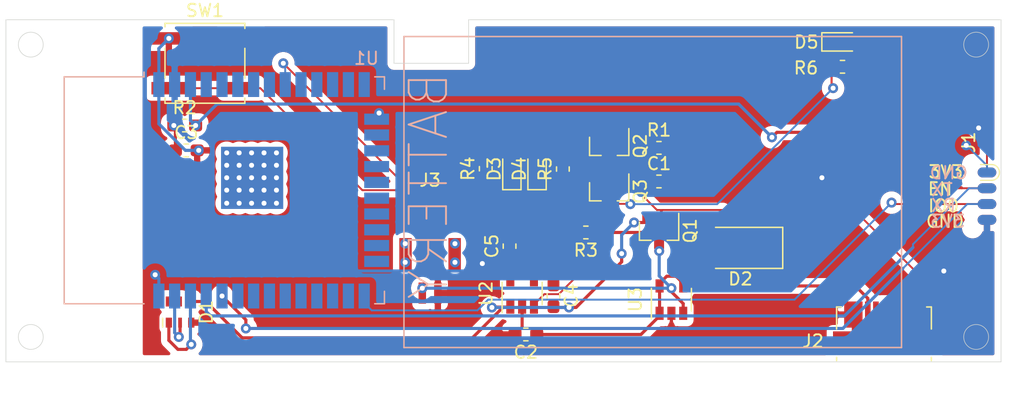
<source format=kicad_pcb>
(kicad_pcb (version 20171130) (host pcbnew 5.1.4-e60b266~84~ubuntu19.04.1)

  (general
    (thickness 1.6)
    (drawings 25)
    (tracks 256)
    (zones 0)
    (modules 26)
    (nets 51)
  )

  (page A4)
  (layers
    (0 F.Cu signal)
    (31 B.Cu signal)
    (32 B.Adhes user)
    (33 F.Adhes user)
    (34 B.Paste user)
    (35 F.Paste user)
    (36 B.SilkS user)
    (37 F.SilkS user)
    (38 B.Mask user)
    (39 F.Mask user)
    (40 Dwgs.User user)
    (41 Cmts.User user)
    (42 Eco1.User user)
    (43 Eco2.User user)
    (44 Edge.Cuts user)
    (45 Margin user)
    (46 B.CrtYd user)
    (47 F.CrtYd user)
    (48 B.Fab user)
    (49 F.Fab user)
  )

  (setup
    (last_trace_width 0.1524)
    (user_trace_width 0.1524)
    (user_trace_width 0.2)
    (trace_clearance 0.1524)
    (zone_clearance 0.508)
    (zone_45_only no)
    (trace_min 0.1524)
    (via_size 0.8)
    (via_drill 0.4)
    (via_min_size 0.4)
    (via_min_drill 0.3)
    (uvia_size 0.3)
    (uvia_drill 0.1)
    (uvias_allowed no)
    (uvia_min_size 0.2)
    (uvia_min_drill 0.1)
    (edge_width 0.05)
    (segment_width 0.2)
    (pcb_text_width 0.3)
    (pcb_text_size 1.5 1.5)
    (mod_edge_width 0.12)
    (mod_text_size 1 1)
    (mod_text_width 0.15)
    (pad_size 1.524 1.524)
    (pad_drill 0.762)
    (pad_to_mask_clearance 0.051)
    (solder_mask_min_width 0.25)
    (aux_axis_origin 0 0)
    (grid_origin 78.5 111.2)
    (visible_elements FFFFFF7F)
    (pcbplotparams
      (layerselection 0x010fc_ffffffff)
      (usegerberextensions false)
      (usegerberattributes false)
      (usegerberadvancedattributes false)
      (creategerberjobfile false)
      (excludeedgelayer true)
      (linewidth 0.100000)
      (plotframeref false)
      (viasonmask false)
      (mode 1)
      (useauxorigin false)
      (hpglpennumber 1)
      (hpglpenspeed 20)
      (hpglpendiameter 15.000000)
      (psnegative false)
      (psa4output false)
      (plotreference true)
      (plotvalue true)
      (plotinvisibletext false)
      (padsonsilk false)
      (subtractmaskfromsilk false)
      (outputformat 1)
      (mirror false)
      (drillshape 1)
      (scaleselection 1)
      (outputdirectory ""))
  )

  (net 0 "")
  (net 1 GND)
  (net 2 VUSB)
  (net 3 "Net-(D1-Pad6)")
  (net 4 "Net-(D1-Pad5)")
  (net 5 "Net-(D1-Pad2)")
  (net 6 "Net-(D1-Pad1)")
  (net 7 RX)
  (net 8 TX)
  (net 9 EN)
  (net 10 IO0)
  (net 11 +3V3)
  (net 12 "Net-(J2-Pad4)")
  (net 13 "Net-(J2-Pad3)")
  (net 14 "Net-(J2-Pad2)")
  (net 15 "Net-(U1-Pad33)")
  (net 16 "Net-(U1-Pad32)")
  (net 17 "Net-(U1-Pad31)")
  (net 18 "Net-(U1-Pad30)")
  (net 19 "Net-(U1-Pad29)")
  (net 20 "Net-(U1-Pad28)")
  (net 21 "Net-(U1-Pad27)")
  (net 22 "Net-(U1-Pad26)")
  (net 23 "Net-(U1-Pad24)")
  (net 24 "Net-(U1-Pad23)")
  (net 25 "Net-(U1-Pad22)")
  (net 26 "Net-(U1-Pad21)")
  (net 27 "Net-(U1-Pad20)")
  (net 28 "Net-(U1-Pad19)")
  (net 29 "Net-(U1-Pad18)")
  (net 30 "Net-(U1-Pad17)")
  (net 31 "Net-(U1-Pad13)")
  (net 32 "Net-(U1-Pad12)")
  (net 33 "Net-(U1-Pad11)")
  (net 34 "Net-(U1-Pad10)")
  (net 35 "Net-(U1-Pad8)")
  (net 36 "Net-(U1-Pad7)")
  (net 37 "Net-(U1-Pad6)")
  (net 38 "Net-(U1-Pad5)")
  (net 39 "Net-(U1-Pad4)")
  (net 40 "Net-(U2-Pad4)")
  (net 41 "Net-(U1-Pad16)")
  (net 42 "Net-(U1-Pad14)")
  (net 43 VIN)
  (net 44 VBAT)
  (net 45 "Net-(C1-Pad2)")
  (net 46 "Net-(D3-Pad2)")
  (net 47 PWR_EN)
  (net 48 "Net-(D3-Pad1)")
  (net 49 BTN)
  (net 50 "Net-(D5-Pad2)")

  (net_class Default "This is the default net class."
    (clearance 0.1524)
    (trace_width 0.1524)
    (via_dia 0.8)
    (via_drill 0.4)
    (uvia_dia 0.3)
    (uvia_drill 0.1)
    (add_net +3V3)
    (add_net BTN)
    (add_net EN)
    (add_net GND)
    (add_net IO0)
    (add_net "Net-(C1-Pad2)")
    (add_net "Net-(D1-Pad1)")
    (add_net "Net-(D1-Pad2)")
    (add_net "Net-(D1-Pad5)")
    (add_net "Net-(D1-Pad6)")
    (add_net "Net-(D3-Pad1)")
    (add_net "Net-(D3-Pad2)")
    (add_net "Net-(D5-Pad2)")
    (add_net "Net-(J2-Pad2)")
    (add_net "Net-(J2-Pad3)")
    (add_net "Net-(J2-Pad4)")
    (add_net "Net-(U1-Pad10)")
    (add_net "Net-(U1-Pad11)")
    (add_net "Net-(U1-Pad12)")
    (add_net "Net-(U1-Pad13)")
    (add_net "Net-(U1-Pad14)")
    (add_net "Net-(U1-Pad16)")
    (add_net "Net-(U1-Pad17)")
    (add_net "Net-(U1-Pad18)")
    (add_net "Net-(U1-Pad19)")
    (add_net "Net-(U1-Pad20)")
    (add_net "Net-(U1-Pad21)")
    (add_net "Net-(U1-Pad22)")
    (add_net "Net-(U1-Pad23)")
    (add_net "Net-(U1-Pad24)")
    (add_net "Net-(U1-Pad26)")
    (add_net "Net-(U1-Pad27)")
    (add_net "Net-(U1-Pad28)")
    (add_net "Net-(U1-Pad29)")
    (add_net "Net-(U1-Pad30)")
    (add_net "Net-(U1-Pad31)")
    (add_net "Net-(U1-Pad32)")
    (add_net "Net-(U1-Pad33)")
    (add_net "Net-(U1-Pad4)")
    (add_net "Net-(U1-Pad5)")
    (add_net "Net-(U1-Pad6)")
    (add_net "Net-(U1-Pad7)")
    (add_net "Net-(U1-Pad8)")
    (add_net "Net-(U2-Pad4)")
    (add_net PWR_EN)
    (add_net RX)
    (add_net TX)
    (add_net VBAT)
    (add_net VIN)
    (add_net VUSB)
  )

  (module RF_Module:ESP32-WROOM-32 (layer B.Cu) (tedit 5B5B4654) (tstamp 5CE50203)
    (at 99.05 124.91 270)
    (descr "Single 2.4 GHz Wi-Fi and Bluetooth combo chip https://www.espressif.com/sites/default/files/documentation/esp32-wroom-32_datasheet_en.pdf")
    (tags "Single 2.4 GHz Wi-Fi and Bluetooth combo  chip")
    (path /5CE4A36D)
    (attr smd)
    (fp_text reference U1 (at -10.61 -8.43 180) (layer B.SilkS)
      (effects (font (size 1 1) (thickness 0.15)) (justify mirror))
    )
    (fp_text value ESP32-WROOM-32 (at 0 -11.5 90) (layer B.Fab)
      (effects (font (size 1 1) (thickness 0.15)) (justify mirror))
    )
    (fp_line (start -9.12 9.445) (end -9.5 9.445) (layer B.SilkS) (width 0.12))
    (fp_line (start -9.12 15.865) (end -9.12 9.445) (layer B.SilkS) (width 0.12))
    (fp_line (start 9.12 15.865) (end 9.12 9.445) (layer B.SilkS) (width 0.12))
    (fp_line (start -9.12 15.865) (end 9.12 15.865) (layer B.SilkS) (width 0.12))
    (fp_line (start 9.12 -9.88) (end 8.12 -9.88) (layer B.SilkS) (width 0.12))
    (fp_line (start 9.12 -9.1) (end 9.12 -9.88) (layer B.SilkS) (width 0.12))
    (fp_line (start -9.12 -9.88) (end -8.12 -9.88) (layer B.SilkS) (width 0.12))
    (fp_line (start -9.12 -9.1) (end -9.12 -9.88) (layer B.SilkS) (width 0.12))
    (fp_line (start 8.4 20.6) (end 8.2 20.4) (layer Cmts.User) (width 0.1))
    (fp_line (start 8.4 16) (end 8.4 20.6) (layer Cmts.User) (width 0.1))
    (fp_line (start 8.4 20.6) (end 8.6 20.4) (layer Cmts.User) (width 0.1))
    (fp_line (start 8.4 16) (end 8.6 16.2) (layer Cmts.User) (width 0.1))
    (fp_line (start 8.4 16) (end 8.2 16.2) (layer Cmts.User) (width 0.1))
    (fp_line (start -9.2 13.875) (end -9.4 14.075) (layer Cmts.User) (width 0.1))
    (fp_line (start -13.8 13.875) (end -9.2 13.875) (layer Cmts.User) (width 0.1))
    (fp_line (start -9.2 13.875) (end -9.4 13.675) (layer Cmts.User) (width 0.1))
    (fp_line (start -13.8 13.875) (end -13.6 13.675) (layer Cmts.User) (width 0.1))
    (fp_line (start -13.8 13.875) (end -13.6 14.075) (layer Cmts.User) (width 0.1))
    (fp_line (start 9.2 13.875) (end 9.4 13.675) (layer Cmts.User) (width 0.1))
    (fp_line (start 9.2 13.875) (end 9.4 14.075) (layer Cmts.User) (width 0.1))
    (fp_line (start 13.8 13.875) (end 13.6 13.675) (layer Cmts.User) (width 0.1))
    (fp_line (start 13.8 13.875) (end 13.6 14.075) (layer Cmts.User) (width 0.1))
    (fp_line (start 9.2 13.875) (end 13.8 13.875) (layer Cmts.User) (width 0.1))
    (fp_line (start 14 11.585) (end 12 9.97) (layer Dwgs.User) (width 0.1))
    (fp_line (start 14 13.2) (end 10 9.97) (layer Dwgs.User) (width 0.1))
    (fp_line (start 14 14.815) (end 8 9.97) (layer Dwgs.User) (width 0.1))
    (fp_line (start 14 16.43) (end 6 9.97) (layer Dwgs.User) (width 0.1))
    (fp_line (start 14 18.045) (end 4 9.97) (layer Dwgs.User) (width 0.1))
    (fp_line (start 14 19.66) (end 2 9.97) (layer Dwgs.User) (width 0.1))
    (fp_line (start 13.475 20.75) (end 0 9.97) (layer Dwgs.User) (width 0.1))
    (fp_line (start 11.475 20.75) (end -2 9.97) (layer Dwgs.User) (width 0.1))
    (fp_line (start 9.475 20.75) (end -4 9.97) (layer Dwgs.User) (width 0.1))
    (fp_line (start 7.475 20.75) (end -6 9.97) (layer Dwgs.User) (width 0.1))
    (fp_line (start -8 9.97) (end 5.475 20.75) (layer Dwgs.User) (width 0.1))
    (fp_line (start 3.475 20.75) (end -10 9.97) (layer Dwgs.User) (width 0.1))
    (fp_line (start 1.475 20.75) (end -12 9.97) (layer Dwgs.User) (width 0.1))
    (fp_line (start -0.525 20.75) (end -14 9.97) (layer Dwgs.User) (width 0.1))
    (fp_line (start -2.525 20.75) (end -14 11.585) (layer Dwgs.User) (width 0.1))
    (fp_line (start -4.525 20.75) (end -14 13.2) (layer Dwgs.User) (width 0.1))
    (fp_line (start -6.525 20.75) (end -14 14.815) (layer Dwgs.User) (width 0.1))
    (fp_line (start -8.525 20.75) (end -14 16.43) (layer Dwgs.User) (width 0.1))
    (fp_line (start -10.525 20.75) (end -14 18.045) (layer Dwgs.User) (width 0.1))
    (fp_line (start -12.525 20.75) (end -14 19.66) (layer Dwgs.User) (width 0.1))
    (fp_line (start 9.75 9.72) (end 14.25 9.72) (layer B.CrtYd) (width 0.05))
    (fp_line (start -14.25 9.72) (end -9.75 9.72) (layer B.CrtYd) (width 0.05))
    (fp_line (start 14.25 21) (end 14.25 9.72) (layer B.CrtYd) (width 0.05))
    (fp_line (start -14.25 21) (end -14.25 9.72) (layer B.CrtYd) (width 0.05))
    (fp_line (start 14 20.75) (end -14 20.75) (layer Dwgs.User) (width 0.1))
    (fp_line (start 14 9.97) (end 14 20.75) (layer Dwgs.User) (width 0.1))
    (fp_line (start 14 9.97) (end -14 9.97) (layer Dwgs.User) (width 0.1))
    (fp_line (start -9 9.02) (end -8.5 9.52) (layer B.Fab) (width 0.1))
    (fp_line (start -8.5 9.52) (end -9 10.02) (layer B.Fab) (width 0.1))
    (fp_line (start -9 9.02) (end -9 -9.76) (layer B.Fab) (width 0.1))
    (fp_line (start -14.25 21) (end 14.25 21) (layer B.CrtYd) (width 0.05))
    (fp_line (start 9.75 9.72) (end 9.75 -10.5) (layer B.CrtYd) (width 0.05))
    (fp_line (start -9.75 -10.5) (end 9.75 -10.5) (layer B.CrtYd) (width 0.05))
    (fp_line (start -9.75 -10.5) (end -9.75 9.72) (layer B.CrtYd) (width 0.05))
    (fp_line (start -9 15.745) (end 9 15.745) (layer B.Fab) (width 0.1))
    (fp_line (start -9 15.745) (end -9 10.02) (layer B.Fab) (width 0.1))
    (fp_line (start -9 -9.76) (end 9 -9.76) (layer B.Fab) (width 0.1))
    (fp_line (start 9 -9.76) (end 9 15.745) (layer B.Fab) (width 0.1))
    (fp_line (start -14 9.97) (end -14 20.75) (layer Dwgs.User) (width 0.1))
    (fp_text user "5 mm" (at 7.8 19.075 180) (layer Cmts.User)
      (effects (font (size 0.5 0.5) (thickness 0.1)))
    )
    (fp_text user "5 mm" (at -11.2 14.375 90) (layer Cmts.User)
      (effects (font (size 0.5 0.5) (thickness 0.1)))
    )
    (fp_text user "5 mm" (at 11.8 14.375 90) (layer Cmts.User)
      (effects (font (size 0.5 0.5) (thickness 0.1)))
    )
    (fp_text user Antenna (at 0 13 90) (layer Cmts.User)
      (effects (font (size 1 1) (thickness 0.15)))
    )
    (fp_text user "KEEP-OUT ZONE" (at 0 19 90) (layer Cmts.User)
      (effects (font (size 1 1) (thickness 0.15)))
    )
    (fp_text user %R (at 0 0 90) (layer B.Fab)
      (effects (font (size 1 1) (thickness 0.15)) (justify mirror))
    )
    (pad 38 smd rect (at 8.5 8.255 270) (size 2 0.9) (layers B.Cu B.Paste B.Mask)
      (net 1 GND))
    (pad 37 smd rect (at 8.5 6.985 270) (size 2 0.9) (layers B.Cu B.Paste B.Mask)
      (net 5 "Net-(D1-Pad2)"))
    (pad 36 smd rect (at 8.5 5.715 270) (size 2 0.9) (layers B.Cu B.Paste B.Mask)
      (net 6 "Net-(D1-Pad1)"))
    (pad 35 smd rect (at 8.5 4.445 270) (size 2 0.9) (layers B.Cu B.Paste B.Mask)
      (net 8 TX))
    (pad 34 smd rect (at 8.5 3.175 270) (size 2 0.9) (layers B.Cu B.Paste B.Mask)
      (net 7 RX))
    (pad 33 smd rect (at 8.5 1.905 270) (size 2 0.9) (layers B.Cu B.Paste B.Mask)
      (net 15 "Net-(U1-Pad33)"))
    (pad 32 smd rect (at 8.5 0.635 270) (size 2 0.9) (layers B.Cu B.Paste B.Mask)
      (net 16 "Net-(U1-Pad32)"))
    (pad 31 smd rect (at 8.5 -0.635 270) (size 2 0.9) (layers B.Cu B.Paste B.Mask)
      (net 17 "Net-(U1-Pad31)"))
    (pad 30 smd rect (at 8.5 -1.905 270) (size 2 0.9) (layers B.Cu B.Paste B.Mask)
      (net 18 "Net-(U1-Pad30)"))
    (pad 29 smd rect (at 8.5 -3.175 270) (size 2 0.9) (layers B.Cu B.Paste B.Mask)
      (net 19 "Net-(U1-Pad29)"))
    (pad 28 smd rect (at 8.5 -4.445 270) (size 2 0.9) (layers B.Cu B.Paste B.Mask)
      (net 20 "Net-(U1-Pad28)"))
    (pad 27 smd rect (at 8.5 -5.715 270) (size 2 0.9) (layers B.Cu B.Paste B.Mask)
      (net 21 "Net-(U1-Pad27)"))
    (pad 26 smd rect (at 8.5 -6.985 270) (size 2 0.9) (layers B.Cu B.Paste B.Mask)
      (net 22 "Net-(U1-Pad26)"))
    (pad 25 smd rect (at 8.5 -8.255 270) (size 2 0.9) (layers B.Cu B.Paste B.Mask)
      (net 10 IO0))
    (pad 24 smd rect (at 5.715 -9.255 180) (size 2 0.9) (layers B.Cu B.Paste B.Mask)
      (net 23 "Net-(U1-Pad24)"))
    (pad 23 smd rect (at 4.445 -9.255 180) (size 2 0.9) (layers B.Cu B.Paste B.Mask)
      (net 24 "Net-(U1-Pad23)"))
    (pad 22 smd rect (at 3.175 -9.255 180) (size 2 0.9) (layers B.Cu B.Paste B.Mask)
      (net 25 "Net-(U1-Pad22)"))
    (pad 21 smd rect (at 1.905 -9.255 180) (size 2 0.9) (layers B.Cu B.Paste B.Mask)
      (net 26 "Net-(U1-Pad21)"))
    (pad 20 smd rect (at 0.635 -9.255 180) (size 2 0.9) (layers B.Cu B.Paste B.Mask)
      (net 27 "Net-(U1-Pad20)"))
    (pad 19 smd rect (at -0.635 -9.255 180) (size 2 0.9) (layers B.Cu B.Paste B.Mask)
      (net 28 "Net-(U1-Pad19)"))
    (pad 18 smd rect (at -1.905 -9.255 180) (size 2 0.9) (layers B.Cu B.Paste B.Mask)
      (net 29 "Net-(U1-Pad18)"))
    (pad 17 smd rect (at -3.175 -9.255 180) (size 2 0.9) (layers B.Cu B.Paste B.Mask)
      (net 30 "Net-(U1-Pad17)"))
    (pad 16 smd rect (at -4.445 -9.255 180) (size 2 0.9) (layers B.Cu B.Paste B.Mask)
      (net 41 "Net-(U1-Pad16)"))
    (pad 15 smd rect (at -5.715 -9.255 180) (size 2 0.9) (layers B.Cu B.Paste B.Mask)
      (net 1 GND))
    (pad 14 smd rect (at -8.5 -8.255 270) (size 2 0.9) (layers B.Cu B.Paste B.Mask)
      (net 42 "Net-(U1-Pad14)"))
    (pad 13 smd rect (at -8.5 -6.985 270) (size 2 0.9) (layers B.Cu B.Paste B.Mask)
      (net 31 "Net-(U1-Pad13)"))
    (pad 12 smd rect (at -8.5 -5.715 270) (size 2 0.9) (layers B.Cu B.Paste B.Mask)
      (net 32 "Net-(U1-Pad12)"))
    (pad 11 smd rect (at -8.5 -4.445 270) (size 2 0.9) (layers B.Cu B.Paste B.Mask)
      (net 33 "Net-(U1-Pad11)"))
    (pad 10 smd rect (at -8.5 -3.175 270) (size 2 0.9) (layers B.Cu B.Paste B.Mask)
      (net 34 "Net-(U1-Pad10)"))
    (pad 9 smd rect (at -8.5 -1.905 270) (size 2 0.9) (layers B.Cu B.Paste B.Mask)
      (net 49 BTN))
    (pad 8 smd rect (at -8.5 -0.635 270) (size 2 0.9) (layers B.Cu B.Paste B.Mask)
      (net 35 "Net-(U1-Pad8)"))
    (pad 7 smd rect (at -8.5 0.635 270) (size 2 0.9) (layers B.Cu B.Paste B.Mask)
      (net 36 "Net-(U1-Pad7)"))
    (pad 6 smd rect (at -8.5 1.905 270) (size 2 0.9) (layers B.Cu B.Paste B.Mask)
      (net 37 "Net-(U1-Pad6)"))
    (pad 5 smd rect (at -8.5 3.175 270) (size 2 0.9) (layers B.Cu B.Paste B.Mask)
      (net 38 "Net-(U1-Pad5)"))
    (pad 4 smd rect (at -8.5 4.445 270) (size 2 0.9) (layers B.Cu B.Paste B.Mask)
      (net 39 "Net-(U1-Pad4)"))
    (pad 3 smd rect (at -8.5 5.715 270) (size 2 0.9) (layers B.Cu B.Paste B.Mask)
      (net 9 EN))
    (pad 2 smd rect (at -8.5 6.985 270) (size 2 0.9) (layers B.Cu B.Paste B.Mask)
      (net 11 +3V3))
    (pad 1 smd rect (at -8.5 8.255 270) (size 2 0.9) (layers B.Cu B.Paste B.Mask)
      (net 1 GND))
    (pad 39 smd rect (at -1 0.755 270) (size 5 5) (layers B.Cu B.Paste B.Mask))
    (model ${KISYS3DMOD}/RF_Module.3dshapes/ESP32-WROOM-32.wrl
      (at (xyz 0 0 0))
      (scale (xyz 1 1 1))
      (rotate (xyz 0 0 0))
    )
  )

  (module Package_TO_SOT_SMD:SOT-23 (layer F.Cu) (tedit 5A02FF57) (tstamp 5D564A7F)
    (at 127 125 270)
    (descr "SOT-23, Standard")
    (tags SOT-23)
    (path /5D61FEAB)
    (attr smd)
    (fp_text reference Q3 (at 0 -2.5 90) (layer F.SilkS)
      (effects (font (size 1 1) (thickness 0.15)))
    )
    (fp_text value DMG2305UX-13 (at 0 2.5 90) (layer F.Fab)
      (effects (font (size 1 1) (thickness 0.15)))
    )
    (fp_line (start 0.76 1.58) (end -0.7 1.58) (layer F.SilkS) (width 0.12))
    (fp_line (start 0.76 -1.58) (end -1.4 -1.58) (layer F.SilkS) (width 0.12))
    (fp_line (start -1.7 1.75) (end -1.7 -1.75) (layer F.CrtYd) (width 0.05))
    (fp_line (start 1.7 1.75) (end -1.7 1.75) (layer F.CrtYd) (width 0.05))
    (fp_line (start 1.7 -1.75) (end 1.7 1.75) (layer F.CrtYd) (width 0.05))
    (fp_line (start -1.7 -1.75) (end 1.7 -1.75) (layer F.CrtYd) (width 0.05))
    (fp_line (start 0.76 -1.58) (end 0.76 -0.65) (layer F.SilkS) (width 0.12))
    (fp_line (start 0.76 1.58) (end 0.76 0.65) (layer F.SilkS) (width 0.12))
    (fp_line (start -0.7 1.52) (end 0.7 1.52) (layer F.Fab) (width 0.1))
    (fp_line (start 0.7 -1.52) (end 0.7 1.52) (layer F.Fab) (width 0.1))
    (fp_line (start -0.7 -0.95) (end -0.15 -1.52) (layer F.Fab) (width 0.1))
    (fp_line (start -0.15 -1.52) (end 0.7 -1.52) (layer F.Fab) (width 0.1))
    (fp_line (start -0.7 -0.95) (end -0.7 1.5) (layer F.Fab) (width 0.1))
    (fp_text user %R (at 0 0) (layer F.Fab)
      (effects (font (size 0.5 0.5) (thickness 0.075)))
    )
    (pad 3 smd rect (at 1 0 270) (size 0.9 0.8) (layers F.Cu F.Paste F.Mask)
      (net 47 PWR_EN))
    (pad 2 smd rect (at -1 0.95 270) (size 0.9 0.8) (layers F.Cu F.Paste F.Mask)
      (net 43 VIN))
    (pad 1 smd rect (at -1 -0.95 270) (size 0.9 0.8) (layers F.Cu F.Paste F.Mask)
      (net 45 "Net-(C1-Pad2)"))
    (model ${KISYS3DMOD}/Package_TO_SOT_SMD.3dshapes/SOT-23.wrl
      (at (xyz 0 0 0))
      (scale (xyz 1 1 1))
      (rotate (xyz 0 0 0))
    )
  )

  (module Package_TO_SOT_SMD:SOT-23 (layer F.Cu) (tedit 5A02FF57) (tstamp 5CE83B8D)
    (at 131.01 128.17 270)
    (descr "SOT-23, Standard")
    (tags SOT-23)
    (path /5CE89340)
    (attr smd)
    (fp_text reference Q1 (at 0 -2.5 90) (layer F.SilkS)
      (effects (font (size 1 1) (thickness 0.15)))
    )
    (fp_text value BSS83P (at 0 2.5 90) (layer F.Fab)
      (effects (font (size 1 1) (thickness 0.15)))
    )
    (fp_line (start 0.76 1.58) (end -0.7 1.58) (layer F.SilkS) (width 0.12))
    (fp_line (start 0.76 -1.58) (end -1.4 -1.58) (layer F.SilkS) (width 0.12))
    (fp_line (start -1.7 1.75) (end -1.7 -1.75) (layer F.CrtYd) (width 0.05))
    (fp_line (start 1.7 1.75) (end -1.7 1.75) (layer F.CrtYd) (width 0.05))
    (fp_line (start 1.7 -1.75) (end 1.7 1.75) (layer F.CrtYd) (width 0.05))
    (fp_line (start -1.7 -1.75) (end 1.7 -1.75) (layer F.CrtYd) (width 0.05))
    (fp_line (start 0.76 -1.58) (end 0.76 -0.65) (layer F.SilkS) (width 0.12))
    (fp_line (start 0.76 1.58) (end 0.76 0.65) (layer F.SilkS) (width 0.12))
    (fp_line (start -0.7 1.52) (end 0.7 1.52) (layer F.Fab) (width 0.1))
    (fp_line (start 0.7 -1.52) (end 0.7 1.52) (layer F.Fab) (width 0.1))
    (fp_line (start -0.7 -0.95) (end -0.15 -1.52) (layer F.Fab) (width 0.1))
    (fp_line (start -0.15 -1.52) (end 0.7 -1.52) (layer F.Fab) (width 0.1))
    (fp_line (start -0.7 -0.95) (end -0.7 1.5) (layer F.Fab) (width 0.1))
    (fp_text user %R (at 0 0 270) (layer F.Fab)
      (effects (font (size 0.5 0.5) (thickness 0.075)))
    )
    (pad 3 smd rect (at 1 0 270) (size 0.9 0.8) (layers F.Cu F.Paste F.Mask)
      (net 44 VBAT))
    (pad 2 smd rect (at -1 0.95 270) (size 0.9 0.8) (layers F.Cu F.Paste F.Mask)
      (net 43 VIN))
    (pad 1 smd rect (at -1 -0.95 270) (size 0.9 0.8) (layers F.Cu F.Paste F.Mask)
      (net 2 VUSB))
    (model ${KISYS3DMOD}/Package_TO_SOT_SMD.3dshapes/SOT-23.wrl
      (at (xyz 0 0 0))
      (scale (xyz 1 1 1))
      (rotate (xyz 0 0 0))
    )
  )

  (module Package_TO_SOT_SMD:SOT-23 (layer F.Cu) (tedit 5A02FF57) (tstamp 5D5643C6)
    (at 127 121.35 270)
    (descr "SOT-23, Standard")
    (tags SOT-23)
    (path /5D622AAF)
    (attr smd)
    (fp_text reference Q2 (at 0 -2.5 90) (layer F.SilkS)
      (effects (font (size 1 1) (thickness 0.15)))
    )
    (fp_text value DMG2302U (at 0 2.5 90) (layer F.Fab)
      (effects (font (size 1 1) (thickness 0.15)))
    )
    (fp_line (start 0.76 1.58) (end -0.7 1.58) (layer F.SilkS) (width 0.12))
    (fp_line (start 0.76 -1.58) (end -1.4 -1.58) (layer F.SilkS) (width 0.12))
    (fp_line (start -1.7 1.75) (end -1.7 -1.75) (layer F.CrtYd) (width 0.05))
    (fp_line (start 1.7 1.75) (end -1.7 1.75) (layer F.CrtYd) (width 0.05))
    (fp_line (start 1.7 -1.75) (end 1.7 1.75) (layer F.CrtYd) (width 0.05))
    (fp_line (start -1.7 -1.75) (end 1.7 -1.75) (layer F.CrtYd) (width 0.05))
    (fp_line (start 0.76 -1.58) (end 0.76 -0.65) (layer F.SilkS) (width 0.12))
    (fp_line (start 0.76 1.58) (end 0.76 0.65) (layer F.SilkS) (width 0.12))
    (fp_line (start -0.7 1.52) (end 0.7 1.52) (layer F.Fab) (width 0.1))
    (fp_line (start 0.7 -1.52) (end 0.7 1.52) (layer F.Fab) (width 0.1))
    (fp_line (start -0.7 -0.95) (end -0.15 -1.52) (layer F.Fab) (width 0.1))
    (fp_line (start -0.15 -1.52) (end 0.7 -1.52) (layer F.Fab) (width 0.1))
    (fp_line (start -0.7 -0.95) (end -0.7 1.5) (layer F.Fab) (width 0.1))
    (fp_text user %R (at 0 0) (layer F.Fab)
      (effects (font (size 0.5 0.5) (thickness 0.075)))
    )
    (pad 3 smd rect (at 1 0 270) (size 0.9 0.8) (layers F.Cu F.Paste F.Mask)
      (net 45 "Net-(C1-Pad2)"))
    (pad 2 smd rect (at -1 0.95 270) (size 0.9 0.8) (layers F.Cu F.Paste F.Mask)
      (net 1 GND))
    (pad 1 smd rect (at -1 -0.95 270) (size 0.9 0.8) (layers F.Cu F.Paste F.Mask)
      (net 46 "Net-(D3-Pad2)"))
    (model ${KISYS3DMOD}/Package_TO_SOT_SMD.3dshapes/SOT-23.wrl
      (at (xyz 0 0 0))
      (scale (xyz 1 1 1))
      (rotate (xyz 0 0 0))
    )
  )

  (module Resistor_SMD:R_0603_1608Metric_Pad1.05x0.95mm_HandSolder (layer F.Cu) (tedit 5B301BBD) (tstamp 5D554494)
    (at 145.755 114.98)
    (descr "Resistor SMD 0603 (1608 Metric), square (rectangular) end terminal, IPC_7351 nominal with elongated pad for handsoldering. (Body size source: http://www.tortai-tech.com/upload/download/2011102023233369053.pdf), generated with kicad-footprint-generator")
    (tags "resistor handsolder")
    (path /5D6BD3DE)
    (attr smd)
    (fp_text reference R6 (at -2.935 0.1) (layer F.SilkS)
      (effects (font (size 1 1) (thickness 0.15)))
    )
    (fp_text value 330R (at 0 1.43) (layer F.Fab)
      (effects (font (size 1 1) (thickness 0.15)))
    )
    (fp_text user %R (at 0 0) (layer F.Fab)
      (effects (font (size 0.4 0.4) (thickness 0.06)))
    )
    (fp_line (start 1.65 0.73) (end -1.65 0.73) (layer F.CrtYd) (width 0.05))
    (fp_line (start 1.65 -0.73) (end 1.65 0.73) (layer F.CrtYd) (width 0.05))
    (fp_line (start -1.65 -0.73) (end 1.65 -0.73) (layer F.CrtYd) (width 0.05))
    (fp_line (start -1.65 0.73) (end -1.65 -0.73) (layer F.CrtYd) (width 0.05))
    (fp_line (start -0.171267 0.51) (end 0.171267 0.51) (layer F.SilkS) (width 0.12))
    (fp_line (start -0.171267 -0.51) (end 0.171267 -0.51) (layer F.SilkS) (width 0.12))
    (fp_line (start 0.8 0.4) (end -0.8 0.4) (layer F.Fab) (width 0.1))
    (fp_line (start 0.8 -0.4) (end 0.8 0.4) (layer F.Fab) (width 0.1))
    (fp_line (start -0.8 -0.4) (end 0.8 -0.4) (layer F.Fab) (width 0.1))
    (fp_line (start -0.8 0.4) (end -0.8 -0.4) (layer F.Fab) (width 0.1))
    (pad 2 smd roundrect (at 0.875 0) (size 1.05 0.95) (layers F.Cu F.Paste F.Mask) (roundrect_rratio 0.25)
      (net 50 "Net-(D5-Pad2)"))
    (pad 1 smd roundrect (at -0.875 0) (size 1.05 0.95) (layers F.Cu F.Paste F.Mask) (roundrect_rratio 0.25)
      (net 47 PWR_EN))
    (model ${KISYS3DMOD}/Resistor_SMD.3dshapes/R_0603_1608Metric.wrl
      (at (xyz 0 0 0))
      (scale (xyz 1 1 1))
      (rotate (xyz 0 0 0))
    )
  )

  (module Resistor_SMD:R_0603_1608Metric_Pad1.05x0.95mm_HandSolder (layer F.Cu) (tedit 5B301BBD) (tstamp 5D554483)
    (at 123.275 123.2 90)
    (descr "Resistor SMD 0603 (1608 Metric), square (rectangular) end terminal, IPC_7351 nominal with elongated pad for handsoldering. (Body size source: http://www.tortai-tech.com/upload/download/2011102023233369053.pdf), generated with kicad-footprint-generator")
    (tags "resistor handsolder")
    (path /5D6D27A4)
    (attr smd)
    (fp_text reference R5 (at 0 -1.43 90) (layer F.SilkS)
      (effects (font (size 1 1) (thickness 0.15)))
    )
    (fp_text value 100K (at 0 1.43 90) (layer F.Fab)
      (effects (font (size 1 1) (thickness 0.15)))
    )
    (fp_text user %R (at -0.055 0.105 90) (layer F.Fab)
      (effects (font (size 0.4 0.4) (thickness 0.06)))
    )
    (fp_line (start 1.65 0.73) (end -1.65 0.73) (layer F.CrtYd) (width 0.05))
    (fp_line (start 1.65 -0.73) (end 1.65 0.73) (layer F.CrtYd) (width 0.05))
    (fp_line (start -1.65 -0.73) (end 1.65 -0.73) (layer F.CrtYd) (width 0.05))
    (fp_line (start -1.65 0.73) (end -1.65 -0.73) (layer F.CrtYd) (width 0.05))
    (fp_line (start -0.171267 0.51) (end 0.171267 0.51) (layer F.SilkS) (width 0.12))
    (fp_line (start -0.171267 -0.51) (end 0.171267 -0.51) (layer F.SilkS) (width 0.12))
    (fp_line (start 0.8 0.4) (end -0.8 0.4) (layer F.Fab) (width 0.1))
    (fp_line (start 0.8 -0.4) (end 0.8 0.4) (layer F.Fab) (width 0.1))
    (fp_line (start -0.8 -0.4) (end 0.8 -0.4) (layer F.Fab) (width 0.1))
    (fp_line (start -0.8 0.4) (end -0.8 -0.4) (layer F.Fab) (width 0.1))
    (pad 2 smd roundrect (at 0.875 0 90) (size 1.05 0.95) (layers F.Cu F.Paste F.Mask) (roundrect_rratio 0.25)
      (net 45 "Net-(C1-Pad2)"))
    (pad 1 smd roundrect (at -0.875 0 90) (size 1.05 0.95) (layers F.Cu F.Paste F.Mask) (roundrect_rratio 0.25)
      (net 43 VIN))
    (model ${KISYS3DMOD}/Resistor_SMD.3dshapes/R_0603_1608Metric.wrl
      (at (xyz 0 0 0))
      (scale (xyz 1 1 1))
      (rotate (xyz 0 0 0))
    )
  )

  (module Resistor_SMD:R_0603_1608Metric_Pad1.05x0.95mm_HandSolder (layer F.Cu) (tedit 5B301BBD) (tstamp 5D56546A)
    (at 117.075 123.175 90)
    (descr "Resistor SMD 0603 (1608 Metric), square (rectangular) end terminal, IPC_7351 nominal with elongated pad for handsoldering. (Body size source: http://www.tortai-tech.com/upload/download/2011102023233369053.pdf), generated with kicad-footprint-generator")
    (tags "resistor handsolder")
    (path /5D62D5EC)
    (attr smd)
    (fp_text reference R4 (at 0 -1.43 90) (layer F.SilkS)
      (effects (font (size 1 1) (thickness 0.15)))
    )
    (fp_text value 330R (at 0 1.43 90) (layer F.Fab)
      (effects (font (size 1 1) (thickness 0.15)))
    )
    (fp_text user %R (at 0 0 180) (layer F.Fab)
      (effects (font (size 0.4 0.4) (thickness 0.06)))
    )
    (fp_line (start 1.65 0.73) (end -1.65 0.73) (layer F.CrtYd) (width 0.05))
    (fp_line (start 1.65 -0.73) (end 1.65 0.73) (layer F.CrtYd) (width 0.05))
    (fp_line (start -1.65 -0.73) (end 1.65 -0.73) (layer F.CrtYd) (width 0.05))
    (fp_line (start -1.65 0.73) (end -1.65 -0.73) (layer F.CrtYd) (width 0.05))
    (fp_line (start -0.171267 0.51) (end 0.171267 0.51) (layer F.SilkS) (width 0.12))
    (fp_line (start -0.171267 -0.51) (end 0.171267 -0.51) (layer F.SilkS) (width 0.12))
    (fp_line (start 0.8 0.4) (end -0.8 0.4) (layer F.Fab) (width 0.1))
    (fp_line (start 0.8 -0.4) (end 0.8 0.4) (layer F.Fab) (width 0.1))
    (fp_line (start -0.8 -0.4) (end 0.8 -0.4) (layer F.Fab) (width 0.1))
    (fp_line (start -0.8 0.4) (end -0.8 -0.4) (layer F.Fab) (width 0.1))
    (pad 2 smd roundrect (at 0.875 0 90) (size 1.05 0.95) (layers F.Cu F.Paste F.Mask) (roundrect_rratio 0.25)
      (net 46 "Net-(D3-Pad2)"))
    (pad 1 smd roundrect (at -0.875 0 90) (size 1.05 0.95) (layers F.Cu F.Paste F.Mask) (roundrect_rratio 0.25)
      (net 49 BTN))
    (model ${KISYS3DMOD}/Resistor_SMD.3dshapes/R_0603_1608Metric.wrl
      (at (xyz 0 0 0))
      (scale (xyz 1 1 1))
      (rotate (xyz 0 0 0))
    )
  )

  (module LED_SMD:LED_0603_1608Metric_Pad1.05x0.95mm_HandSolder (layer F.Cu) (tedit 5B4B45C9) (tstamp 5D554301)
    (at 145.755 112.98)
    (descr "LED SMD 0603 (1608 Metric), square (rectangular) end terminal, IPC_7351 nominal, (Body size source: http://www.tortai-tech.com/upload/download/2011102023233369053.pdf), generated with kicad-footprint-generator")
    (tags "LED handsolder")
    (path /5D6BBD25)
    (attr smd)
    (fp_text reference D5 (at -2.905 0.02 180) (layer F.SilkS)
      (effects (font (size 1 1) (thickness 0.15)))
    )
    (fp_text value LED (at 0 1.43) (layer F.Fab)
      (effects (font (size 1 1) (thickness 0.15)))
    )
    (fp_text user %R (at 0.2 -0.3) (layer F.Fab)
      (effects (font (size 0.4 0.4) (thickness 0.06)))
    )
    (fp_line (start 1.65 0.73) (end -1.65 0.73) (layer F.CrtYd) (width 0.05))
    (fp_line (start 1.65 -0.73) (end 1.65 0.73) (layer F.CrtYd) (width 0.05))
    (fp_line (start -1.65 -0.73) (end 1.65 -0.73) (layer F.CrtYd) (width 0.05))
    (fp_line (start -1.65 0.73) (end -1.65 -0.73) (layer F.CrtYd) (width 0.05))
    (fp_line (start -1.66 0.735) (end 0.8 0.735) (layer F.SilkS) (width 0.12))
    (fp_line (start -1.66 -0.735) (end -1.66 0.735) (layer F.SilkS) (width 0.12))
    (fp_line (start 0.8 -0.735) (end -1.66 -0.735) (layer F.SilkS) (width 0.12))
    (fp_line (start 0.8 0.4) (end 0.8 -0.4) (layer F.Fab) (width 0.1))
    (fp_line (start -0.8 0.4) (end 0.8 0.4) (layer F.Fab) (width 0.1))
    (fp_line (start -0.8 -0.1) (end -0.8 0.4) (layer F.Fab) (width 0.1))
    (fp_line (start -0.5 -0.4) (end -0.8 -0.1) (layer F.Fab) (width 0.1))
    (fp_line (start 0.8 -0.4) (end -0.5 -0.4) (layer F.Fab) (width 0.1))
    (pad 2 smd roundrect (at 0.875 0) (size 1.05 0.95) (layers F.Cu F.Paste F.Mask) (roundrect_rratio 0.25)
      (net 50 "Net-(D5-Pad2)"))
    (pad 1 smd roundrect (at -0.875 0) (size 1.05 0.95) (layers F.Cu F.Paste F.Mask) (roundrect_rratio 0.25)
      (net 1 GND))
    (model ${KISYS3DMOD}/LED_SMD.3dshapes/LED_0603_1608Metric.wrl
      (at (xyz 0 0 0))
      (scale (xyz 1 1 1))
      (rotate (xyz 0 0 0))
    )
  )

  (module Diode_SMD:D_0603_1608Metric_Pad1.05x0.95mm_HandSolder (layer F.Cu) (tedit 5B4B45C8) (tstamp 5D5542EE)
    (at 121.2 123.2 90)
    (descr "Diode SMD 0603 (1608 Metric), square (rectangular) end terminal, IPC_7351 nominal, (Body size source: http://www.tortai-tech.com/upload/download/2011102023233369053.pdf), generated with kicad-footprint-generator")
    (tags "diode handsolder")
    (path /5D7272D3)
    (attr smd)
    (fp_text reference D4 (at 0 -1.43 90) (layer F.SilkS)
      (effects (font (size 1 1) (thickness 0.15)))
    )
    (fp_text value D (at 0 1.43 90) (layer F.Fab)
      (effects (font (size 1 1) (thickness 0.15)))
    )
    (fp_text user %R (at 0 0 90) (layer F.Fab)
      (effects (font (size 0.4 0.4) (thickness 0.06)))
    )
    (fp_line (start 1.65 0.73) (end -1.65 0.73) (layer F.CrtYd) (width 0.05))
    (fp_line (start 1.65 -0.73) (end 1.65 0.73) (layer F.CrtYd) (width 0.05))
    (fp_line (start -1.65 -0.73) (end 1.65 -0.73) (layer F.CrtYd) (width 0.05))
    (fp_line (start -1.65 0.73) (end -1.65 -0.73) (layer F.CrtYd) (width 0.05))
    (fp_line (start -1.66 0.735) (end 0.8 0.735) (layer F.SilkS) (width 0.12))
    (fp_line (start -1.66 -0.735) (end -1.66 0.735) (layer F.SilkS) (width 0.12))
    (fp_line (start 0.8 -0.735) (end -1.66 -0.735) (layer F.SilkS) (width 0.12))
    (fp_line (start 0.8 0.4) (end 0.8 -0.4) (layer F.Fab) (width 0.1))
    (fp_line (start -0.8 0.4) (end 0.8 0.4) (layer F.Fab) (width 0.1))
    (fp_line (start -0.8 -0.1) (end -0.8 0.4) (layer F.Fab) (width 0.1))
    (fp_line (start -0.5 -0.4) (end -0.8 -0.1) (layer F.Fab) (width 0.1))
    (fp_line (start 0.8 -0.4) (end -0.5 -0.4) (layer F.Fab) (width 0.1))
    (pad 2 smd roundrect (at 0.875 0 90) (size 1.05 0.95) (layers F.Cu F.Paste F.Mask) (roundrect_rratio 0.25)
      (net 45 "Net-(C1-Pad2)"))
    (pad 1 smd roundrect (at -0.875 0 90) (size 1.05 0.95) (layers F.Cu F.Paste F.Mask) (roundrect_rratio 0.25)
      (net 48 "Net-(D3-Pad1)"))
    (model ${KISYS3DMOD}/Diode_SMD.3dshapes/D_0603_1608Metric.wrl
      (at (xyz 0 0 0))
      (scale (xyz 1 1 1))
      (rotate (xyz 0 0 0))
    )
  )

  (module Diode_SMD:D_0603_1608Metric_Pad1.05x0.95mm_HandSolder (layer F.Cu) (tedit 5B4B45C8) (tstamp 5D5542DB)
    (at 119.175 123.2 90)
    (descr "Diode SMD 0603 (1608 Metric), square (rectangular) end terminal, IPC_7351 nominal, (Body size source: http://www.tortai-tech.com/upload/download/2011102023233369053.pdf), generated with kicad-footprint-generator")
    (tags "diode handsolder")
    (path /5D633492)
    (attr smd)
    (fp_text reference D3 (at 0 -1.43 90) (layer F.SilkS)
      (effects (font (size 1 1) (thickness 0.15)))
    )
    (fp_text value D (at 0 1.43 90) (layer F.Fab)
      (effects (font (size 1 1) (thickness 0.15)))
    )
    (fp_text user %R (at 0 0 90) (layer F.Fab)
      (effects (font (size 0.4 0.4) (thickness 0.06)))
    )
    (fp_line (start 1.65 0.73) (end -1.65 0.73) (layer F.CrtYd) (width 0.05))
    (fp_line (start 1.65 -0.73) (end 1.65 0.73) (layer F.CrtYd) (width 0.05))
    (fp_line (start -1.65 -0.73) (end 1.65 -0.73) (layer F.CrtYd) (width 0.05))
    (fp_line (start -1.65 0.73) (end -1.65 -0.73) (layer F.CrtYd) (width 0.05))
    (fp_line (start -1.66 0.735) (end 0.8 0.735) (layer F.SilkS) (width 0.12))
    (fp_line (start -1.66 -0.735) (end -1.66 0.735) (layer F.SilkS) (width 0.12))
    (fp_line (start 0.8 -0.735) (end -1.66 -0.735) (layer F.SilkS) (width 0.12))
    (fp_line (start 0.8 0.4) (end 0.8 -0.4) (layer F.Fab) (width 0.1))
    (fp_line (start -0.8 0.4) (end 0.8 0.4) (layer F.Fab) (width 0.1))
    (fp_line (start -0.8 -0.1) (end -0.8 0.4) (layer F.Fab) (width 0.1))
    (fp_line (start -0.5 -0.4) (end -0.8 -0.1) (layer F.Fab) (width 0.1))
    (fp_line (start 0.8 -0.4) (end -0.5 -0.4) (layer F.Fab) (width 0.1))
    (pad 2 smd roundrect (at 0.875 0 90) (size 1.05 0.95) (layers F.Cu F.Paste F.Mask) (roundrect_rratio 0.25)
      (net 46 "Net-(D3-Pad2)"))
    (pad 1 smd roundrect (at -0.875 0 90) (size 1.05 0.95) (layers F.Cu F.Paste F.Mask) (roundrect_rratio 0.25)
      (net 48 "Net-(D3-Pad1)"))
    (model ${KISYS3DMOD}/Diode_SMD.3dshapes/D_0603_1608Metric.wrl
      (at (xyz 0 0 0))
      (scale (xyz 1 1 1))
      (rotate (xyz 0 0 0))
    )
  )

  (module Capacitor_SMD:C_0603_1608Metric_Pad1.05x0.95mm_HandSolder (layer F.Cu) (tedit 5B301BBE) (tstamp 5D54A9DF)
    (at 118.99 129.4 90)
    (descr "Capacitor SMD 0603 (1608 Metric), square (rectangular) end terminal, IPC_7351 nominal with elongated pad for handsoldering. (Body size source: http://www.tortai-tech.com/upload/download/2011102023233369053.pdf), generated with kicad-footprint-generator")
    (tags "capacitor handsolder")
    (path /5D552A9C)
    (attr smd)
    (fp_text reference C5 (at 0 -1.43 90) (layer F.SilkS)
      (effects (font (size 1 1) (thickness 0.15)))
    )
    (fp_text value 1u (at 0 1.43 90) (layer F.Fab)
      (effects (font (size 1 1) (thickness 0.15)))
    )
    (fp_text user %R (at 0 0 90) (layer F.Fab)
      (effects (font (size 0.4 0.4) (thickness 0.06)))
    )
    (fp_line (start 1.65 0.73) (end -1.65 0.73) (layer F.CrtYd) (width 0.05))
    (fp_line (start 1.65 -0.73) (end 1.65 0.73) (layer F.CrtYd) (width 0.05))
    (fp_line (start -1.65 -0.73) (end 1.65 -0.73) (layer F.CrtYd) (width 0.05))
    (fp_line (start -1.65 0.73) (end -1.65 -0.73) (layer F.CrtYd) (width 0.05))
    (fp_line (start -0.171267 0.51) (end 0.171267 0.51) (layer F.SilkS) (width 0.12))
    (fp_line (start -0.171267 -0.51) (end 0.171267 -0.51) (layer F.SilkS) (width 0.12))
    (fp_line (start 0.8 0.4) (end -0.8 0.4) (layer F.Fab) (width 0.1))
    (fp_line (start 0.8 -0.4) (end 0.8 0.4) (layer F.Fab) (width 0.1))
    (fp_line (start -0.8 -0.4) (end 0.8 -0.4) (layer F.Fab) (width 0.1))
    (fp_line (start -0.8 0.4) (end -0.8 -0.4) (layer F.Fab) (width 0.1))
    (pad 2 smd roundrect (at 0.875 0 90) (size 1.05 0.95) (layers F.Cu F.Paste F.Mask) (roundrect_rratio 0.25)
      (net 1 GND))
    (pad 1 smd roundrect (at -0.875 0 90) (size 1.05 0.95) (layers F.Cu F.Paste F.Mask) (roundrect_rratio 0.25)
      (net 11 +3V3))
    (model ${KISYS3DMOD}/Capacitor_SMD.3dshapes/C_0603_1608Metric.wrl
      (at (xyz 0 0 0))
      (scale (xyz 1 1 1))
      (rotate (xyz 0 0 0))
    )
  )

  (module Capacitor_SMD:C_0603_1608Metric_Pad1.05x0.95mm_HandSolder (layer F.Cu) (tedit 5B301BBE) (tstamp 5D54AF02)
    (at 122.52 133.38 270)
    (descr "Capacitor SMD 0603 (1608 Metric), square (rectangular) end terminal, IPC_7351 nominal with elongated pad for handsoldering. (Body size source: http://www.tortai-tech.com/upload/download/2011102023233369053.pdf), generated with kicad-footprint-generator")
    (tags "capacitor handsolder")
    (path /5D5523DF)
    (attr smd)
    (fp_text reference C4 (at 0 -1.43 90) (layer F.SilkS)
      (effects (font (size 1 1) (thickness 0.15)))
    )
    (fp_text value 1u (at 0 1.43 90) (layer F.Fab)
      (effects (font (size 1 1) (thickness 0.15)))
    )
    (fp_text user %R (at 0 0 90) (layer F.Fab)
      (effects (font (size 0.4 0.4) (thickness 0.06)))
    )
    (fp_line (start 1.65 0.73) (end -1.65 0.73) (layer F.CrtYd) (width 0.05))
    (fp_line (start 1.65 -0.73) (end 1.65 0.73) (layer F.CrtYd) (width 0.05))
    (fp_line (start -1.65 -0.73) (end 1.65 -0.73) (layer F.CrtYd) (width 0.05))
    (fp_line (start -1.65 0.73) (end -1.65 -0.73) (layer F.CrtYd) (width 0.05))
    (fp_line (start -0.171267 0.51) (end 0.171267 0.51) (layer F.SilkS) (width 0.12))
    (fp_line (start -0.171267 -0.51) (end 0.171267 -0.51) (layer F.SilkS) (width 0.12))
    (fp_line (start 0.8 0.4) (end -0.8 0.4) (layer F.Fab) (width 0.1))
    (fp_line (start 0.8 -0.4) (end 0.8 0.4) (layer F.Fab) (width 0.1))
    (fp_line (start -0.8 -0.4) (end 0.8 -0.4) (layer F.Fab) (width 0.1))
    (fp_line (start -0.8 0.4) (end -0.8 -0.4) (layer F.Fab) (width 0.1))
    (pad 2 smd roundrect (at 0.875 0 270) (size 1.05 0.95) (layers F.Cu F.Paste F.Mask) (roundrect_rratio 0.25)
      (net 43 VIN))
    (pad 1 smd roundrect (at -0.875 0 270) (size 1.05 0.95) (layers F.Cu F.Paste F.Mask) (roundrect_rratio 0.25)
      (net 1 GND))
    (model ${KISYS3DMOD}/Capacitor_SMD.3dshapes/C_0603_1608Metric.wrl
      (at (xyz 0 0 0))
      (scale (xyz 1 1 1))
      (rotate (xyz 0 0 0))
    )
  )

  (module SOICbite:SOIC_clipProgSmall (layer F.Cu) (tedit 5C59A3E2) (tstamp 5D15ED52)
    (at 158.12 125.38 90)
    (path /5D1985B1)
    (fp_text reference J1 (at 4.33 -2.22 90) (layer F.SilkS)
      (effects (font (size 1 1) (thickness 0.15)))
    )
    (fp_text value Conn_01x08_Female (at 0.127 1.397 90) (layer F.Fab)
      (effects (font (size 1 1) (thickness 0.15)))
    )
    (fp_line (start 1.27 -0.381) (end 1.27 -1.27) (layer F.SilkS) (width 0.1))
    (fp_line (start 2.54 -0.381) (end 2.54 -1.27) (layer F.SilkS) (width 0.1))
    (fp_arc (start 1.905 -0.381) (end 2.54 -0.381) (angle 180) (layer F.SilkS) (width 0.1))
    (fp_line (start -3.81 0.381) (end 3.81 0.381) (layer F.Fab) (width 0.1))
    (fp_line (start 3.175 -2.54) (end -3.175 -2.54) (layer F.Fab) (width 0.1))
    (fp_line (start 3.175 0.381) (end 3.175 -2.54) (layer F.Fab) (width 0.1))
    (fp_line (start -3.175 -2.54) (end -3.175 0.381) (layer F.Fab) (width 0.1))
    (pad 5 smd oval (at -1.905 -0.75 90) (size 0.8 1.5) (layers B.Cu B.Mask)
      (net 11 +3V3))
    (pad 4 smd oval (at -1.905 -0.75 90) (size 0.8 1.5) (layers F.Cu F.Mask)
      (net 1 GND))
    (pad 3 smd oval (at -0.635 -0.75 90) (size 0.8 1.5) (layers F.Cu F.Mask)
      (net 10 IO0))
    (pad 2 smd oval (at 0.635 -0.75 90) (size 0.8 1.5) (layers F.Cu F.Mask)
      (net 9 EN))
    (pad 1 smd oval (at 1.905 -0.75 90) (size 0.8 1.5) (layers F.Cu F.Mask)
      (net 11 +3V3))
    (pad 6 smd oval (at -0.635 -0.75 90) (size 0.8 1.5) (layers B.Cu B.Mask)
      (net 7 RX))
    (pad 7 smd oval (at 0.635 -0.75 90) (size 0.8 1.5) (layers B.Cu B.Mask)
      (net 8 TX))
    (pad 8 smd oval (at 1.905 -0.75 90) (size 0.8 1.5) (layers B.Cu B.Mask)
      (net 1 GND))
    (pad "" np_thru_hole circle (at -2.54 -1.905 90) (size 0.7 0.7) (drill 0.7) (layers *.Cu *.Mask))
    (pad "" np_thru_hole circle (at -1.27 -1.905 90) (size 0.7 0.7) (drill 0.7) (layers *.Cu *.Mask))
    (pad "" np_thru_hole circle (at 0 -1.905 90) (size 0.7 0.7) (drill 0.7) (layers *.Cu *.Mask))
    (pad "" np_thru_hole circle (at 1.27 -1.905 90) (size 0.7 0.7) (drill 0.7) (layers *.Cu *.Mask))
    (pad "" np_thru_hole circle (at 2.54 -1.905 90) (size 0.7 0.7) (drill 0.7) (layers *.Cu *.Mask))
  )

  (module ricmohte:LED-APA102-2020 (layer F.Cu) (tedit 5CE835A2) (tstamp 5CE500CC)
    (at 92.5 134.7 90)
    (descr http://www.led-color.com/upload/201604/APA102-2020%20SMD%20LED.pdf)
    (tags "LED RGB SPI")
    (path /5CEDF491)
    (attr smd)
    (fp_text reference D1 (at 0 2.11 90) (layer F.SilkS)
      (effects (font (size 1 1) (thickness 0.15)))
    )
    (fp_text value APA102 (at 0 -2 90) (layer F.Fab)
      (effects (font (size 1 1) (thickness 0.15)))
    )
    (fp_line (start -0.5 -1) (end 1 -1) (layer F.Fab) (width 0.1))
    (fp_line (start 1 -1) (end 1 1) (layer F.Fab) (width 0.1))
    (fp_line (start 1 1) (end -1 1) (layer F.Fab) (width 0.1))
    (fp_line (start -1 1) (end -1 -0.5) (layer F.Fab) (width 0.1))
    (fp_line (start 1.5 -1.4) (end 1.5 1.4) (layer F.CrtYd) (width 0.05))
    (fp_line (start -1.2 -1.4) (end -0.5 -1.4) (layer F.SilkS) (width 0.12))
    (fp_text user %R (at 0 0 90) (layer F.Fab)
      (effects (font (size 1 1) (thickness 0.15)))
    )
    (fp_line (start -0.5 -1) (end -1 -0.5) (layer F.Fab) (width 0.1))
    (fp_line (start -1.5 -1.4) (end -1.5 1.4) (layer F.CrtYd) (width 0.05))
    (fp_line (start -0.5 1.4) (end -0.5 1.58) (layer F.CrtYd) (width 0.05))
    (fp_line (start -0.5 1.58) (end 0.5 1.58) (layer F.CrtYd) (width 0.05))
    (fp_line (start 0.5 1.58) (end 0.5 1.4) (layer F.CrtYd) (width 0.05))
    (fp_line (start -0.5 -1.4) (end -0.5 -1.58) (layer F.CrtYd) (width 0.05))
    (fp_line (start -0.5 -1.58) (end 0.5 -1.58) (layer F.CrtYd) (width 0.05))
    (fp_line (start 0.5 -1.58) (end 0.5 -1.4) (layer F.CrtYd) (width 0.05))
    (fp_line (start 0.5 -1.4) (end 1.5 -1.4) (layer F.CrtYd) (width 0.05))
    (fp_line (start -1.5 -1.4) (end -0.5 -1.4) (layer F.CrtYd) (width 0.05))
    (fp_line (start -0.5 1.4) (end -1.5 1.4) (layer F.CrtYd) (width 0.05))
    (fp_line (start 1.5 1.4) (end 0.5 1.4) (layer F.CrtYd) (width 0.05))
    (pad 1 smd rect (at -0.85 -0.9 90) (size 0.8 0.5) (layers F.Cu F.Paste F.Mask)
      (net 6 "Net-(D1-Pad1)"))
    (pad 2 smd rect (at -0.85 0 90) (size 0.8 0.3) (layers F.Cu F.Paste F.Mask)
      (net 5 "Net-(D1-Pad2)"))
    (pad 3 smd rect (at -0.85 0.9 90) (size 0.8 0.5) (layers F.Cu F.Paste F.Mask)
      (net 1 GND))
    (pad 5 smd rect (at 0.85 0 90) (size 0.8 0.3) (layers F.Cu F.Paste F.Mask)
      (net 4 "Net-(D1-Pad5)"))
    (pad 4 smd rect (at 0.85 0.9 90) (size 0.8 0.5) (layers F.Cu F.Paste F.Mask)
      (net 43 VIN))
    (pad 6 smd rect (at 0.85 -0.9 90) (size 0.8 0.5) (layers F.Cu F.Paste F.Mask)
      (net 3 "Net-(D1-Pad6)"))
    (model ${KIPRJMOD}/APA102.step
      (offset (xyz 55.5 35.25 0))
      (scale (xyz 1 1 1))
      (rotate (xyz 0 0 0))
    )
  )

  (module Resistor_SMD:R_0603_1608Metric_Pad1.05x0.95mm_HandSolder (layer F.Cu) (tedit 5B301BBD) (tstamp 5CE83E4D)
    (at 125.125 128.3 180)
    (descr "Resistor SMD 0603 (1608 Metric), square (rectangular) end terminal, IPC_7351 nominal with elongated pad for handsoldering. (Body size source: http://www.tortai-tech.com/upload/download/2011102023233369053.pdf), generated with kicad-footprint-generator")
    (tags "resistor handsolder")
    (path /5CEA9705)
    (attr smd)
    (fp_text reference R3 (at 0 -1.43) (layer F.SilkS)
      (effects (font (size 1 1) (thickness 0.15)))
    )
    (fp_text value R (at 0 1.43) (layer F.Fab)
      (effects (font (size 1 1) (thickness 0.15)))
    )
    (fp_text user %R (at 0 0) (layer F.Fab)
      (effects (font (size 0.4 0.4) (thickness 0.06)))
    )
    (fp_line (start 1.65 0.73) (end -1.65 0.73) (layer F.CrtYd) (width 0.05))
    (fp_line (start 1.65 -0.73) (end 1.65 0.73) (layer F.CrtYd) (width 0.05))
    (fp_line (start -1.65 -0.73) (end 1.65 -0.73) (layer F.CrtYd) (width 0.05))
    (fp_line (start -1.65 0.73) (end -1.65 -0.73) (layer F.CrtYd) (width 0.05))
    (fp_line (start -0.171267 0.51) (end 0.171267 0.51) (layer F.SilkS) (width 0.12))
    (fp_line (start -0.171267 -0.51) (end 0.171267 -0.51) (layer F.SilkS) (width 0.12))
    (fp_line (start 0.8 0.4) (end -0.8 0.4) (layer F.Fab) (width 0.1))
    (fp_line (start 0.8 -0.4) (end 0.8 0.4) (layer F.Fab) (width 0.1))
    (fp_line (start -0.8 -0.4) (end 0.8 -0.4) (layer F.Fab) (width 0.1))
    (fp_line (start -0.8 0.4) (end -0.8 -0.4) (layer F.Fab) (width 0.1))
    (pad 2 smd roundrect (at 0.875 0 180) (size 1.05 0.95) (layers F.Cu F.Paste F.Mask) (roundrect_rratio 0.25)
      (net 1 GND))
    (pad 1 smd roundrect (at -0.875 0 180) (size 1.05 0.95) (layers F.Cu F.Paste F.Mask) (roundrect_rratio 0.25)
      (net 2 VUSB))
    (model ${KISYS3DMOD}/Resistor_SMD.3dshapes/R_0603_1608Metric.wrl
      (at (xyz 0 0 0))
      (scale (xyz 1 1 1))
      (rotate (xyz 0 0 0))
    )
  )

  (module Diode_SMD:D_SMA (layer F.Cu) (tedit 586432E5) (tstamp 5CE83A60)
    (at 137.55 129.54 180)
    (descr "Diode SMA (DO-214AC)")
    (tags "Diode SMA (DO-214AC)")
    (path /5CEA9707)
    (attr smd)
    (fp_text reference D2 (at 0 -2.5) (layer F.SilkS)
      (effects (font (size 1 1) (thickness 0.15)))
    )
    (fp_text value B140-E3 (at 0 2.6) (layer F.Fab)
      (effects (font (size 1 1) (thickness 0.15)))
    )
    (fp_line (start -3.4 -1.65) (end 2 -1.65) (layer F.SilkS) (width 0.12))
    (fp_line (start -3.4 1.65) (end 2 1.65) (layer F.SilkS) (width 0.12))
    (fp_line (start -0.64944 0.00102) (end 0.50118 -0.79908) (layer F.Fab) (width 0.1))
    (fp_line (start -0.64944 0.00102) (end 0.50118 0.75032) (layer F.Fab) (width 0.1))
    (fp_line (start 0.50118 0.75032) (end 0.50118 -0.79908) (layer F.Fab) (width 0.1))
    (fp_line (start -0.64944 -0.79908) (end -0.64944 0.80112) (layer F.Fab) (width 0.1))
    (fp_line (start 0.50118 0.00102) (end 1.4994 0.00102) (layer F.Fab) (width 0.1))
    (fp_line (start -0.64944 0.00102) (end -1.55114 0.00102) (layer F.Fab) (width 0.1))
    (fp_line (start -3.5 1.75) (end -3.5 -1.75) (layer F.CrtYd) (width 0.05))
    (fp_line (start 3.5 1.75) (end -3.5 1.75) (layer F.CrtYd) (width 0.05))
    (fp_line (start 3.5 -1.75) (end 3.5 1.75) (layer F.CrtYd) (width 0.05))
    (fp_line (start -3.5 -1.75) (end 3.5 -1.75) (layer F.CrtYd) (width 0.05))
    (fp_line (start 2.3 -1.5) (end -2.3 -1.5) (layer F.Fab) (width 0.1))
    (fp_line (start 2.3 -1.5) (end 2.3 1.5) (layer F.Fab) (width 0.1))
    (fp_line (start -2.3 1.5) (end -2.3 -1.5) (layer F.Fab) (width 0.1))
    (fp_line (start 2.3 1.5) (end -2.3 1.5) (layer F.Fab) (width 0.1))
    (fp_line (start -3.4 -1.65) (end -3.4 1.65) (layer F.SilkS) (width 0.12))
    (fp_text user %R (at 0 -2.5) (layer F.Fab)
      (effects (font (size 1 1) (thickness 0.15)))
    )
    (pad 2 smd rect (at 2 0 180) (size 2.5 1.8) (layers F.Cu F.Paste F.Mask)
      (net 2 VUSB))
    (pad 1 smd rect (at -2 0 180) (size 2.5 1.8) (layers F.Cu F.Paste F.Mask)
      (net 43 VIN))
    (model ${KISYS3DMOD}/Diode_SMD.3dshapes/D_SMA.wrl
      (at (xyz 0 0 0))
      (scale (xyz 1 1 1))
      (rotate (xyz 0 0 0))
    )
  )

  (module ricmohte:BM02B-GHS-TBT (layer F.Cu) (tedit 5CE4BB8D) (tstamp 5CE50169)
    (at 112.6 130.1 180)
    (path /5CE4E6E8)
    (fp_text reference J3 (at 0 6) (layer F.SilkS)
      (effects (font (size 1 1) (thickness 0.15)))
    )
    (fp_text value Conn_01x02_Male (at 0 -7.5) (layer F.Fab)
      (effects (font (size 1 1) (thickness 0.15)))
    )
    (pad "" smd rect (at -1.975 0 180) (size 1 2.7) (layers F.Cu F.Paste F.Mask))
    (pad "" smd rect (at 1.975 0 180) (size 1 2.7) (layers F.Cu F.Paste F.Mask))
    (pad 2 smd rect (at -0.625 -3.075 180) (size 0.6 1.7) (layers F.Cu F.Paste F.Mask)
      (net 1 GND))
    (pad 1 smd rect (at 0.625 -3.075 180) (size 0.6 1.7) (layers F.Cu F.Paste F.Mask)
      (net 44 VBAT))
  )

  (module Resistor_SMD:R_0603_1608Metric_Pad1.05x0.95mm_HandSolder (layer F.Cu) (tedit 5B301BBD) (tstamp 5CE4FF7A)
    (at 92.875 119.7)
    (descr "Resistor SMD 0603 (1608 Metric), square (rectangular) end terminal, IPC_7351 nominal with elongated pad for handsoldering. (Body size source: http://www.tortai-tech.com/upload/download/2011102023233369053.pdf), generated with kicad-footprint-generator")
    (tags "resistor handsolder")
    (path /5CE4FE77)
    (attr smd)
    (fp_text reference R2 (at 0 -1.43) (layer F.SilkS)
      (effects (font (size 1 1) (thickness 0.15)))
    )
    (fp_text value R (at 0 1.43) (layer F.Fab)
      (effects (font (size 1 1) (thickness 0.15)))
    )
    (fp_line (start -0.8 0.4) (end -0.8 -0.4) (layer F.Fab) (width 0.1))
    (fp_line (start -0.8 -0.4) (end 0.8 -0.4) (layer F.Fab) (width 0.1))
    (fp_line (start 0.8 -0.4) (end 0.8 0.4) (layer F.Fab) (width 0.1))
    (fp_line (start 0.8 0.4) (end -0.8 0.4) (layer F.Fab) (width 0.1))
    (fp_line (start -0.171267 -0.51) (end 0.171267 -0.51) (layer F.SilkS) (width 0.12))
    (fp_line (start -0.171267 0.51) (end 0.171267 0.51) (layer F.SilkS) (width 0.12))
    (fp_line (start -1.65 0.73) (end -1.65 -0.73) (layer F.CrtYd) (width 0.05))
    (fp_line (start -1.65 -0.73) (end 1.65 -0.73) (layer F.CrtYd) (width 0.05))
    (fp_line (start 1.65 -0.73) (end 1.65 0.73) (layer F.CrtYd) (width 0.05))
    (fp_line (start 1.65 0.73) (end -1.65 0.73) (layer F.CrtYd) (width 0.05))
    (fp_text user %R (at 0 0) (layer F.Fab)
      (effects (font (size 0.4 0.4) (thickness 0.06)))
    )
    (pad 1 smd roundrect (at -0.875 0) (size 1.05 0.95) (layers F.Cu F.Paste F.Mask) (roundrect_rratio 0.25)
      (net 11 +3V3))
    (pad 2 smd roundrect (at 0.875 0) (size 1.05 0.95) (layers F.Cu F.Paste F.Mask) (roundrect_rratio 0.25)
      (net 9 EN))
    (model ${KISYS3DMOD}/Resistor_SMD.3dshapes/R_0603_1608Metric.wrl
      (at (xyz 0 0 0))
      (scale (xyz 1 1 1))
      (rotate (xyz 0 0 0))
    )
  )

  (module Capacitor_SMD:C_0603_1608Metric_Pad1.05x0.95mm_HandSolder (layer F.Cu) (tedit 5B301BBE) (tstamp 5CE4FDFB)
    (at 93 121.7)
    (descr "Capacitor SMD 0603 (1608 Metric), square (rectangular) end terminal, IPC_7351 nominal with elongated pad for handsoldering. (Body size source: http://www.tortai-tech.com/upload/download/2011102023233369053.pdf), generated with kicad-footprint-generator")
    (tags "capacitor handsolder")
    (path /5CE570CD)
    (attr smd)
    (fp_text reference C3 (at 0 -1.43) (layer F.SilkS)
      (effects (font (size 1 1) (thickness 0.15)))
    )
    (fp_text value 1u (at 0 1.43) (layer F.Fab)
      (effects (font (size 1 1) (thickness 0.15)))
    )
    (fp_line (start -0.8 0.4) (end -0.8 -0.4) (layer F.Fab) (width 0.1))
    (fp_line (start -0.8 -0.4) (end 0.8 -0.4) (layer F.Fab) (width 0.1))
    (fp_line (start 0.8 -0.4) (end 0.8 0.4) (layer F.Fab) (width 0.1))
    (fp_line (start 0.8 0.4) (end -0.8 0.4) (layer F.Fab) (width 0.1))
    (fp_line (start -0.171267 -0.51) (end 0.171267 -0.51) (layer F.SilkS) (width 0.12))
    (fp_line (start -0.171267 0.51) (end 0.171267 0.51) (layer F.SilkS) (width 0.12))
    (fp_line (start -1.65 0.73) (end -1.65 -0.73) (layer F.CrtYd) (width 0.05))
    (fp_line (start -1.65 -0.73) (end 1.65 -0.73) (layer F.CrtYd) (width 0.05))
    (fp_line (start 1.65 -0.73) (end 1.65 0.73) (layer F.CrtYd) (width 0.05))
    (fp_line (start 1.65 0.73) (end -1.65 0.73) (layer F.CrtYd) (width 0.05))
    (fp_text user %R (at 0 0) (layer F.Fab)
      (effects (font (size 0.4 0.4) (thickness 0.06)))
    )
    (pad 1 smd roundrect (at -0.875 0) (size 1.05 0.95) (layers F.Cu F.Paste F.Mask) (roundrect_rratio 0.25)
      (net 11 +3V3))
    (pad 2 smd roundrect (at 0.875 0) (size 1.05 0.95) (layers F.Cu F.Paste F.Mask) (roundrect_rratio 0.25)
      (net 1 GND))
    (model ${KISYS3DMOD}/Capacitor_SMD.3dshapes/C_0603_1608Metric.wrl
      (at (xyz 0 0 0))
      (scale (xyz 1 1 1))
      (rotate (xyz 0 0 0))
    )
  )

  (module Package_TO_SOT_SMD:SOT-23-5 (layer F.Cu) (tedit 5A02FF57) (tstamp 5CE5022D)
    (at 132 133.7 90)
    (descr "5-pin SOT23 package")
    (tags SOT-23-5)
    (path /5CE84B04)
    (attr smd)
    (fp_text reference U3 (at 0 -2.9 90) (layer F.SilkS)
      (effects (font (size 1 1) (thickness 0.15)))
    )
    (fp_text value MCP73811T-420I-OT (at 0 2.9 90) (layer F.Fab)
      (effects (font (size 1 1) (thickness 0.15)))
    )
    (fp_text user %R (at 0 0) (layer F.Fab)
      (effects (font (size 0.5 0.5) (thickness 0.075)))
    )
    (fp_line (start -0.9 1.61) (end 0.9 1.61) (layer F.SilkS) (width 0.12))
    (fp_line (start 0.9 -1.61) (end -1.55 -1.61) (layer F.SilkS) (width 0.12))
    (fp_line (start -1.9 -1.8) (end 1.9 -1.8) (layer F.CrtYd) (width 0.05))
    (fp_line (start 1.9 -1.8) (end 1.9 1.8) (layer F.CrtYd) (width 0.05))
    (fp_line (start 1.9 1.8) (end -1.9 1.8) (layer F.CrtYd) (width 0.05))
    (fp_line (start -1.9 1.8) (end -1.9 -1.8) (layer F.CrtYd) (width 0.05))
    (fp_line (start -0.9 -0.9) (end -0.25 -1.55) (layer F.Fab) (width 0.1))
    (fp_line (start 0.9 -1.55) (end -0.25 -1.55) (layer F.Fab) (width 0.1))
    (fp_line (start -0.9 -0.9) (end -0.9 1.55) (layer F.Fab) (width 0.1))
    (fp_line (start 0.9 1.55) (end -0.9 1.55) (layer F.Fab) (width 0.1))
    (fp_line (start 0.9 -1.55) (end 0.9 1.55) (layer F.Fab) (width 0.1))
    (pad 1 smd rect (at -1.1 -0.95 90) (size 1.06 0.65) (layers F.Cu F.Paste F.Mask)
      (net 2 VUSB))
    (pad 2 smd rect (at -1.1 0 90) (size 1.06 0.65) (layers F.Cu F.Paste F.Mask)
      (net 1 GND))
    (pad 3 smd rect (at -1.1 0.95 90) (size 1.06 0.65) (layers F.Cu F.Paste F.Mask)
      (net 44 VBAT))
    (pad 4 smd rect (at 1.1 0.95 90) (size 1.06 0.65) (layers F.Cu F.Paste F.Mask)
      (net 2 VUSB))
    (pad 5 smd rect (at 1.1 -0.95 90) (size 1.06 0.65) (layers F.Cu F.Paste F.Mask)
      (net 2 VUSB))
    (model ${KISYS3DMOD}/Package_TO_SOT_SMD.3dshapes/SOT-23-5.wrl
      (at (xyz 0 0 0))
      (scale (xyz 1 1 1))
      (rotate (xyz 0 0 0))
    )
  )

  (module Package_TO_SOT_SMD:SOT-23-5 (layer F.Cu) (tedit 5A02FF57) (tstamp 5CE50218)
    (at 120 133.2 90)
    (descr "5-pin SOT23 package")
    (tags SOT-23-5)
    (path /5CE4BB78)
    (attr smd)
    (fp_text reference U2 (at 0 -2.9 90) (layer F.SilkS)
      (effects (font (size 1 1) (thickness 0.15)))
    )
    (fp_text value AP2112K-3.3 (at 0 2.9 90) (layer F.Fab)
      (effects (font (size 1 1) (thickness 0.15)))
    )
    (fp_text user %R (at 0 0) (layer F.Fab)
      (effects (font (size 0.5 0.5) (thickness 0.075)))
    )
    (fp_line (start -0.9 1.61) (end 0.9 1.61) (layer F.SilkS) (width 0.12))
    (fp_line (start 0.9 -1.61) (end -1.55 -1.61) (layer F.SilkS) (width 0.12))
    (fp_line (start -1.9 -1.8) (end 1.9 -1.8) (layer F.CrtYd) (width 0.05))
    (fp_line (start 1.9 -1.8) (end 1.9 1.8) (layer F.CrtYd) (width 0.05))
    (fp_line (start 1.9 1.8) (end -1.9 1.8) (layer F.CrtYd) (width 0.05))
    (fp_line (start -1.9 1.8) (end -1.9 -1.8) (layer F.CrtYd) (width 0.05))
    (fp_line (start -0.9 -0.9) (end -0.25 -1.55) (layer F.Fab) (width 0.1))
    (fp_line (start 0.9 -1.55) (end -0.25 -1.55) (layer F.Fab) (width 0.1))
    (fp_line (start -0.9 -0.9) (end -0.9 1.55) (layer F.Fab) (width 0.1))
    (fp_line (start 0.9 1.55) (end -0.9 1.55) (layer F.Fab) (width 0.1))
    (fp_line (start 0.9 -1.55) (end 0.9 1.55) (layer F.Fab) (width 0.1))
    (pad 1 smd rect (at -1.1 -0.95 90) (size 1.06 0.65) (layers F.Cu F.Paste F.Mask)
      (net 43 VIN))
    (pad 2 smd rect (at -1.1 0 90) (size 1.06 0.65) (layers F.Cu F.Paste F.Mask)
      (net 1 GND))
    (pad 3 smd rect (at -1.1 0.95 90) (size 1.06 0.65) (layers F.Cu F.Paste F.Mask)
      (net 47 PWR_EN))
    (pad 4 smd rect (at 1.1 0.95 90) (size 1.06 0.65) (layers F.Cu F.Paste F.Mask)
      (net 40 "Net-(U2-Pad4)"))
    (pad 5 smd rect (at 1.1 -0.95 90) (size 1.06 0.65) (layers F.Cu F.Paste F.Mask)
      (net 11 +3V3))
    (model ${KISYS3DMOD}/Package_TO_SOT_SMD.3dshapes/SOT-23-5.wrl
      (at (xyz 0 0 0))
      (scale (xyz 1 1 1))
      (rotate (xyz 0 0 0))
    )
  )

  (module Button_Switch_SMD:SW_Push_1P1T_NO_CK_KSC7xxJ (layer F.Cu) (tedit 5C63FE2A) (tstamp 5CE50194)
    (at 94.5 114.7 180)
    (descr "CK components KSC7 tactile switch https://www.ckswitches.com/media/1973/ksc7.pdf")
    (tags "tactile switch ksc7")
    (path /5CEE828E)
    (attr smd)
    (fp_text reference SW1 (at 0 4.24) (layer F.SilkS)
      (effects (font (size 1 1) (thickness 0.15)))
    )
    (fp_text value SW_Push (at 0 -4.23) (layer F.Fab)
      (effects (font (size 1 1) (thickness 0.15)))
    )
    (fp_line (start -3.1 -3.1) (end 3.1 -3.1) (layer F.Fab) (width 0.1))
    (fp_line (start 3.1 -3.1) (end 3.1 3.1) (layer F.Fab) (width 0.1))
    (fp_line (start 3.1 3.1) (end -3.1 3.1) (layer F.Fab) (width 0.1))
    (fp_line (start -3.1 3.1) (end -3.1 -3.1) (layer F.Fab) (width 0.1))
    (fp_text user %R (at 0 0) (layer F.Fab)
      (effects (font (size 1 1) (thickness 0.15)))
    )
    (fp_line (start -4.55 -3.35) (end 4.55 -3.35) (layer F.CrtYd) (width 0.05))
    (fp_line (start 4.55 -3.35) (end 4.55 3.35) (layer F.CrtYd) (width 0.05))
    (fp_line (start 4.55 3.35) (end -4.55 3.35) (layer F.CrtYd) (width 0.05))
    (fp_line (start -4.55 3.35) (end -4.55 -3.35) (layer F.CrtYd) (width 0.05))
    (fp_circle (center 0 0) (end 1.5 0) (layer F.Fab) (width 0.1))
    (fp_line (start -3.21 2.8) (end -3.21 3.21) (layer F.SilkS) (width 0.12))
    (fp_line (start -3.21 3.21) (end 3.21 3.21) (layer F.SilkS) (width 0.12))
    (fp_line (start 3.21 3.21) (end 3.21 2.93) (layer F.SilkS) (width 0.12))
    (fp_line (start 3.21 1.2) (end 3.21 -1.2) (layer F.SilkS) (width 0.12))
    (fp_line (start 3.21 -2.8) (end 3.21 -3.21) (layer F.SilkS) (width 0.12))
    (fp_line (start 3.21 -3.21) (end -3.21 -3.21) (layer F.SilkS) (width 0.12))
    (fp_line (start -3.21 -3.21) (end -3.21 -2.8) (layer F.SilkS) (width 0.12))
    (fp_line (start -3.21 -1.2) (end -3.21 1.2) (layer F.SilkS) (width 0.12))
    (pad 1 smd rect (at -2.9 -2 180) (size 2.8 1) (layers F.Cu F.Paste F.Mask)
      (net 48 "Net-(D3-Pad1)"))
    (pad 1 smd rect (at 2.9 -2 180) (size 2.8 1) (layers F.Cu F.Paste F.Mask)
      (net 48 "Net-(D3-Pad1)"))
    (pad 2 smd rect (at -2.9 2 180) (size 2.8 1) (layers F.Cu F.Paste F.Mask)
      (net 1 GND))
    (pad 2 smd rect (at 2.9 2 180) (size 2.8 1) (layers F.Cu F.Paste F.Mask)
      (net 1 GND))
    (model ${KISYS3DMOD}/Button_Switch_SMD.3dshapes/SW_push_1P1T_NO_CK_KSC7xxJxxx.wrl
      (at (xyz 0 0 0))
      (scale (xyz 1 1 1))
      (rotate (xyz 0 0 0))
    )
    (model ${KISYS3DMOD}/Button_Switch_SMD.3dshapes/SW_SPST_PTS645.step
      (at (xyz 0 0 0))
      (scale (xyz 1 1 1))
      (rotate (xyz 0 0 0))
    )
  )

  (module Resistor_SMD:R_0603_1608Metric_Pad1.05x0.95mm_HandSolder (layer F.Cu) (tedit 5B301BBD) (tstamp 5CE5017A)
    (at 131 121.5)
    (descr "Resistor SMD 0603 (1608 Metric), square (rectangular) end terminal, IPC_7351 nominal with elongated pad for handsoldering. (Body size source: http://www.tortai-tech.com/upload/download/2011102023233369053.pdf), generated with kicad-footprint-generator")
    (tags "resistor handsolder")
    (path /5CEF8EE9)
    (attr smd)
    (fp_text reference R1 (at 0 -1.43) (layer F.SilkS)
      (effects (font (size 1 1) (thickness 0.15)))
    )
    (fp_text value 1M (at 0 1.43) (layer F.Fab)
      (effects (font (size 1 1) (thickness 0.15)))
    )
    (fp_line (start -0.8 0.4) (end -0.8 -0.4) (layer F.Fab) (width 0.1))
    (fp_line (start -0.8 -0.4) (end 0.8 -0.4) (layer F.Fab) (width 0.1))
    (fp_line (start 0.8 -0.4) (end 0.8 0.4) (layer F.Fab) (width 0.1))
    (fp_line (start 0.8 0.4) (end -0.8 0.4) (layer F.Fab) (width 0.1))
    (fp_line (start -0.171267 -0.51) (end 0.171267 -0.51) (layer F.SilkS) (width 0.12))
    (fp_line (start -0.171267 0.51) (end 0.171267 0.51) (layer F.SilkS) (width 0.12))
    (fp_line (start -1.65 0.73) (end -1.65 -0.73) (layer F.CrtYd) (width 0.05))
    (fp_line (start -1.65 -0.73) (end 1.65 -0.73) (layer F.CrtYd) (width 0.05))
    (fp_line (start 1.65 -0.73) (end 1.65 0.73) (layer F.CrtYd) (width 0.05))
    (fp_line (start 1.65 0.73) (end -1.65 0.73) (layer F.CrtYd) (width 0.05))
    (fp_text user %R (at 0 -0.2) (layer F.Fab)
      (effects (font (size 0.4 0.4) (thickness 0.06)))
    )
    (pad 1 smd roundrect (at -0.875 0) (size 1.05 0.95) (layers F.Cu F.Paste F.Mask) (roundrect_rratio 0.25)
      (net 1 GND))
    (pad 2 smd roundrect (at 0.875 0) (size 1.05 0.95) (layers F.Cu F.Paste F.Mask) (roundrect_rratio 0.25)
      (net 46 "Net-(D3-Pad2)"))
    (model ${KISYS3DMOD}/Resistor_SMD.3dshapes/R_0603_1608Metric.wrl
      (at (xyz 0 0 0))
      (scale (xyz 1 1 1))
      (rotate (xyz 0 0 0))
    )
  )

  (module Connector_USB:USB_Micro-B_Molex_47346-0001 (layer F.Cu) (tedit 5A1DC0BD) (tstamp 5D1611AA)
    (at 149.09 136)
    (descr "Micro USB B receptable with flange, bottom-mount, SMD, right-angle (http://www.molex.com/pdm_docs/sd/473460001_sd.pdf)")
    (tags "Micro B USB SMD")
    (path /5CE4EB7C)
    (attr smd)
    (fp_text reference J2 (at -5.707 1.033 180) (layer F.SilkS)
      (effects (font (size 1 1) (thickness 0.15)))
    )
    (fp_text value USB_B_Micro (at 0 4.6 180) (layer F.Fab)
      (effects (font (size 1 1) (thickness 0.15)))
    )
    (fp_text user "PCB Edge" (at 0 2.67 180) (layer Dwgs.User)
      (effects (font (size 0.4 0.4) (thickness 0.04)))
    )
    (fp_text user %R (at 0 0.9 -270) (layer F.Fab)
      (effects (font (size 1 1) (thickness 0.15)))
    )
    (fp_line (start 3.81 -1.71) (end 3.43 -1.71) (layer F.SilkS) (width 0.12))
    (fp_line (start 4.6 3.9) (end -4.6 3.9) (layer F.CrtYd) (width 0.05))
    (fp_line (start 4.6 -2.7) (end 4.6 3.9) (layer F.CrtYd) (width 0.05))
    (fp_line (start -4.6 -2.7) (end 4.6 -2.7) (layer F.CrtYd) (width 0.05))
    (fp_line (start -4.6 3.9) (end -4.6 -2.7) (layer F.CrtYd) (width 0.05))
    (fp_line (start 3.75 3.35) (end -3.75 3.35) (layer F.Fab) (width 0.1))
    (fp_line (start 3.75 -1.65) (end 3.75 3.35) (layer F.Fab) (width 0.1))
    (fp_line (start -3.75 -1.65) (end 3.75 -1.65) (layer F.Fab) (width 0.1))
    (fp_line (start -3.75 3.35) (end -3.75 -1.65) (layer F.Fab) (width 0.1))
    (fp_line (start 3.81 2.34) (end 3.81 2.6) (layer F.SilkS) (width 0.12))
    (fp_line (start 3.81 -1.71) (end 3.81 0.06) (layer F.SilkS) (width 0.12))
    (fp_line (start -3.81 -1.71) (end -3.43 -1.71) (layer F.SilkS) (width 0.12))
    (fp_line (start -3.81 0.06) (end -3.81 -1.71) (layer F.SilkS) (width 0.12))
    (fp_line (start -3.81 2.6) (end -3.81 2.34) (layer F.SilkS) (width 0.12))
    (fp_line (start -3.25 2.65) (end 3.25 2.65) (layer F.Fab) (width 0.1))
    (pad 1 smd rect (at -1.3 -1.46) (size 0.45 1.38) (layers F.Cu F.Paste F.Mask)
      (net 2 VUSB))
    (pad 2 smd rect (at -0.65 -1.46) (size 0.45 1.38) (layers F.Cu F.Paste F.Mask)
      (net 14 "Net-(J2-Pad2)"))
    (pad 3 smd rect (at 0 -1.46) (size 0.45 1.38) (layers F.Cu F.Paste F.Mask)
      (net 13 "Net-(J2-Pad3)"))
    (pad 4 smd rect (at 0.65 -1.46) (size 0.45 1.38) (layers F.Cu F.Paste F.Mask)
      (net 12 "Net-(J2-Pad4)"))
    (pad 5 smd rect (at 1.3 -1.46) (size 0.45 1.38) (layers F.Cu F.Paste F.Mask)
      (net 1 GND))
    (pad 6 smd rect (at -2.4625 -1.1) (size 1.475 2.1) (layers F.Cu F.Paste F.Mask)
      (net 1 GND))
    (pad 6 smd rect (at 2.4625 -1.1) (size 1.475 2.1) (layers F.Cu F.Paste F.Mask)
      (net 1 GND))
    (pad 6 smd rect (at -2.91 1.2) (size 2.375 1.9) (layers F.Cu F.Paste F.Mask)
      (net 1 GND))
    (pad 6 smd rect (at 2.91 1.2) (size 2.375 1.9) (layers F.Cu F.Paste F.Mask)
      (net 1 GND))
    (pad 6 smd rect (at -0.84 1.2) (size 1.175 1.9) (layers F.Cu F.Paste F.Mask)
      (net 1 GND))
    (pad 6 smd rect (at 0.84 1.2) (size 1.175 1.9) (layers F.Cu F.Paste F.Mask)
      (net 1 GND))
    (model ${KISYS3DMOD}/Connector_USB.3dshapes/USB_Micro-B_Molex_47346-0001.wrl
      (at (xyz 0 0 0))
      (scale (xyz 1 1 1))
      (rotate (xyz 0 0 0))
    )
  )

  (module Capacitor_SMD:C_0603_1608Metric_Pad1.05x0.95mm_HandSolder (layer F.Cu) (tedit 5B301BBE) (tstamp 5CE500B6)
    (at 120.3 136.5 180)
    (descr "Capacitor SMD 0603 (1608 Metric), square (rectangular) end terminal, IPC_7351 nominal with elongated pad for handsoldering. (Body size source: http://www.tortai-tech.com/upload/download/2011102023233369053.pdf), generated with kicad-footprint-generator")
    (tags "capacitor handsolder")
    (path /5CE8B954)
    (attr smd)
    (fp_text reference C2 (at 0 -1.43) (layer F.SilkS)
      (effects (font (size 1 1) (thickness 0.15)))
    )
    (fp_text value 1u (at 0 1.43) (layer F.Fab)
      (effects (font (size 1 1) (thickness 0.15)))
    )
    (fp_line (start -0.8 0.4) (end -0.8 -0.4) (layer F.Fab) (width 0.1))
    (fp_line (start -0.8 -0.4) (end 0.8 -0.4) (layer F.Fab) (width 0.1))
    (fp_line (start 0.8 -0.4) (end 0.8 0.4) (layer F.Fab) (width 0.1))
    (fp_line (start 0.8 0.4) (end -0.8 0.4) (layer F.Fab) (width 0.1))
    (fp_line (start -0.171267 -0.51) (end 0.171267 -0.51) (layer F.SilkS) (width 0.12))
    (fp_line (start -0.171267 0.51) (end 0.171267 0.51) (layer F.SilkS) (width 0.12))
    (fp_line (start -1.65 0.73) (end -1.65 -0.73) (layer F.CrtYd) (width 0.05))
    (fp_line (start -1.65 -0.73) (end 1.65 -0.73) (layer F.CrtYd) (width 0.05))
    (fp_line (start 1.65 -0.73) (end 1.65 0.73) (layer F.CrtYd) (width 0.05))
    (fp_line (start 1.65 0.73) (end -1.65 0.73) (layer F.CrtYd) (width 0.05))
    (fp_text user %R (at 0 0) (layer F.Fab)
      (effects (font (size 0.4 0.4) (thickness 0.06)))
    )
    (pad 1 smd roundrect (at -0.875 0 180) (size 1.05 0.95) (layers F.Cu F.Paste F.Mask) (roundrect_rratio 0.25)
      (net 2 VUSB))
    (pad 2 smd roundrect (at 0.875 0 180) (size 1.05 0.95) (layers F.Cu F.Paste F.Mask) (roundrect_rratio 0.25)
      (net 1 GND))
    (model ${KISYS3DMOD}/Capacitor_SMD.3dshapes/C_0603_1608Metric.wrl
      (at (xyz 0 0 0))
      (scale (xyz 1 1 1))
      (rotate (xyz 0 0 0))
    )
  )

  (module Capacitor_SMD:C_0603_1608Metric_Pad1.05x0.95mm_HandSolder (layer F.Cu) (tedit 5B301BBE) (tstamp 5CE4BC4C)
    (at 131 124.2)
    (descr "Capacitor SMD 0603 (1608 Metric), square (rectangular) end terminal, IPC_7351 nominal with elongated pad for handsoldering. (Body size source: http://www.tortai-tech.com/upload/download/2011102023233369053.pdf), generated with kicad-footprint-generator")
    (tags "capacitor handsolder")
    (path /5CEF0C6A)
    (attr smd)
    (fp_text reference C1 (at 0 -1.43) (layer F.SilkS)
      (effects (font (size 1 1) (thickness 0.15)))
    )
    (fp_text value 0.01u (at 0 1.43) (layer F.Fab)
      (effects (font (size 1 1) (thickness 0.15)))
    )
    (fp_line (start -0.8 0.4) (end -0.8 -0.4) (layer F.Fab) (width 0.1))
    (fp_line (start -0.8 -0.4) (end 0.8 -0.4) (layer F.Fab) (width 0.1))
    (fp_line (start 0.8 -0.4) (end 0.8 0.4) (layer F.Fab) (width 0.1))
    (fp_line (start 0.8 0.4) (end -0.8 0.4) (layer F.Fab) (width 0.1))
    (fp_line (start -0.171267 -0.51) (end 0.171267 -0.51) (layer F.SilkS) (width 0.12))
    (fp_line (start -0.171267 0.51) (end 0.171267 0.51) (layer F.SilkS) (width 0.12))
    (fp_line (start -1.65 0.73) (end -1.65 -0.73) (layer F.CrtYd) (width 0.05))
    (fp_line (start -1.65 -0.73) (end 1.65 -0.73) (layer F.CrtYd) (width 0.05))
    (fp_line (start 1.65 -0.73) (end 1.65 0.73) (layer F.CrtYd) (width 0.05))
    (fp_line (start 1.65 0.73) (end -1.65 0.73) (layer F.CrtYd) (width 0.05))
    (fp_text user %R (at 0 0) (layer F.Fab)
      (effects (font (size 0.4 0.4) (thickness 0.06)))
    )
    (pad 1 smd roundrect (at -0.875 0) (size 1.05 0.95) (layers F.Cu F.Paste F.Mask) (roundrect_rratio 0.25)
      (net 43 VIN))
    (pad 2 smd roundrect (at 0.875 0) (size 1.05 0.95) (layers F.Cu F.Paste F.Mask) (roundrect_rratio 0.25)
      (net 45 "Net-(C1-Pad2)"))
    (model ${KISYS3DMOD}/Capacitor_SMD.3dshapes/C_0603_1608Metric.wrl
      (at (xyz 0 0 0))
      (scale (xyz 1 1 1))
      (rotate (xyz 0 0 0))
    )
  )

  (gr_circle (center 156.5 136.7) (end 157.5 136.7) (layer Edge.Cuts) (width 0.05) (tstamp 5D5DFF58))
  (gr_circle (center 156.5 113.2) (end 157.5 113.2) (layer Edge.Cuts) (width 0.05) (tstamp 5D5E0059))
  (gr_circle (center 80.5 113.2) (end 81.5 113.2) (layer Edge.Cuts) (width 0.05))
  (gr_circle (center 80.5 136.7) (end 81.5 136.7) (layer Edge.Cuts) (width 0.05))
  (gr_text 3V3 (at 154.2 127.4) (layer B.SilkS) (tstamp 5D15F96B)
    (effects (font (size 1 1) (thickness 0.15)) (justify mirror))
  )
  (gr_text GND (at 154.3 123.5) (layer B.SilkS) (tstamp 5D15F96A)
    (effects (font (size 1 1) (thickness 0.15)) (justify mirror))
  )
  (gr_text RX (at 153.875 126.125) (layer B.SilkS)
    (effects (font (size 1 1) (thickness 0.15)) (justify mirror))
  )
  (gr_text TX (at 153.752 124.874) (layer B.SilkS)
    (effects (font (size 1 1) (thickness 0.15)) (justify mirror))
  )
  (gr_text EN (at 153.6 124.8) (layer F.SilkS)
    (effects (font (size 1 1) (thickness 0.15)))
  )
  (gr_text IO0 (at 153.881 126.171) (layer F.SilkS)
    (effects (font (size 1 1) (thickness 0.15)))
  )
  (gr_text GND (at 154 127.4) (layer F.SilkS) (tstamp 5D15F127)
    (effects (font (size 1 1) (thickness 0.15)))
  )
  (gr_text 3V3 (at 154.064 123.428) (layer F.SilkS) (tstamp 5D15F124)
    (effects (font (size 1 1) (thickness 0.15)))
  )
  (gr_line (start 115.7 111.2) (end 158.5 111.2) (layer Edge.Cuts) (width 0.05) (tstamp 5CE4D37B))
  (gr_line (start 115.7 114.7) (end 115.7 111.2) (layer Edge.Cuts) (width 0.05))
  (gr_line (start 109.7 114.7) (end 115.7 114.7) (layer Edge.Cuts) (width 0.05))
  (gr_line (start 109.7 111.2) (end 109.7 114.7) (layer Edge.Cuts) (width 0.05))
  (gr_line (start 158.5 138.7) (end 78.5 138.7) (layer Edge.Cuts) (width 0.05) (tstamp 5CE4B885))
  (gr_line (start 158.5 111.2) (end 158.5 138.7) (layer Edge.Cuts) (width 0.05))
  (gr_line (start 78.5 111.2) (end 109.7 111.2) (layer Edge.Cuts) (width 0.05))
  (gr_line (start 78.5 138.7) (end 78.5 111.2) (layer Edge.Cuts) (width 0.05))
  (gr_text BATTERY (at 112.5 124.55 90) (layer B.SilkS)
    (effects (font (size 3 3) (thickness 0.15)) (justify mirror))
  )
  (gr_line (start 150.5 112.55) (end 110.5 112.55) (layer B.SilkS) (width 0.12) (tstamp 5CE4B199))
  (gr_line (start 150.5 137.55) (end 150.5 112.55) (layer B.SilkS) (width 0.12) (tstamp 5D15F121))
  (gr_line (start 110.5 137.55) (end 150.5 137.55) (layer B.SilkS) (width 0.12))
  (gr_line (start 110.5 112.55) (end 110.5 137.55) (layer B.SilkS) (width 0.12))

  (via (at 114.6 130.7) (size 0.8) (drill 0.4) (layers F.Cu B.Cu) (net 0) (tstamp 5CE67564) (status 30))
  (via (at 114.6 129.2) (size 0.8) (drill 0.4) (layers F.Cu B.Cu) (net 0) (tstamp 5CE6756D) (status 30))
  (via (at 110.6 129.2) (size 0.8) (drill 0.4) (layers F.Cu B.Cu) (net 0) (tstamp 5CE67567) (status 30))
  (via (at 110.6 130.7) (size 0.8) (drill 0.4) (layers F.Cu B.Cu) (net 0) (tstamp 5CE6756A) (status 30))
  (via (at 100.25 125.95) (size 0.8) (drill 0.4) (layers F.Cu B.Cu) (net 0) (tstamp 5CE4C400) (status 30))
  (via (at 100.25 122.9) (size 0.8) (drill 0.4) (layers F.Cu B.Cu) (net 0) (tstamp 5CE4C3FF) (status 30))
  (via (at 100.25 123.9) (size 0.8) (drill 0.4) (layers F.Cu B.Cu) (net 0) (tstamp 5CE4C3FE) (status 30))
  (via (at 100.25 121.9) (size 0.8) (drill 0.4) (layers F.Cu B.Cu) (net 0) (tstamp 5CE4C3FD) (status 30))
  (via (at 100.25 124.9) (size 0.8) (drill 0.4) (layers F.Cu B.Cu) (net 0) (tstamp 5CE4C3FC) (status 30))
  (via (at 99.25 123.9) (size 0.8) (drill 0.4) (layers F.Cu B.Cu) (net 0) (tstamp 5CE4C3F6) (status 30))
  (via (at 99.25 121.9) (size 0.8) (drill 0.4) (layers F.Cu B.Cu) (net 0) (tstamp 5CE4C3F5) (status 30))
  (via (at 99.25 122.9) (size 0.8) (drill 0.4) (layers F.Cu B.Cu) (net 0) (tstamp 5CE4C3F4) (status 30))
  (via (at 99.25 125.95) (size 0.8) (drill 0.4) (layers F.Cu B.Cu) (net 0) (tstamp 5CE4C3F3) (status 30))
  (via (at 99.25 124.9) (size 0.8) (drill 0.4) (layers F.Cu B.Cu) (net 0) (tstamp 5CE4C3F2) (status 30))
  (via (at 98.25 121.9) (size 0.8) (drill 0.4) (layers F.Cu B.Cu) (net 0) (tstamp 5CE4C3EC) (status 30))
  (via (at 98.25 123.9) (size 0.8) (drill 0.4) (layers F.Cu B.Cu) (net 0) (tstamp 5CE4C3EB) (status 30))
  (via (at 98.25 124.9) (size 0.8) (drill 0.4) (layers F.Cu B.Cu) (net 0) (tstamp 5CE4C3EA) (status 30))
  (via (at 98.25 122.9) (size 0.8) (drill 0.4) (layers F.Cu B.Cu) (net 0) (tstamp 5CE4C3E9) (status 30))
  (via (at 98.25 125.95) (size 0.8) (drill 0.4) (layers F.Cu B.Cu) (net 0) (tstamp 5CE4C3E8) (status 30))
  (via (at 97.25 123.9) (size 0.8) (drill 0.4) (layers F.Cu B.Cu) (net 0) (tstamp 5CE4C3E2) (status 30))
  (via (at 97.25 124.9) (size 0.8) (drill 0.4) (layers F.Cu B.Cu) (net 0) (tstamp 5CE4C3E1) (status 30))
  (via (at 97.25 121.9) (size 0.8) (drill 0.4) (layers F.Cu B.Cu) (net 0) (tstamp 5CE4C3E0) (status 30))
  (via (at 97.25 122.9) (size 0.8) (drill 0.4) (layers F.Cu B.Cu) (net 0) (tstamp 5CE4C3DF) (status 30))
  (via (at 97.25 125.95) (size 0.8) (drill 0.4) (layers F.Cu B.Cu) (net 0) (tstamp 5CE4C3DE) (status 30))
  (via (at 96.25 121.9) (size 0.8) (drill 0.4) (layers F.Cu B.Cu) (net 0) (tstamp 5CE4BF12) (status 30))
  (via (at 96.25 122.9) (size 0.8) (drill 0.4) (layers F.Cu B.Cu) (net 0) (tstamp 5CE4BF10) (status 30))
  (via (at 96.25 123.9) (size 0.8) (drill 0.4) (layers F.Cu B.Cu) (net 0) (tstamp 5CE4BF0E) (status 30))
  (via (at 96.25 124.9) (size 0.8) (drill 0.4) (layers F.Cu B.Cu) (net 0) (tstamp 5CE4BF0C) (status 30))
  (via (at 96.25 125.95) (size 0.8) (drill 0.4) (layers F.Cu B.Cu) (net 0) (status 30))
  (segment (start 157.37 128.83) (end 157.2 129) (width 0.1524) (layer F.Cu) (net 1))
  (segment (start 157.37 127.285) (end 157.37 128.83) (width 0.1524) (layer F.Cu) (net 1) (status 10))
  (segment (start 157.37 122.9226) (end 155.7474 121.3) (width 0.1524) (layer B.Cu) (net 1))
  (segment (start 157.37 123.475) (end 157.37 122.9226) (width 0.1524) (layer B.Cu) (net 1) (status 10))
  (segment (start 155.7474 121.3) (end 155.7 121.3) (width 0.1524) (layer B.Cu) (net 1))
  (via (at 155.7 121.3) (size 0.8) (drill 0.4) (layers F.Cu B.Cu) (net 1))
  (segment (start 151.5525 134.9) (end 150.75 134.9) (width 0.25) (layer F.Cu) (net 1) (status 10))
  (segment (start 150.75 134.9) (end 150.39 134.54) (width 0.25) (layer F.Cu) (net 1) (status 20))
  (segment (start 152 137.2) (end 152 135.3475) (width 0.25) (layer F.Cu) (net 1) (status 30))
  (segment (start 152 135.3475) (end 151.5525 134.9) (width 0.25) (layer F.Cu) (net 1) (status 30))
  (segment (start 149.93 137.2) (end 152 137.2) (width 0.25) (layer F.Cu) (net 1) (status 30))
  (segment (start 148.25 137.2) (end 149.93 137.2) (width 0.25) (layer F.Cu) (net 1) (status 30))
  (segment (start 146.18 137.2) (end 148.25 137.2) (width 0.25) (layer F.Cu) (net 1) (status 30))
  (segment (start 146.6275 134.9) (end 146.6275 136.7525) (width 0.25) (layer F.Cu) (net 1) (status 30))
  (segment (start 146.6275 136.7525) (end 146.18 137.2) (width 0.25) (layer F.Cu) (net 1) (status 30))
  (segment (start 90.795 133.41) (end 90.795 131.995) (width 0.25) (layer B.Cu) (net 1) (status 10))
  (segment (start 90.795 131.995) (end 90.5 131.7) (width 0.25) (layer B.Cu) (net 1))
  (via (at 90.5 131.7) (size 0.8) (drill 0.4) (layers F.Cu B.Cu) (net 1))
  (segment (start 108.5 118.7) (end 108.5 119) (width 0.25) (layer B.Cu) (net 1) (status 20))
  (segment (start 108.5 119) (end 108.305 119.195) (width 0.25) (layer B.Cu) (net 1) (status 30))
  (via (at 108.5 118.7) (size 0.8) (drill 0.4) (layers F.Cu B.Cu) (net 1))
  (segment (start 120 134.3) (end 120 135.925) (width 0.25) (layer F.Cu) (net 1) (status 10))
  (segment (start 120 135.925) (end 119.425 136.5) (width 0.25) (layer F.Cu) (net 1) (status 20))
  (segment (start 132 134.8) (end 132 135.58) (width 0.25) (layer F.Cu) (net 1) (status 10))
  (segment (start 91.6 112.7) (end 97.4 112.7) (width 0.25) (layer F.Cu) (net 1) (status 30))
  (segment (start 90.795 113.505) (end 91.6 112.7) (width 0.25) (layer B.Cu) (net 1))
  (segment (start 90.795 116.41) (end 90.795 113.505) (width 0.25) (layer B.Cu) (net 1) (status 10))
  (via (at 91.6 112.7) (size 0.8) (drill 0.4) (layers F.Cu B.Cu) (net 1) (status 30))
  (segment (start 94 121.7) (end 92.926998 121.7) (width 0.25) (layer B.Cu) (net 1))
  (segment (start 92.926998 121.7) (end 90.795 119.568002) (width 0.25) (layer B.Cu) (net 1))
  (segment (start 90.795 119.568002) (end 90.795 116.41) (width 0.25) (layer B.Cu) (net 1) (status 20))
  (segment (start 93.875 121.7) (end 94 121.7) (width 0.25) (layer F.Cu) (net 1) (status 30))
  (via (at 94 121.7) (size 0.8) (drill 0.4) (layers F.Cu B.Cu) (net 1) (status 30))
  (segment (start 132.375 131.82) (end 132.95 132.395) (width 0.25) (layer F.Cu) (net 2) (status 20))
  (segment (start 132.95 132.395) (end 132.95 132.6) (width 0.25) (layer F.Cu) (net 2) (status 30))
  (segment (start 131.05 132.395) (end 131.625 131.82) (width 0.25) (layer F.Cu) (net 2) (status 10))
  (segment (start 131.05 132.6) (end 131.05 132.395) (width 0.25) (layer F.Cu) (net 2) (status 30))
  (segment (start 131.625 131.82) (end 132.375 131.82) (width 0.25) (layer F.Cu) (net 2))
  (segment (start 121.175 136.5) (end 129.555 136.5) (width 0.25) (layer F.Cu) (net 2) (status 10))
  (segment (start 129.555 136.5) (end 131.05 135.005) (width 0.25) (layer F.Cu) (net 2) (status 20))
  (segment (start 131.05 135.005) (end 131.05 134.8) (width 0.25) (layer F.Cu) (net 2) (status 30))
  (segment (start 147.79 134.54) (end 147.79 133.6) (width 0.25) (layer F.Cu) (net 2) (status 10))
  (segment (start 147.79 133.6) (end 146.79 132.6) (width 0.25) (layer F.Cu) (net 2))
  (segment (start 146.79 132.6) (end 132.95 132.6) (width 0.25) (layer F.Cu) (net 2) (status 20))
  (segment (start 131.05 134.8) (end 131.05 132.6) (width 0.25) (layer F.Cu) (net 2) (status 30))
  (segment (start 131.954999 127.777401) (end 131.954999 128.314999) (width 0.1524) (layer F.Cu) (net 2))
  (segment (start 131.96 127.17) (end 131.96 127.7724) (width 0.1524) (layer F.Cu) (net 2))
  (segment (start 131.96 127.7724) (end 131.954999 127.777401) (width 0.1524) (layer F.Cu) (net 2))
  (segment (start 133.18 129.54) (end 135.55 129.54) (width 0.25) (layer F.Cu) (net 2))
  (segment (start 131.954999 128.314999) (end 133.18 129.54) (width 0.25) (layer F.Cu) (net 2))
  (segment (start 132.375 130.345) (end 133.18 129.54) (width 0.25) (layer F.Cu) (net 2))
  (segment (start 132.375 131.82) (end 132.375 130.345) (width 0.25) (layer F.Cu) (net 2))
  (segment (start 131.94 128.3) (end 126 128.3) (width 0.25) (layer F.Cu) (net 2))
  (segment (start 131.954999 128.314999) (end 131.94 128.3) (width 0.25) (layer F.Cu) (net 2))
  (segment (start 92.5 135.55) (end 92.5 136.6) (width 0.25) (layer F.Cu) (net 5) (status 10))
  (segment (start 92.5 136.6) (end 92.4 136.7) (width 0.25) (layer F.Cu) (net 5))
  (segment (start 92.065 136.365) (end 92.4 136.7) (width 0.25) (layer B.Cu) (net 5))
  (segment (start 92.065 133.41) (end 92.065 136.365) (width 0.25) (layer B.Cu) (net 5) (status 10))
  (via (at 92.4 136.7) (size 0.8) (drill 0.4) (layers F.Cu B.Cu) (net 5))
  (segment (start 91.6 136.973002) (end 92.326997 137.699999) (width 0.25) (layer F.Cu) (net 6))
  (segment (start 93.335 133.41) (end 93.335 137.235) (width 0.25) (layer B.Cu) (net 6) (status 10))
  (segment (start 93.000001 137.699999) (end 93.4 137.3) (width 0.25) (layer F.Cu) (net 6))
  (via (at 93.4 137.3) (size 0.8) (drill 0.4) (layers F.Cu B.Cu) (net 6))
  (segment (start 93.335 137.235) (end 93.4 137.3) (width 0.25) (layer B.Cu) (net 6))
  (segment (start 92.326997 137.699999) (end 93.000001 137.699999) (width 0.25) (layer F.Cu) (net 6))
  (segment (start 91.6 135.55) (end 91.6 136.973002) (width 0.25) (layer F.Cu) (net 6) (status 10))
  (segment (start 150.609 131.191) (end 155.785 126.015) (width 0.1524) (layer B.Cu) (net 7))
  (segment (start 155.785 126.015) (end 157.37 126.015) (width 0.1524) (layer B.Cu) (net 7) (status 20))
  (segment (start 150.609 131.191) (end 145.783 136.017) (width 0.25) (layer B.Cu) (net 7))
  (segment (start 145.783 136.017) (end 97.79 136.017) (width 0.25) (layer B.Cu) (net 7))
  (segment (start 97.79 135.325) (end 95.875 133.41) (width 0.25) (layer F.Cu) (net 7))
  (segment (start 97.79 136.017) (end 97.79 135.325) (width 0.25) (layer F.Cu) (net 7))
  (via (at 95.875 133.41) (size 0.8) (drill 0.4) (layers F.Cu B.Cu) (net 7) (status 30))
  (via (at 97.79 136.017) (size 0.8) (drill 0.4) (layers F.Cu B.Cu) (net 7))
  (segment (start 155.9232 124.745) (end 157.37 124.745) (width 0.1524) (layer B.Cu) (net 8))
  (segment (start 151.423001 129.245199) (end 155.9232 124.745) (width 0.1524) (layer B.Cu) (net 8))
  (segment (start 151.423001 129.500999) (end 151.423001 129.245199) (width 0.1524) (layer B.Cu) (net 8))
  (segment (start 94.952401 135.007401) (end 145.916599 135.007401) (width 0.25) (layer B.Cu) (net 8))
  (segment (start 145.916599 135.007401) (end 151.423001 129.500999) (width 0.25) (layer B.Cu) (net 8))
  (segment (start 94.605 133.41) (end 94.605 134.66) (width 0.25) (layer B.Cu) (net 8))
  (segment (start 94.605 134.66) (end 94.952401 135.007401) (width 0.25) (layer B.Cu) (net 8))
  (segment (start 140.081 120.65) (end 140.480999 120.250001) (width 0.25) (layer F.Cu) (net 9))
  (segment (start 152.89 124.7) (end 155.3 124.7) (width 0.25) (layer F.Cu) (net 9))
  (segment (start 140.480999 120.250001) (end 148.440001 120.250001) (width 0.25) (layer F.Cu) (net 9))
  (segment (start 148.440001 120.250001) (end 152.89 124.7) (width 0.25) (layer F.Cu) (net 9))
  (segment (start 157.37 124.745) (end 155.345 124.745) (width 0.1524) (layer F.Cu) (net 9) (status 10))
  (segment (start 155.345 124.745) (end 155.3 124.7) (width 0.1524) (layer F.Cu) (net 9))
  (segment (start 140.081 120.65) (end 137.405999 117.974999) (width 0.25) (layer B.Cu) (net 9))
  (segment (start 137.405999 117.974999) (end 95.475001 117.974999) (width 0.25) (layer B.Cu) (net 9))
  (segment (start 95.475001 117.974999) (end 93.75 119.7) (width 0.25) (layer B.Cu) (net 9))
  (via (at 93.75 119.7) (size 0.8) (drill 0.4) (layers F.Cu B.Cu) (net 9) (status 30))
  (via (at 140.081 120.65) (size 0.8) (drill 0.4) (layers F.Cu B.Cu) (net 9))
  (segment (start 93.335 119.285) (end 93.75 119.7) (width 0.25) (layer B.Cu) (net 9))
  (segment (start 93.335 116.41) (end 93.335 119.285) (width 0.25) (layer B.Cu) (net 9) (status 10))
  (segment (start 149.815 126.015) (end 149.7 125.9) (width 0.1524) (layer F.Cu) (net 10))
  (segment (start 157.37 126.015) (end 149.815 126.015) (width 0.1524) (layer F.Cu) (net 10) (status 10))
  (via (at 149.7 125.9) (size 0.8) (drill 0.4) (layers F.Cu B.Cu) (net 10))
  (segment (start 141.898601 133.701399) (end 117.268271 133.701399) (width 0.1524) (layer B.Cu) (net 10))
  (segment (start 117.268271 133.701399) (end 116.40727 134.5624) (width 0.1524) (layer B.Cu) (net 10))
  (segment (start 107.305 133.96) (end 107.305 133.41) (width 0.1524) (layer B.Cu) (net 10))
  (segment (start 107.9074 134.5624) (end 107.305 133.96) (width 0.1524) (layer B.Cu) (net 10))
  (segment (start 116.40727 134.5624) (end 107.9074 134.5624) (width 0.1524) (layer B.Cu) (net 10))
  (segment (start 149.7 125.9) (end 141.898601 133.701399) (width 0.1524) (layer B.Cu) (net 10))
  (segment (start 117.955 130.8) (end 118.465 130.8) (width 0.25) (layer F.Cu) (net 11))
  (segment (start 118.465 130.8) (end 118.99 130.275) (width 0.25) (layer F.Cu) (net 11) (status 20))
  (segment (start 153.9 131.4) (end 151.600002 131.4) (width 0.1524) (layer F.Cu) (net 11))
  (via (at 144.1 123.899998) (size 0.8) (drill 0.4) (layers F.Cu B.Cu) (net 11))
  (segment (start 151.600002 131.4) (end 144.1 123.899998) (width 0.1524) (layer F.Cu) (net 11))
  (segment (start 157.37 123.475) (end 157.37 120.57) (width 0.1524) (layer F.Cu) (net 11) (status 10))
  (via (at 156.7 119.9) (size 0.8) (drill 0.4) (layers F.Cu B.Cu) (net 11))
  (segment (start 157.37 120.57) (end 156.7 119.9) (width 0.1524) (layer F.Cu) (net 11))
  (via (at 153.9 131.4) (size 0.8) (drill 0.4) (layers F.Cu B.Cu) (net 11))
  (segment (start 99.825001 131.400001) (end 116.199999 131.400001) (width 0.25) (layer B.Cu) (net 11))
  (segment (start 92.125 123.7) (end 99.825001 131.400001) (width 0.25) (layer B.Cu) (net 11))
  (segment (start 116.199999 131.400001) (end 116.8 130.8) (width 0.25) (layer B.Cu) (net 11))
  (segment (start 116.8 130.8) (end 117.955 130.8) (width 0.25) (layer F.Cu) (net 11))
  (segment (start 117.955 130.8) (end 119.05 131.895) (width 0.25) (layer F.Cu) (net 11) (status 20))
  (segment (start 119.05 131.895) (end 119.05 132.1) (width 0.25) (layer F.Cu) (net 11) (status 30))
  (via (at 116.8 130.8) (size 0.8) (drill 0.4) (layers F.Cu B.Cu) (net 11))
  (segment (start 92.125 121.7) (end 92.125 119.825) (width 0.25) (layer F.Cu) (net 11) (status 30))
  (segment (start 92.125 119.825) (end 92 119.7) (width 0.25) (layer F.Cu) (net 11) (status 30))
  (segment (start 92.065 116.41) (end 92.065 119.635) (width 0.25) (layer B.Cu) (net 11) (status 10))
  (segment (start 92.065 119.635) (end 92 119.7) (width 0.25) (layer B.Cu) (net 11))
  (via (at 92 119.7) (size 0.8) (drill 0.4) (layers F.Cu B.Cu) (net 11) (status 30))
  (segment (start 119.05 133.819998) (end 119.05 134.3) (width 0.25) (layer F.Cu) (net 43) (status 30))
  (segment (start 97.49 136.77) (end 94.57 133.85) (width 0.25) (layer F.Cu) (net 43))
  (segment (start 94.57 133.85) (end 93.4 133.85) (width 0.25) (layer F.Cu) (net 43) (status 20))
  (segment (start 116.005 136.77) (end 97.49 136.77) (width 0.25) (layer F.Cu) (net 43))
  (segment (start 119.05 134.3) (end 118.475 134.3) (width 0.25) (layer F.Cu) (net 43) (status 10))
  (segment (start 118.475 134.3) (end 116.005 136.77) (width 0.25) (layer F.Cu) (net 43))
  (segment (start 130.6124 127.17) (end 130.06 127.17) (width 0.1524) (layer F.Cu) (net 43))
  (segment (start 131.291001 126.491399) (end 130.6124 127.17) (width 0.1524) (layer F.Cu) (net 43))
  (segment (start 136.151399 126.491399) (end 131.291001 126.491399) (width 0.1524) (layer F.Cu) (net 43))
  (segment (start 139.2 129.54) (end 136.151399 126.491399) (width 0.1524) (layer F.Cu) (net 43))
  (segment (start 139.55 129.54) (end 139.2 129.54) (width 0.1524) (layer F.Cu) (net 43))
  (via (at 117.57 134.33) (size 0.8) (drill 0.4) (layers F.Cu B.Cu) (net 43))
  (segment (start 118.475 134.3) (end 117.6 134.3) (width 0.25) (layer F.Cu) (net 43))
  (segment (start 117.6 134.3) (end 117.57 134.33) (width 0.25) (layer F.Cu) (net 43))
  (segment (start 117.57 134.33) (end 123.77 134.33) (width 0.25) (layer B.Cu) (net 43))
  (via (at 123.77 134.33) (size 0.8) (drill 0.4) (layers F.Cu B.Cu) (net 43))
  (segment (start 122.595 134.33) (end 122.52 134.255) (width 0.25) (layer F.Cu) (net 43))
  (segment (start 123.77 134.33) (end 122.595 134.33) (width 0.25) (layer F.Cu) (net 43))
  (segment (start 129.5 124.2) (end 130.125 124.2) (width 0.1524) (layer F.Cu) (net 43))
  (segment (start 129.021399 124.678601) (end 129.5 124.2) (width 0.1524) (layer F.Cu) (net 43))
  (segment (start 126.678601 124.678601) (end 129.021399 124.678601) (width 0.1524) (layer F.Cu) (net 43))
  (segment (start 126.05 124.05) (end 126.678601 124.678601) (width 0.1524) (layer F.Cu) (net 43))
  (segment (start 126.05 124) (end 126.05 124.05) (width 0.1524) (layer F.Cu) (net 43))
  (segment (start 130.834197 126.491399) (end 131.291001 126.491399) (width 0.1524) (layer F.Cu) (net 43))
  (segment (start 129.021399 124.678601) (end 130.834197 126.491399) (width 0.1524) (layer F.Cu) (net 43))
  (via (at 128 130) (size 0.8) (drill 0.4) (layers F.Cu B.Cu) (net 43))
  (via (at 129 127.5) (size 0.8) (drill 0.4) (layers F.Cu B.Cu) (net 43))
  (segment (start 128 130) (end 128 128.5) (width 0.25) (layer B.Cu) (net 43))
  (segment (start 128 128.5) (end 129 127.5) (width 0.25) (layer B.Cu) (net 43))
  (segment (start 129.73 127.5) (end 130.06 127.17) (width 0.25) (layer F.Cu) (net 43))
  (segment (start 129 127.5) (end 129.73 127.5) (width 0.25) (layer F.Cu) (net 43))
  (segment (start 125.975 124.075) (end 126.05 124) (width 0.1524) (layer F.Cu) (net 43))
  (segment (start 123.275 124.075) (end 125.975 124.075) (width 0.1524) (layer F.Cu) (net 43))
  (segment (start 124.335685 134.33) (end 128 130.665685) (width 0.25) (layer F.Cu) (net 43))
  (segment (start 128 130.665685) (end 128 130.565685) (width 0.25) (layer F.Cu) (net 43))
  (segment (start 123.77 134.33) (end 124.335685 134.33) (width 0.25) (layer F.Cu) (net 43))
  (segment (start 128 130.565685) (end 128 130) (width 0.25) (layer F.Cu) (net 43))
  (segment (start 132 133.07) (end 132 132.78139) (width 0.25) (layer F.Cu) (net 44))
  (segment (start 132.95 134.8) (end 132.95 134.02) (width 0.25) (layer F.Cu) (net 44) (status 10))
  (segment (start 132.95 134.02) (end 132 133.07) (width 0.25) (layer F.Cu) (net 44))
  (via (at 111.975004 132.78139) (size 0.8) (drill 0.4) (layers F.Cu B.Cu) (net 44) (status 30))
  (via (at 132 132.78139) (size 0.8) (drill 0.4) (layers F.Cu B.Cu) (net 44))
  (segment (start 132 132.78139) (end 111.975004 132.78139) (width 0.25) (layer B.Cu) (net 44))
  (segment (start 131.02 129.79) (end 131.02 131.80139) (width 0.25) (layer B.Cu) (net 44))
  (segment (start 131.02 131.80139) (end 132 132.78139) (width 0.25) (layer B.Cu) (net 44))
  (segment (start 130.98 129.75) (end 131.02 129.79) (width 0.25) (layer F.Cu) (net 44))
  (via (at 131.02 129.79) (size 0.8) (drill 0.4) (layers F.Cu B.Cu) (net 44))
  (segment (start 131.01 129.78) (end 131.02 129.79) (width 0.1524) (layer F.Cu) (net 44))
  (segment (start 131.01 129.17) (end 131.01 129.78) (width 0.1524) (layer F.Cu) (net 44))
  (segment (start 131.375928 123.700928) (end 131.875 124.2) (width 0.1524) (layer F.Cu) (net 45))
  (segment (start 131.17139 123.49639) (end 131.375928 123.700928) (width 0.1524) (layer F.Cu) (net 45))
  (segment (start 129.00601 123.49639) (end 131.17139 123.49639) (width 0.1524) (layer F.Cu) (net 45))
  (segment (start 128.5024 124) (end 129.00601 123.49639) (width 0.1524) (layer F.Cu) (net 45))
  (segment (start 127.95 124) (end 128.5024 124) (width 0.1524) (layer F.Cu) (net 45))
  (segment (start 127.3976 124) (end 127.95 124) (width 0.1524) (layer F.Cu) (net 45))
  (segment (start 127 123.6024) (end 127.3976 124) (width 0.1524) (layer F.Cu) (net 45))
  (segment (start 127 122.35) (end 127 123.6024) (width 0.1524) (layer F.Cu) (net 45))
  (segment (start 126.975 122.325) (end 127 122.35) (width 0.1524) (layer F.Cu) (net 45))
  (segment (start 123.275 122.325) (end 126.975 122.325) (width 0.1524) (layer F.Cu) (net 45))
  (segment (start 121.775 122.325) (end 123.275 122.325) (width 0.1524) (layer F.Cu) (net 45))
  (segment (start 121.2 122.325) (end 121.775 122.325) (width 0.1524) (layer F.Cu) (net 45))
  (segment (start 130.725 120.35) (end 131.875 121.5) (width 0.1524) (layer F.Cu) (net 46))
  (segment (start 127.95 120.35) (end 130.725 120.35) (width 0.1524) (layer F.Cu) (net 46))
  (segment (start 119.15 122.3) (end 119.175 122.325) (width 0.1524) (layer F.Cu) (net 46))
  (segment (start 117.075 122.3) (end 119.15 122.3) (width 0.1524) (layer F.Cu) (net 46))
  (segment (start 127.3976 120.35) (end 127.95 120.35) (width 0.1524) (layer F.Cu) (net 46))
  (segment (start 126.5976 121.15) (end 127.3976 120.35) (width 0.1524) (layer F.Cu) (net 46))
  (segment (start 120.35 121.15) (end 126.5976 121.15) (width 0.1524) (layer F.Cu) (net 46))
  (segment (start 119.175 122.325) (end 120.35 121.15) (width 0.1524) (layer F.Cu) (net 46))
  (via (at 128.7 126.025) (size 0.8) (drill 0.4) (layers F.Cu B.Cu) (net 47))
  (segment (start 127 126) (end 128.675 126) (width 0.1524) (layer F.Cu) (net 47))
  (segment (start 128.675 126) (end 128.7 126.025) (width 0.1524) (layer F.Cu) (net 47))
  (segment (start 144.88 116.395) (end 144.88 114.98) (width 0.1524) (layer F.Cu) (net 47))
  (segment (start 120.95 134.095) (end 120.95 134.3) (width 0.1524) (layer F.Cu) (net 47))
  (segment (start 122.950572 133.25861) (end 121.78639 133.25861) (width 0.1524) (layer F.Cu) (net 47))
  (segment (start 125.00361 129.56606) (end 124.946399 129.623271) (width 0.1524) (layer F.Cu) (net 47))
  (segment (start 125.00361 128.04639) (end 125.00361 129.56606) (width 0.1524) (layer F.Cu) (net 47))
  (segment (start 127 126.05) (end 125.00361 128.04639) (width 0.1524) (layer F.Cu) (net 47))
  (segment (start 121.78639 133.25861) (end 120.95 134.095) (width 0.1524) (layer F.Cu) (net 47))
  (segment (start 124.946399 129.623271) (end 124.946399 131.262783) (width 0.1524) (layer F.Cu) (net 47))
  (segment (start 127 126) (end 127 126.05) (width 0.1524) (layer F.Cu) (net 47))
  (segment (start 124.946399 131.262783) (end 122.950572 133.25861) (width 0.1524) (layer F.Cu) (net 47))
  (segment (start 144.600001 117.099999) (end 145 116.7) (width 0.1524) (layer B.Cu) (net 47))
  (segment (start 135.675 126.025) (end 144.600001 117.099999) (width 0.1524) (layer B.Cu) (net 47))
  (segment (start 128.7 126.025) (end 135.675 126.025) (width 0.1524) (layer B.Cu) (net 47))
  (via (at 145 116.7) (size 0.8) (drill 0.4) (layers F.Cu B.Cu) (net 47))
  (segment (start 144.88 116.58) (end 145 116.7) (width 0.1524) (layer F.Cu) (net 47))
  (segment (start 144.88 114.98) (end 144.88 116.58) (width 0.1524) (layer F.Cu) (net 47))
  (segment (start 119.75 124.075) (end 121.2 124.075) (width 0.1524) (layer F.Cu) (net 48))
  (segment (start 119.175 124.075) (end 119.75 124.075) (width 0.1524) (layer F.Cu) (net 48))
  (segment (start 97.4 116.7) (end 91.6 116.7) (width 0.1524) (layer F.Cu) (net 48))
  (segment (start 98.9524 116.7) (end 97.4 116.7) (width 0.1524) (layer F.Cu) (net 48))
  (segment (start 107.1524 124.9) (end 98.9524 116.7) (width 0.1524) (layer F.Cu) (net 48))
  (segment (start 119.175 124.075) (end 118.35 124.9) (width 0.1524) (layer F.Cu) (net 48))
  (segment (start 118.35 124.9) (end 107.1524 124.9) (width 0.1524) (layer F.Cu) (net 48))
  (via (at 100.8 114.7) (size 0.8) (drill 0.4) (layers F.Cu B.Cu) (net 49))
  (segment (start 101.199999 115.099999) (end 100.8 114.7) (width 0.1524) (layer F.Cu) (net 49))
  (segment (start 100.955 116.41) (end 100.955 114.855) (width 0.1524) (layer B.Cu) (net 49))
  (segment (start 110.15 124.05) (end 101.199999 115.099999) (width 0.1524) (layer F.Cu) (net 49))
  (segment (start 100.955 114.855) (end 100.8 114.7) (width 0.1524) (layer B.Cu) (net 49))
  (segment (start 117.075 124.05) (end 110.15 124.05) (width 0.1524) (layer F.Cu) (net 49))
  (segment (start 146.63 114.405) (end 146.63 112.98) (width 0.1524) (layer F.Cu) (net 50))
  (segment (start 146.63 114.98) (end 146.63 114.405) (width 0.1524) (layer F.Cu) (net 50))

  (zone (net 1) (net_name GND) (layer F.Cu) (tstamp 0) (hatch edge 0.508)
    (connect_pads (clearance 0.508))
    (min_thickness 0.254)
    (fill yes (arc_segments 32) (thermal_gap 0.508) (thermal_bridge_width 0.508))
    (polygon
      (pts
        (xy 89.5 138.7) (xy 89.5 111.2) (xy 158.5 111.2) (xy 158.5 138.7)
      )
    )
    (filled_polygon
      (pts
        (xy 95.410498 117.44418) (xy 95.469463 117.554494) (xy 95.548815 117.651185) (xy 95.645506 117.730537) (xy 95.75582 117.789502)
        (xy 95.875518 117.825812) (xy 96 117.838072) (xy 98.8 117.838072) (xy 98.924482 117.825812) (xy 99.037992 117.791379)
        (xy 106.624807 125.378196) (xy 106.647073 125.405327) (xy 106.674204 125.427593) (xy 106.674208 125.427597) (xy 106.718171 125.463676)
        (xy 106.755367 125.494202) (xy 106.878919 125.560242) (xy 107.01298 125.600909) (xy 107.117464 125.6112) (xy 107.117473 125.6112)
        (xy 107.152399 125.61464) (xy 107.187325 125.6112) (xy 118.315074 125.6112) (xy 118.35 125.61464) (xy 118.384926 125.6112)
        (xy 118.384936 125.6112) (xy 118.48942 125.600909) (xy 118.623481 125.560242) (xy 118.747033 125.494202) (xy 118.855327 125.405327)
        (xy 118.877602 125.378186) (xy 119.017715 125.238072) (xy 119.4125 125.238072) (xy 119.583316 125.221248) (xy 119.747567 125.171423)
        (xy 119.898942 125.090512) (xy 120.031623 124.981623) (xy 120.140512 124.848942) (xy 120.174048 124.7862) (xy 120.200952 124.7862)
        (xy 120.234488 124.848942) (xy 120.343377 124.981623) (xy 120.476058 125.090512) (xy 120.627433 125.171423) (xy 120.791684 125.221248)
        (xy 120.9625 125.238072) (xy 121.4375 125.238072) (xy 121.608316 125.221248) (xy 121.772567 125.171423) (xy 121.923942 125.090512)
        (xy 122.056623 124.981623) (xy 122.165512 124.848942) (xy 122.2375 124.714261) (xy 122.309488 124.848942) (xy 122.418377 124.981623)
        (xy 122.551058 125.090512) (xy 122.702433 125.171423) (xy 122.866684 125.221248) (xy 123.0375 125.238072) (xy 123.5125 125.238072)
        (xy 123.683316 125.221248) (xy 123.847567 125.171423) (xy 123.998942 125.090512) (xy 124.131623 124.981623) (xy 124.240512 124.848942)
        (xy 124.274048 124.7862) (xy 125.109684 124.7862) (xy 125.119463 124.804494) (xy 125.198815 124.901185) (xy 125.295506 124.980537)
        (xy 125.40582 125.039502) (xy 125.525518 125.075812) (xy 125.65 125.088072) (xy 126.082284 125.088072) (xy 126.123668 125.129456)
        (xy 126.069463 125.195506) (xy 126.010498 125.30582) (xy 125.974188 125.425518) (xy 125.961928 125.55) (xy 125.961928 126.082284)
        (xy 124.849907 127.194305) (xy 124.775 127.186928) (xy 124.53575 127.19) (xy 124.377 127.34875) (xy 124.377 127.709989)
        (xy 124.343368 127.77291) (xy 124.302701 127.906971) (xy 124.29241 128.011455) (xy 124.29241 128.011464) (xy 124.28897 128.04639)
        (xy 124.29241 128.081316) (xy 124.292411 129.338091) (xy 124.286157 129.349791) (xy 124.24549 129.483852) (xy 124.235199 129.588336)
        (xy 124.235199 129.588345) (xy 124.231759 129.623271) (xy 124.235199 129.658197) (xy 124.2352 130.968193) (xy 123.543772 131.659621)
        (xy 123.525537 131.625506) (xy 123.446185 131.528815) (xy 123.349494 131.449463) (xy 123.23918 131.390498) (xy 123.119482 131.354188)
        (xy 122.995 131.341928) (xy 122.80575 131.345) (xy 122.647 131.50375) (xy 122.647 132.378) (xy 122.667 132.378)
        (xy 122.667 132.536395) (xy 122.655985 132.54741) (xy 122.373 132.54741) (xy 122.373 132.378) (xy 122.393 132.378)
        (xy 122.393 131.50375) (xy 122.23425 131.345) (xy 122.045 131.341928) (xy 121.920518 131.354188) (xy 121.877102 131.367358)
        (xy 121.864502 131.32582) (xy 121.805537 131.215506) (xy 121.726185 131.118815) (xy 121.629494 131.039463) (xy 121.51918 130.980498)
        (xy 121.399482 130.944188) (xy 121.275 130.931928) (xy 120.625 130.931928) (xy 120.500518 130.944188) (xy 120.38082 130.980498)
        (xy 120.270506 131.039463) (xy 120.173815 131.118815) (xy 120.094463 131.215506) (xy 120.035498 131.32582) (xy 120 131.442841)
        (xy 119.964502 131.32582) (xy 119.905537 131.215506) (xy 119.862177 131.162671) (xy 119.955512 131.048942) (xy 120.036423 130.897567)
        (xy 120.086248 130.733316) (xy 120.103072 130.5625) (xy 120.103072 129.9875) (xy 120.086248 129.816684) (xy 120.036423 129.652433)
        (xy 119.955512 129.501058) (xy 119.935901 129.477161) (xy 119.995537 129.404494) (xy 120.054502 129.29418) (xy 120.090812 129.174482)
        (xy 120.103072 129.05) (xy 120.1 128.81075) (xy 120.06425 128.775) (xy 123.086928 128.775) (xy 123.099188 128.899482)
        (xy 123.135498 129.01918) (xy 123.194463 129.129494) (xy 123.273815 129.226185) (xy 123.370506 129.305537) (xy 123.48082 129.364502)
        (xy 123.600518 129.400812) (xy 123.725 129.413072) (xy 123.96425 129.41) (xy 124.123 129.25125) (xy 124.123 128.427)
        (xy 123.24875 128.427) (xy 123.09 128.58575) (xy 123.086928 128.775) (xy 120.06425 128.775) (xy 119.94125 128.652)
        (xy 119.117 128.652) (xy 119.117 128.672) (xy 118.863 128.672) (xy 118.863 128.652) (xy 118.03875 128.652)
        (xy 117.88 128.81075) (xy 117.876928 129.05) (xy 117.889188 129.174482) (xy 117.925498 129.29418) (xy 117.984463 129.404494)
        (xy 118.044099 129.477161) (xy 118.024488 129.501058) (xy 117.943577 129.652433) (xy 117.893752 129.816684) (xy 117.876928 129.9875)
        (xy 117.876928 130.04) (xy 117.503711 130.04) (xy 117.459774 129.996063) (xy 117.290256 129.882795) (xy 117.101898 129.804774)
        (xy 116.901939 129.765) (xy 116.698061 129.765) (xy 116.498102 129.804774) (xy 116.309744 129.882795) (xy 116.140226 129.996063)
        (xy 115.996063 130.140226) (xy 115.882795 130.309744) (xy 115.804774 130.498102) (xy 115.765 130.698061) (xy 115.765 130.901939)
        (xy 115.804774 131.101898) (xy 115.882795 131.290256) (xy 115.996063 131.459774) (xy 116.140226 131.603937) (xy 116.309744 131.717205)
        (xy 116.498102 131.795226) (xy 116.698061 131.835) (xy 116.901939 131.835) (xy 117.101898 131.795226) (xy 117.290256 131.717205)
        (xy 117.459774 131.603937) (xy 117.503711 131.56) (xy 117.640199 131.56) (xy 118.086928 132.00673) (xy 118.086928 132.63)
        (xy 118.099188 132.754482) (xy 118.135498 132.87418) (xy 118.194463 132.984494) (xy 118.273815 133.081185) (xy 118.370506 133.160537)
        (xy 118.444335 133.2) (xy 118.370506 133.239463) (xy 118.273815 133.318815) (xy 118.194463 133.415506) (xy 118.160212 133.479583)
        (xy 118.060256 133.412795) (xy 117.871898 133.334774) (xy 117.671939 133.295) (xy 117.468061 133.295) (xy 117.268102 133.334774)
        (xy 117.079744 133.412795) (xy 116.910226 133.526063) (xy 116.766063 133.670226) (xy 116.652795 133.839744) (xy 116.574774 134.028102)
        (xy 116.535 134.228061) (xy 116.535 134.431939) (xy 116.574774 134.631898) (xy 116.652795 134.820256) (xy 116.743777 134.956421)
        (xy 115.690199 136.01) (xy 98.825 136.01) (xy 98.825 135.915061) (xy 98.785226 135.715102) (xy 98.707205 135.526744)
        (xy 98.593937 135.357226) (xy 98.552798 135.316087) (xy 98.55 135.287677) (xy 98.55 135.287667) (xy 98.539003 135.176014)
        (xy 98.495546 135.032753) (xy 98.458943 134.964275) (xy 98.424974 134.900723) (xy 98.353799 134.813997) (xy 98.330001 134.784999)
        (xy 98.301003 134.761201) (xy 96.91 133.370199) (xy 96.91 133.308061) (xy 96.870226 133.108102) (xy 96.792205 132.919744)
        (xy 96.678937 132.750226) (xy 96.534774 132.606063) (xy 96.365256 132.492795) (xy 96.176898 132.414774) (xy 95.976939 132.375)
        (xy 95.773061 132.375) (xy 95.573102 132.414774) (xy 95.384744 132.492795) (xy 95.215226 132.606063) (xy 95.071063 132.750226)
        (xy 94.957795 132.919744) (xy 94.879774 133.108102) (xy 94.871554 133.149429) (xy 94.862247 133.144454) (xy 94.718986 133.100997)
        (xy 94.607333 133.09) (xy 94.607322 133.09) (xy 94.57 133.086324) (xy 94.532678 133.09) (xy 94.176018 133.09)
        (xy 94.101185 132.998815) (xy 94.004494 132.919463) (xy 93.89418 132.860498) (xy 93.774482 132.824188) (xy 93.65 132.811928)
        (xy 93.15 132.811928) (xy 93.025518 132.824188) (xy 92.90582 132.860498) (xy 92.9 132.863609) (xy 92.89418 132.860498)
        (xy 92.774482 132.824188) (xy 92.65 132.811928) (xy 92.35 132.811928) (xy 92.225518 132.824188) (xy 92.10582 132.860498)
        (xy 92.1 132.863609) (xy 92.09418 132.860498) (xy 91.974482 132.824188) (xy 91.85 132.811928) (xy 91.35 132.811928)
        (xy 91.225518 132.824188) (xy 91.10582 132.860498) (xy 90.995506 132.919463) (xy 90.898815 132.998815) (xy 90.819463 133.095506)
        (xy 90.760498 133.20582) (xy 90.724188 133.325518) (xy 90.711928 133.45) (xy 90.711928 134.25) (xy 90.724188 134.374482)
        (xy 90.760498 134.49418) (xy 90.819463 134.604494) (xy 90.897842 134.7) (xy 90.819463 134.795506) (xy 90.760498 134.90582)
        (xy 90.724188 135.025518) (xy 90.711928 135.15) (xy 90.711928 135.95) (xy 90.724188 136.074482) (xy 90.760498 136.19418)
        (xy 90.819463 136.304494) (xy 90.840001 136.329519) (xy 90.840001 136.93567) (xy 90.836324 136.973002) (xy 90.850998 137.121987)
        (xy 90.894454 137.265248) (xy 90.965026 137.397278) (xy 91.019518 137.463676) (xy 91.06 137.513003) (xy 91.088998 137.536801)
        (xy 91.592196 138.04) (xy 89.627 138.04) (xy 89.627 128.75) (xy 109.486928 128.75) (xy 109.486928 131.45)
        (xy 109.499188 131.574482) (xy 109.535498 131.69418) (xy 109.594463 131.804494) (xy 109.673815 131.901185) (xy 109.770506 131.980537)
        (xy 109.88082 132.039502) (xy 110.000518 132.075812) (xy 110.125 132.088072) (xy 111.083298 132.088072) (xy 111.049188 132.200518)
        (xy 111.036928 132.325) (xy 111.036928 132.341521) (xy 110.979778 132.479492) (xy 110.940004 132.679451) (xy 110.940004 132.883329)
        (xy 110.979778 133.083288) (xy 111.036928 133.221259) (xy 111.036928 134.025) (xy 111.049188 134.149482) (xy 111.085498 134.26918)
        (xy 111.144463 134.379494) (xy 111.223815 134.476185) (xy 111.320506 134.555537) (xy 111.43082 134.614502) (xy 111.550518 134.650812)
        (xy 111.675 134.663072) (xy 112.275 134.663072) (xy 112.399482 134.650812) (xy 112.51918 134.614502) (xy 112.6 134.571302)
        (xy 112.68082 134.614502) (xy 112.800518 134.650812) (xy 112.925 134.663072) (xy 112.93925 134.66) (xy 113.098 134.50125)
        (xy 113.098 133.302) (xy 113.352 133.302) (xy 113.352 134.50125) (xy 113.51075 134.66) (xy 113.525 134.663072)
        (xy 113.649482 134.650812) (xy 113.76918 134.614502) (xy 113.879494 134.555537) (xy 113.976185 134.476185) (xy 114.055537 134.379494)
        (xy 114.114502 134.26918) (xy 114.150812 134.149482) (xy 114.163072 134.025) (xy 114.16 133.46075) (xy 114.00125 133.302)
        (xy 113.352 133.302) (xy 113.098 133.302) (xy 113.078 133.302) (xy 113.078 133.048) (xy 113.098 133.048)
        (xy 113.098 131.84875) (xy 113.352 131.84875) (xy 113.352 133.048) (xy 114.00125 133.048) (xy 114.16 132.88925)
        (xy 114.163072 132.325) (xy 114.150812 132.200518) (xy 114.116702 132.088072) (xy 115.075 132.088072) (xy 115.199482 132.075812)
        (xy 115.31918 132.039502) (xy 115.429494 131.980537) (xy 115.526185 131.901185) (xy 115.605537 131.804494) (xy 115.664502 131.69418)
        (xy 115.700812 131.574482) (xy 115.713072 131.45) (xy 115.713072 128.75) (xy 115.700812 128.625518) (xy 115.664502 128.50582)
        (xy 115.605537 128.395506) (xy 115.526185 128.298815) (xy 115.429494 128.219463) (xy 115.31918 128.160498) (xy 115.199482 128.124188)
        (xy 115.075 128.111928) (xy 114.075 128.111928) (xy 113.950518 128.124188) (xy 113.83082 128.160498) (xy 113.720506 128.219463)
        (xy 113.623815 128.298815) (xy 113.544463 128.395506) (xy 113.485498 128.50582) (xy 113.449188 128.625518) (xy 113.436928 128.75)
        (xy 113.436928 131.45) (xy 113.449188 131.574482) (xy 113.485498 131.69418) (xy 113.492838 131.707912) (xy 113.352 131.84875)
        (xy 113.098 131.84875) (xy 112.93925 131.69) (xy 112.925 131.686928) (xy 112.800518 131.699188) (xy 112.68082 131.735498)
        (xy 112.6 131.778698) (xy 112.51918 131.735498) (xy 112.399482 131.699188) (xy 112.275 131.686928) (xy 111.716702 131.686928)
        (xy 111.750812 131.574482) (xy 111.763072 131.45) (xy 111.763072 128.75) (xy 111.750812 128.625518) (xy 111.714502 128.50582)
        (xy 111.655537 128.395506) (xy 111.576185 128.298815) (xy 111.479494 128.219463) (xy 111.36918 128.160498) (xy 111.249482 128.124188)
        (xy 111.125 128.111928) (xy 110.125 128.111928) (xy 110.000518 128.124188) (xy 109.88082 128.160498) (xy 109.770506 128.219463)
        (xy 109.673815 128.298815) (xy 109.594463 128.395506) (xy 109.535498 128.50582) (xy 109.499188 128.625518) (xy 109.486928 128.75)
        (xy 89.627 128.75) (xy 89.627 128) (xy 117.876928 128) (xy 117.88 128.23925) (xy 118.03875 128.398)
        (xy 118.863 128.398) (xy 118.863 127.52375) (xy 119.117 127.52375) (xy 119.117 128.398) (xy 119.94125 128.398)
        (xy 120.1 128.23925) (xy 120.103072 128) (xy 120.090812 127.875518) (xy 120.075488 127.825) (xy 123.086928 127.825)
        (xy 123.09 128.01425) (xy 123.24875 128.173) (xy 124.123 128.173) (xy 124.123 127.34875) (xy 123.96425 127.19)
        (xy 123.725 127.186928) (xy 123.600518 127.199188) (xy 123.48082 127.235498) (xy 123.370506 127.294463) (xy 123.273815 127.373815)
        (xy 123.194463 127.470506) (xy 123.135498 127.58082) (xy 123.099188 127.700518) (xy 123.086928 127.825) (xy 120.075488 127.825)
        (xy 120.054502 127.75582) (xy 119.995537 127.645506) (xy 119.916185 127.548815) (xy 119.819494 127.469463) (xy 119.70918 127.410498)
        (xy 119.589482 127.374188) (xy 119.465 127.361928) (xy 119.27575 127.365) (xy 119.117 127.52375) (xy 118.863 127.52375)
        (xy 118.70425 127.365) (xy 118.515 127.361928) (xy 118.390518 127.374188) (xy 118.27082 127.410498) (xy 118.160506 127.469463)
        (xy 118.063815 127.548815) (xy 117.984463 127.645506) (xy 117.925498 127.75582) (xy 117.889188 127.875518) (xy 117.876928 128)
        (xy 89.627 128) (xy 89.627 119.4625) (xy 90.836928 119.4625) (xy 90.836928 119.9375) (xy 90.853752 120.108316)
        (xy 90.903577 120.272567) (xy 90.984488 120.423942) (xy 91.093377 120.556623) (xy 91.226058 120.665512) (xy 91.353081 120.733407)
        (xy 91.351058 120.734488) (xy 91.218377 120.843377) (xy 91.109488 120.976058) (xy 91.028577 121.127433) (xy 90.978752 121.291684)
        (xy 90.961928 121.4625) (xy 90.961928 121.9375) (xy 90.978752 122.108316) (xy 91.028577 122.272567) (xy 91.109488 122.423942)
        (xy 91.218377 122.556623) (xy 91.351058 122.665512) (xy 91.502433 122.746423) (xy 91.666684 122.796248) (xy 91.8375 122.813072)
        (xy 92.4125 122.813072) (xy 92.583316 122.796248) (xy 92.747567 122.746423) (xy 92.898942 122.665512) (xy 92.922839 122.645901)
        (xy 92.995506 122.705537) (xy 93.10582 122.764502) (xy 93.225518 122.800812) (xy 93.35 122.813072) (xy 93.58925 122.81)
        (xy 93.748 122.65125) (xy 93.748 121.827) (xy 94.002 121.827) (xy 94.002 122.65125) (xy 94.16075 122.81)
        (xy 94.4 122.813072) (xy 94.524482 122.800812) (xy 94.64418 122.764502) (xy 94.754494 122.705537) (xy 94.851185 122.626185)
        (xy 94.930537 122.529494) (xy 94.989502 122.41918) (xy 95.025812 122.299482) (xy 95.038072 122.175) (xy 95.035 121.98575)
        (xy 94.87625 121.827) (xy 94.002 121.827) (xy 93.748 121.827) (xy 93.728 121.827) (xy 93.728 121.798061)
        (xy 95.215 121.798061) (xy 95.215 122.001939) (xy 95.254774 122.201898) (xy 95.332795 122.390256) (xy 95.339306 122.4)
        (xy 95.332795 122.409744) (xy 95.254774 122.598102) (xy 95.215 122.798061) (xy 95.215 123.001939) (xy 95.254774 123.201898)
        (xy 95.332795 123.390256) (xy 95.339306 123.4) (xy 95.332795 123.409744) (xy 95.254774 123.598102) (xy 95.215 123.798061)
        (xy 95.215 124.001939) (xy 95.254774 124.201898) (xy 95.332795 124.390256) (xy 95.339306 124.4) (xy 95.332795 124.409744)
        (xy 95.254774 124.598102) (xy 95.215 124.798061) (xy 95.215 125.001939) (xy 95.254774 125.201898) (xy 95.332795 125.390256)
        (xy 95.35601 125.425) (xy 95.332795 125.459744) (xy 95.254774 125.648102) (xy 95.215 125.848061) (xy 95.215 126.051939)
        (xy 95.254774 126.251898) (xy 95.332795 126.440256) (xy 95.446063 126.609774) (xy 95.590226 126.753937) (xy 95.759744 126.867205)
        (xy 95.948102 126.945226) (xy 96.148061 126.985) (xy 96.351939 126.985) (xy 96.551898 126.945226) (xy 96.740256 126.867205)
        (xy 96.75 126.860694) (xy 96.759744 126.867205) (xy 96.948102 126.945226) (xy 97.148061 126.985) (xy 97.351939 126.985)
        (xy 97.551898 126.945226) (xy 97.740256 126.867205) (xy 97.75 126.860694) (xy 97.759744 126.867205) (xy 97.948102 126.945226)
        (xy 98.148061 126.985) (xy 98.351939 126.985) (xy 98.551898 126.945226) (xy 98.740256 126.867205) (xy 98.75 126.860694)
        (xy 98.759744 126.867205) (xy 98.948102 126.945226) (xy 99.148061 126.985) (xy 99.351939 126.985) (xy 99.551898 126.945226)
        (xy 99.740256 126.867205) (xy 99.75 126.860694) (xy 99.759744 126.867205) (xy 99.948102 126.945226) (xy 100.148061 126.985)
        (xy 100.351939 126.985) (xy 100.551898 126.945226) (xy 100.740256 126.867205) (xy 100.909774 126.753937) (xy 101.053937 126.609774)
        (xy 101.167205 126.440256) (xy 101.245226 126.251898) (xy 101.285 126.051939) (xy 101.285 125.848061) (xy 101.245226 125.648102)
        (xy 101.167205 125.459744) (xy 101.14399 125.425) (xy 101.167205 125.390256) (xy 101.245226 125.201898) (xy 101.285 125.001939)
        (xy 101.285 124.798061) (xy 101.245226 124.598102) (xy 101.167205 124.409744) (xy 101.160694 124.4) (xy 101.167205 124.390256)
        (xy 101.245226 124.201898) (xy 101.285 124.001939) (xy 101.285 123.798061) (xy 101.245226 123.598102) (xy 101.167205 123.409744)
        (xy 101.160694 123.4) (xy 101.167205 123.390256) (xy 101.245226 123.201898) (xy 101.285 123.001939) (xy 101.285 122.798061)
        (xy 101.245226 122.598102) (xy 101.167205 122.409744) (xy 101.160694 122.4) (xy 101.167205 122.390256) (xy 101.245226 122.201898)
        (xy 101.285 122.001939) (xy 101.285 121.798061) (xy 101.245226 121.598102) (xy 101.167205 121.409744) (xy 101.053937 121.240226)
        (xy 100.909774 121.096063) (xy 100.740256 120.982795) (xy 100.551898 120.904774) (xy 100.351939 120.865) (xy 100.148061 120.865)
        (xy 99.948102 120.904774) (xy 99.759744 120.982795) (xy 99.75 120.989306) (xy 99.740256 120.982795) (xy 99.551898 120.904774)
        (xy 99.351939 120.865) (xy 99.148061 120.865) (xy 98.948102 120.904774) (xy 98.759744 120.982795) (xy 98.75 120.989306)
        (xy 98.740256 120.982795) (xy 98.551898 120.904774) (xy 98.351939 120.865) (xy 98.148061 120.865) (xy 97.948102 120.904774)
        (xy 97.759744 120.982795) (xy 97.75 120.989306) (xy 97.740256 120.982795) (xy 97.551898 120.904774) (xy 97.351939 120.865)
        (xy 97.148061 120.865) (xy 96.948102 120.904774) (xy 96.759744 120.982795) (xy 96.75 120.989306) (xy 96.740256 120.982795)
        (xy 96.551898 120.904774) (xy 96.351939 120.865) (xy 96.148061 120.865) (xy 95.948102 120.904774) (xy 95.759744 120.982795)
        (xy 95.590226 121.096063) (xy 95.446063 121.240226) (xy 95.332795 121.409744) (xy 95.254774 121.598102) (xy 95.215 121.798061)
        (xy 93.728 121.798061) (xy 93.728 121.573) (xy 93.748 121.573) (xy 93.748 121.553) (xy 94.002 121.553)
        (xy 94.002 121.573) (xy 94.87625 121.573) (xy 95.035 121.41425) (xy 95.038072 121.225) (xy 95.025812 121.100518)
        (xy 94.989502 120.98082) (xy 94.930537 120.870506) (xy 94.851185 120.773815) (xy 94.754494 120.694463) (xy 94.64418 120.635498)
        (xy 94.583093 120.616968) (xy 94.656623 120.556623) (xy 94.765512 120.423942) (xy 94.846423 120.272567) (xy 94.896248 120.108316)
        (xy 94.913072 119.9375) (xy 94.913072 119.4625) (xy 94.896248 119.291684) (xy 94.846423 119.127433) (xy 94.765512 118.976058)
        (xy 94.656623 118.843377) (xy 94.523942 118.734488) (xy 94.372567 118.653577) (xy 94.208316 118.603752) (xy 94.0375 118.586928)
        (xy 93.4625 118.586928) (xy 93.291684 118.603752) (xy 93.127433 118.653577) (xy 92.976058 118.734488) (xy 92.875 118.817425)
        (xy 92.773942 118.734488) (xy 92.622567 118.653577) (xy 92.458316 118.603752) (xy 92.2875 118.586928) (xy 91.7125 118.586928)
        (xy 91.541684 118.603752) (xy 91.377433 118.653577) (xy 91.226058 118.734488) (xy 91.093377 118.843377) (xy 90.984488 118.976058)
        (xy 90.903577 119.127433) (xy 90.853752 119.291684) (xy 90.836928 119.4625) (xy 89.627 119.4625) (xy 89.627 117.475053)
        (xy 89.669463 117.554494) (xy 89.748815 117.651185) (xy 89.845506 117.730537) (xy 89.95582 117.789502) (xy 90.075518 117.825812)
        (xy 90.2 117.838072) (xy 93 117.838072) (xy 93.124482 117.825812) (xy 93.24418 117.789502) (xy 93.354494 117.730537)
        (xy 93.451185 117.651185) (xy 93.530537 117.554494) (xy 93.589502 117.44418) (xy 93.599506 117.4112) (xy 95.400494 117.4112)
      )
    )
    (filled_polygon
      (pts
        (xy 95.410498 111.95582) (xy 95.374188 112.075518) (xy 95.361928 112.2) (xy 95.365 112.41425) (xy 95.52375 112.573)
        (xy 97.273 112.573) (xy 97.273 112.553) (xy 97.527 112.553) (xy 97.527 112.573) (xy 99.27625 112.573)
        (xy 99.435 112.41425) (xy 99.438072 112.2) (xy 99.425812 112.075518) (xy 99.389502 111.95582) (xy 99.338284 111.86)
        (xy 109.04 111.86) (xy 109.040001 114.667571) (xy 109.036807 114.7) (xy 109.04955 114.829383) (xy 109.08729 114.953793)
        (xy 109.148575 115.06845) (xy 109.231052 115.168948) (xy 109.33155 115.251425) (xy 109.446207 115.31271) (xy 109.570617 115.35045)
        (xy 109.667581 115.36) (xy 109.7 115.363193) (xy 109.732419 115.36) (xy 115.667581 115.36) (xy 115.7 115.363193)
        (xy 115.732419 115.36) (xy 115.829383 115.35045) (xy 115.953793 115.31271) (xy 116.06845 115.251425) (xy 116.168948 115.168948)
        (xy 116.251425 115.06845) (xy 116.31271 114.953793) (xy 116.35045 114.829383) (xy 116.363193 114.7) (xy 116.36 114.667581)
        (xy 116.36 113.455) (xy 143.716928 113.455) (xy 143.729188 113.579482) (xy 143.765498 113.69918) (xy 143.824463 113.809494)
        (xy 143.903815 113.906185) (xy 144.000506 113.985537) (xy 144.085789 114.031122) (xy 143.973377 114.123377) (xy 143.864488 114.256058)
        (xy 143.783577 114.407433) (xy 143.733752 114.571684) (xy 143.716928 114.7425) (xy 143.716928 115.2175) (xy 143.733752 115.388316)
        (xy 143.783577 115.552567) (xy 143.864488 115.703942) (xy 143.973377 115.836623) (xy 144.106058 115.945512) (xy 144.1688 115.979048)
        (xy 144.1688 116.081028) (xy 144.082795 116.209744) (xy 144.004774 116.398102) (xy 143.965 116.598061) (xy 143.965 116.801939)
        (xy 144.004774 117.001898) (xy 144.082795 117.190256) (xy 144.196063 117.359774) (xy 144.340226 117.503937) (xy 144.509744 117.617205)
        (xy 144.698102 117.695226) (xy 144.898061 117.735) (xy 145.101939 117.735) (xy 145.301898 117.695226) (xy 145.490256 117.617205)
        (xy 145.659774 117.503937) (xy 145.803937 117.359774) (xy 145.917205 117.190256) (xy 145.995226 117.001898) (xy 146.035 116.801939)
        (xy 146.035 116.598061) (xy 145.995226 116.398102) (xy 145.917205 116.209744) (xy 145.803937 116.040226) (xy 145.684305 115.920594)
        (xy 145.755 115.862575) (xy 145.856058 115.945512) (xy 146.007433 116.026423) (xy 146.171684 116.076248) (xy 146.3425 116.093072)
        (xy 146.9175 116.093072) (xy 147.088316 116.076248) (xy 147.252567 116.026423) (xy 147.403942 115.945512) (xy 147.536623 115.836623)
        (xy 147.645512 115.703942) (xy 147.726423 115.552567) (xy 147.776248 115.388316) (xy 147.793072 115.2175) (xy 147.793072 114.7425)
        (xy 147.776248 114.571684) (xy 147.726423 114.407433) (xy 147.645512 114.256058) (xy 147.536623 114.123377) (xy 147.403942 114.014488)
        (xy 147.3412 113.980952) (xy 147.3412 113.979048) (xy 147.403942 113.945512) (xy 147.536623 113.836623) (xy 147.645512 113.703942)
        (xy 147.726423 113.552567) (xy 147.776248 113.388316) (xy 147.793072 113.2175) (xy 147.793072 112.7425) (xy 147.776248 112.571684)
        (xy 147.726423 112.407433) (xy 147.645512 112.256058) (xy 147.536623 112.123377) (xy 147.403942 112.014488) (xy 147.252567 111.933577)
        (xy 147.088316 111.883752) (xy 146.9175 111.866928) (xy 146.3425 111.866928) (xy 146.171684 111.883752) (xy 146.007433 111.933577)
        (xy 145.856058 112.014488) (xy 145.832161 112.034099) (xy 145.759494 111.974463) (xy 145.64918 111.915498) (xy 145.529482 111.879188)
        (xy 145.405 111.866928) (xy 145.16575 111.87) (xy 145.007 112.02875) (xy 145.007 112.853) (xy 145.027 112.853)
        (xy 145.027 113.107) (xy 145.007 113.107) (xy 145.007 113.127) (xy 144.753 113.127) (xy 144.753 113.107)
        (xy 143.87875 113.107) (xy 143.72 113.26575) (xy 143.716928 113.455) (xy 116.36 113.455) (xy 116.36 112.505)
        (xy 143.716928 112.505) (xy 143.72 112.69425) (xy 143.87875 112.853) (xy 144.753 112.853) (xy 144.753 112.02875)
        (xy 144.59425 111.87) (xy 144.355 111.866928) (xy 144.230518 111.879188) (xy 144.11082 111.915498) (xy 144.000506 111.974463)
        (xy 143.903815 112.053815) (xy 143.824463 112.150506) (xy 143.765498 112.26082) (xy 143.729188 112.380518) (xy 143.716928 112.505)
        (xy 116.36 112.505) (xy 116.36 111.86) (xy 157.84 111.86) (xy 157.84 120.034212) (xy 157.735 119.929212)
        (xy 157.735 119.798061) (xy 157.695226 119.598102) (xy 157.617205 119.409744) (xy 157.503937 119.240226) (xy 157.359774 119.096063)
        (xy 157.190256 118.982795) (xy 157.001898 118.904774) (xy 156.801939 118.865) (xy 156.598061 118.865) (xy 156.398102 118.904774)
        (xy 156.209744 118.982795) (xy 156.040226 119.096063) (xy 155.896063 119.240226) (xy 155.782795 119.409744) (xy 155.704774 119.598102)
        (xy 155.665 119.798061) (xy 155.665 120.001939) (xy 155.704774 120.201898) (xy 155.782795 120.390256) (xy 155.896063 120.559774)
        (xy 156.040226 120.703937) (xy 156.209744 120.817205) (xy 156.398102 120.895226) (xy 156.598061 120.935) (xy 156.658801 120.935)
        (xy 156.658801 121.957672) (xy 156.502314 121.892853) (xy 156.312014 121.855) (xy 156.117986 121.855) (xy 155.927686 121.892853)
        (xy 155.748428 121.967104) (xy 155.587099 122.074901) (xy 155.449901 122.212099) (xy 155.342104 122.373428) (xy 155.267853 122.552686)
        (xy 155.23 122.742986) (xy 155.23 122.937014) (xy 155.267853 123.127314) (xy 155.342104 123.306572) (xy 155.449901 123.467901)
        (xy 155.457 123.475) (xy 155.449901 123.482099) (xy 155.342104 123.643428) (xy 155.267853 123.822686) (xy 155.244518 123.94)
        (xy 153.204802 123.94) (xy 149.003805 119.739004) (xy 148.980002 119.71) (xy 148.864277 119.615027) (xy 148.732248 119.544455)
        (xy 148.588987 119.500998) (xy 148.477334 119.490001) (xy 148.477323 119.490001) (xy 148.440001 119.486325) (xy 148.402679 119.490001)
        (xy 140.518321 119.490001) (xy 140.480998 119.486325) (xy 140.443676 119.490001) (xy 140.443666 119.490001) (xy 140.332013 119.500998)
        (xy 140.188752 119.544455) (xy 140.056774 119.615) (xy 139.979061 119.615) (xy 139.779102 119.654774) (xy 139.590744 119.732795)
        (xy 139.421226 119.846063) (xy 139.277063 119.990226) (xy 139.163795 120.159744) (xy 139.085774 120.348102) (xy 139.046 120.548061)
        (xy 139.046 120.751939) (xy 139.085774 120.951898) (xy 139.163795 121.140256) (xy 139.277063 121.309774) (xy 139.421226 121.453937)
        (xy 139.590744 121.567205) (xy 139.779102 121.645226) (xy 139.979061 121.685) (xy 140.182939 121.685) (xy 140.382898 121.645226)
        (xy 140.571256 121.567205) (xy 140.740774 121.453937) (xy 140.884937 121.309774) (xy 140.998205 121.140256) (xy 141.052159 121.010001)
        (xy 148.1252 121.010001) (xy 152.326201 125.211003) (xy 152.349999 125.240001) (xy 152.378997 125.263799) (xy 152.427738 125.3038)
        (xy 150.546416 125.3038) (xy 150.503937 125.240226) (xy 150.359774 125.096063) (xy 150.190256 124.982795) (xy 150.001898 124.904774)
        (xy 149.801939 124.865) (xy 149.598061 124.865) (xy 149.398102 124.904774) (xy 149.209744 124.982795) (xy 149.040226 125.096063)
        (xy 148.896063 125.240226) (xy 148.782795 125.409744) (xy 148.704774 125.598102) (xy 148.665 125.798061) (xy 148.665 126.001939)
        (xy 148.704774 126.201898) (xy 148.782795 126.390256) (xy 148.896063 126.559774) (xy 149.040226 126.703937) (xy 149.209744 126.817205)
        (xy 149.398102 126.895226) (xy 149.598061 126.935) (xy 149.801939 126.935) (xy 150.001898 126.895226) (xy 150.190256 126.817205)
        (xy 150.326455 126.7262) (xy 155.23 126.7262) (xy 155.23 126.747014) (xy 155.267853 126.937314) (xy 155.342104 127.116572)
        (xy 155.449901 127.277901) (xy 155.457 127.285) (xy 155.449901 127.292099) (xy 155.342104 127.453428) (xy 155.267853 127.632686)
        (xy 155.23 127.822986) (xy 155.23 128.017014) (xy 155.267853 128.207314) (xy 155.342104 128.386572) (xy 155.449901 128.547901)
        (xy 155.587099 128.685099) (xy 155.748428 128.792896) (xy 155.927686 128.867147) (xy 156.117986 128.905) (xy 156.312014 128.905)
        (xy 156.502314 128.867147) (xy 156.681572 128.792896) (xy 156.842901 128.685099) (xy 156.980099 128.547901) (xy 157.087896 128.386572)
        (xy 157.115471 128.32) (xy 157.243 128.32) (xy 157.243 127.412) (xy 157.223 127.412) (xy 157.223 127.158)
        (xy 157.243 127.158) (xy 157.243 127.138) (xy 157.497 127.138) (xy 157.497 127.158) (xy 157.517 127.158)
        (xy 157.517 127.412) (xy 157.497 127.412) (xy 157.497 128.32) (xy 157.840001 128.32) (xy 157.840001 138.04)
        (xy 153.825063 138.04) (xy 153.8225 137.48575) (xy 153.66375 137.327) (xy 152.127 137.327) (xy 152.127 137.347)
        (xy 151.873 137.347) (xy 151.873 137.327) (xy 150.057 137.327) (xy 150.057 137.347) (xy 149.803 137.347)
        (xy 149.803 137.327) (xy 148.377 137.327) (xy 148.377 137.347) (xy 148.123 137.347) (xy 148.123 137.327)
        (xy 146.307 137.327) (xy 146.307 137.347) (xy 146.053 137.347) (xy 146.053 137.327) (xy 144.51625 137.327)
        (xy 144.3575 137.48575) (xy 144.354937 138.04) (xy 94.123711 138.04) (xy 94.203937 137.959774) (xy 94.317205 137.790256)
        (xy 94.395226 137.601898) (xy 94.435 137.401939) (xy 94.435 137.198061) (xy 94.395226 136.998102) (xy 94.317205 136.809744)
        (xy 94.203937 136.640226) (xy 94.059774 136.496063) (xy 94.019848 136.469385) (xy 94.111055 136.391094) (xy 94.188249 136.292672)
        (xy 94.244759 136.18108) (xy 94.278412 136.060608) (xy 94.287916 135.935886) (xy 94.285 135.83575) (xy 94.12625 135.677)
        (xy 93.523 135.677) (xy 93.523 135.697) (xy 93.288072 135.697) (xy 93.288072 135.403) (xy 93.523 135.403)
        (xy 93.523 135.423) (xy 94.12625 135.423) (xy 94.285 135.26425) (xy 94.287916 135.164114) (xy 94.278412 135.039392)
        (xy 94.244759 134.91892) (xy 94.188249 134.807328) (xy 94.111055 134.708906) (xy 94.101547 134.700744) (xy 94.176018 134.61)
        (xy 94.255199 134.61) (xy 96.926201 137.281003) (xy 96.949999 137.310001) (xy 96.978997 137.333799) (xy 97.065724 137.404974)
        (xy 97.197753 137.475546) (xy 97.341014 137.519003) (xy 97.49 137.533677) (xy 97.527333 137.53) (xy 115.967678 137.53)
        (xy 116.005 137.533676) (xy 116.042322 137.53) (xy 116.042333 137.53) (xy 116.153986 137.519003) (xy 116.297247 137.475546)
        (xy 116.429276 137.404974) (xy 116.545001 137.310001) (xy 116.568804 137.280997) (xy 116.874801 136.975) (xy 118.261928 136.975)
        (xy 118.274188 137.099482) (xy 118.310498 137.21918) (xy 118.369463 137.329494) (xy 118.448815 137.426185) (xy 118.545506 137.505537)
        (xy 118.65582 137.564502) (xy 118.775518 137.600812) (xy 118.9 137.613072) (xy 119.13925 137.61) (xy 119.298 137.45125)
        (xy 119.298 136.627) (xy 118.42375 136.627) (xy 118.265 136.78575) (xy 118.261928 136.975) (xy 116.874801 136.975)
        (xy 118.447898 135.401905) (xy 118.48082 135.419502) (xy 118.600518 135.455812) (xy 118.615124 135.457251) (xy 118.545506 135.494463)
        (xy 118.448815 135.573815) (xy 118.369463 135.670506) (xy 118.310498 135.78082) (xy 118.274188 135.900518) (xy 118.261928 136.025)
        (xy 118.265 136.21425) (xy 118.42375 136.373) (xy 119.298 136.373) (xy 119.298 136.353) (xy 119.552 136.353)
        (xy 119.552 136.373) (xy 119.572 136.373) (xy 119.572 136.627) (xy 119.552 136.627) (xy 119.552 137.45125)
        (xy 119.71075 137.61) (xy 119.95 137.613072) (xy 120.074482 137.600812) (xy 120.19418 137.564502) (xy 120.304494 137.505537)
        (xy 120.377161 137.445901) (xy 120.401058 137.465512) (xy 120.552433 137.546423) (xy 120.716684 137.596248) (xy 120.8875 137.613072)
        (xy 121.4625 137.613072) (xy 121.633316 137.596248) (xy 121.797567 137.546423) (xy 121.948942 137.465512) (xy 122.081623 137.356623)
        (xy 122.16092 137.26) (xy 129.517678 137.26) (xy 129.555 137.263676) (xy 129.592322 137.26) (xy 129.592333 137.26)
        (xy 129.703986 137.249003) (xy 129.847247 137.205546) (xy 129.979276 137.134974) (xy 130.095001 137.040001) (xy 130.118804 137.010997)
        (xy 131.16173 135.968072) (xy 131.375 135.968072) (xy 131.499482 135.955812) (xy 131.525 135.948071) (xy 131.550518 135.955812)
        (xy 131.675 135.968072) (xy 131.71425 135.965) (xy 131.873 135.80625) (xy 131.873 135.724141) (xy 131.905537 135.684494)
        (xy 131.964502 135.57418) (xy 132 135.457159) (xy 132.035498 135.57418) (xy 132.094463 135.684494) (xy 132.127 135.724141)
        (xy 132.127 135.80625) (xy 132.28575 135.965) (xy 132.325 135.968072) (xy 132.449482 135.955812) (xy 132.475 135.948071)
        (xy 132.500518 135.955812) (xy 132.625 135.968072) (xy 133.275 135.968072) (xy 133.399482 135.955812) (xy 133.51918 135.919502)
        (xy 133.629494 135.860537) (xy 133.726185 135.781185) (xy 133.805537 135.684494) (xy 133.864502 135.57418) (xy 133.900812 135.454482)
        (xy 133.913072 135.33) (xy 133.913072 134.27) (xy 133.900812 134.145518) (xy 133.864502 134.02582) (xy 133.805537 133.915506)
        (xy 133.726185 133.818815) (xy 133.668911 133.771811) (xy 133.655546 133.727753) (xy 133.641254 133.701015) (xy 133.621813 133.664643)
        (xy 133.629494 133.660537) (xy 133.726185 133.581185) (xy 133.805537 133.484494) (xy 133.864502 133.37418) (xy 133.868803 133.36)
        (xy 145.486111 133.36) (xy 145.438815 133.398815) (xy 145.359463 133.495506) (xy 145.300498 133.60582) (xy 145.264188 133.725518)
        (xy 145.251928 133.85) (xy 145.255 134.61425) (xy 145.41375 134.773) (xy 146.5005 134.773) (xy 146.5005 134.753)
        (xy 146.7545 134.753) (xy 146.7545 134.773) (xy 146.7745 134.773) (xy 146.7745 135.027) (xy 146.7545 135.027)
        (xy 146.7545 135.047) (xy 146.5005 135.047) (xy 146.5005 135.027) (xy 145.41375 135.027) (xy 145.255 135.18575)
        (xy 145.253283 135.612816) (xy 144.9925 135.611928) (xy 144.868018 135.624188) (xy 144.74832 135.660498) (xy 144.638006 135.719463)
        (xy 144.541315 135.798815) (xy 144.461963 135.895506) (xy 144.402998 136.00582) (xy 144.366688 136.125518) (xy 144.354428 136.25)
        (xy 144.3575 136.91425) (xy 144.51625 137.073) (xy 146.053 137.073) (xy 146.053 137.053) (xy 146.307 137.053)
        (xy 146.307 137.073) (xy 148.123 137.073) (xy 148.123 137.053) (xy 148.377 137.053) (xy 148.377 137.073)
        (xy 149.803 137.073) (xy 149.803 137.053) (xy 150.057 137.053) (xy 150.057 137.073) (xy 151.873 137.073)
        (xy 151.873 137.053) (xy 152.127 137.053) (xy 152.127 137.073) (xy 153.66375 137.073) (xy 153.8225 136.91425)
        (xy 153.825572 136.25) (xy 153.813312 136.125518) (xy 153.777002 136.00582) (xy 153.718037 135.895506) (xy 153.638685 135.798815)
        (xy 153.541994 135.719463) (xy 153.43168 135.660498) (xy 153.311982 135.624188) (xy 153.1875 135.611928) (xy 152.926717 135.612816)
        (xy 152.925 135.18575) (xy 152.76625 135.027) (xy 151.6795 135.027) (xy 151.6795 135.047) (xy 151.4255 135.047)
        (xy 151.4255 135.027) (xy 151.4055 135.027) (xy 151.4055 134.773) (xy 151.4255 134.773) (xy 151.4255 133.37375)
        (xy 151.6795 133.37375) (xy 151.6795 134.773) (xy 152.76625 134.773) (xy 152.925 134.61425) (xy 152.928072 133.85)
        (xy 152.915812 133.725518) (xy 152.879502 133.60582) (xy 152.820537 133.495506) (xy 152.741185 133.398815) (xy 152.644494 133.319463)
        (xy 152.53418 133.260498) (xy 152.414482 133.224188) (xy 152.29 133.211928) (xy 151.83825 133.215) (xy 151.6795 133.37375)
        (xy 151.4255 133.37375) (xy 151.26675 133.215) (xy 150.815 133.211928) (xy 150.711666 133.222105) (xy 150.64675 133.215)
        (xy 150.614503 133.247247) (xy 150.57082 133.260498) (xy 150.460506 133.319463) (xy 150.39 133.377326) (xy 150.319494 133.319463)
        (xy 150.20918 133.260498) (xy 150.165497 133.247247) (xy 150.13325 133.215) (xy 150.068334 133.222105) (xy 149.965 133.211928)
        (xy 149.515 133.211928) (xy 149.415 133.221777) (xy 149.315 133.211928) (xy 148.865 133.211928) (xy 148.765 133.221777)
        (xy 148.665 133.211928) (xy 148.444326 133.211928) (xy 148.424974 133.175724) (xy 148.353799 133.088997) (xy 148.330001 133.059999)
        (xy 148.301003 133.036201) (xy 147.353804 132.089002) (xy 147.330001 132.059999) (xy 147.214276 131.965026) (xy 147.082247 131.894454)
        (xy 146.938986 131.850997) (xy 146.827333 131.84) (xy 146.827322 131.84) (xy 146.79 131.836324) (xy 146.752678 131.84)
        (xy 133.868803 131.84) (xy 133.864502 131.82582) (xy 133.805537 131.715506) (xy 133.726185 131.618815) (xy 133.629494 131.539463)
        (xy 133.51918 131.480498) (xy 133.399482 131.444188) (xy 133.275 131.431928) (xy 133.135 131.431928) (xy 133.135 130.659801)
        (xy 133.494802 130.3) (xy 133.661928 130.3) (xy 133.661928 130.44) (xy 133.674188 130.564482) (xy 133.710498 130.68418)
        (xy 133.769463 130.794494) (xy 133.848815 130.891185) (xy 133.945506 130.970537) (xy 134.05582 131.029502) (xy 134.175518 131.065812)
        (xy 134.3 131.078072) (xy 136.8 131.078072) (xy 136.924482 131.065812) (xy 137.04418 131.029502) (xy 137.154494 130.970537)
        (xy 137.251185 130.891185) (xy 137.330537 130.794494) (xy 137.389502 130.68418) (xy 137.425812 130.564482) (xy 137.438072 130.44)
        (xy 137.438072 128.78386) (xy 137.661928 129.007716) (xy 137.661928 130.44) (xy 137.674188 130.564482) (xy 137.710498 130.68418)
        (xy 137.769463 130.794494) (xy 137.848815 130.891185) (xy 137.945506 130.970537) (xy 138.05582 131.029502) (xy 138.175518 131.065812)
        (xy 138.3 131.078072) (xy 140.8 131.078072) (xy 140.924482 131.065812) (xy 141.04418 131.029502) (xy 141.154494 130.970537)
        (xy 141.251185 130.891185) (xy 141.330537 130.794494) (xy 141.389502 130.68418) (xy 141.425812 130.564482) (xy 141.438072 130.44)
        (xy 141.438072 128.64) (xy 141.425812 128.515518) (xy 141.389502 128.39582) (xy 141.330537 128.285506) (xy 141.251185 128.188815)
        (xy 141.154494 128.109463) (xy 141.04418 128.050498) (xy 140.924482 128.014188) (xy 140.8 128.001928) (xy 138.667716 128.001928)
        (xy 136.679001 126.013214) (xy 136.656726 125.986072) (xy 136.548432 125.897197) (xy 136.42488 125.831157) (xy 136.290819 125.79049)
        (xy 136.186335 125.780199) (xy 136.186325 125.780199) (xy 136.151399 125.776759) (xy 136.116473 125.780199) (xy 131.325929 125.780199)
        (xy 131.291001 125.776759) (xy 131.256072 125.780199) (xy 131.128786 125.780199) (xy 130.630516 125.28193) (xy 130.747567 125.246423)
        (xy 130.898942 125.165512) (xy 131 125.082575) (xy 131.101058 125.165512) (xy 131.252433 125.246423) (xy 131.416684 125.296248)
        (xy 131.5875 125.313072) (xy 132.1625 125.313072) (xy 132.333316 125.296248) (xy 132.497567 125.246423) (xy 132.648942 125.165512)
        (xy 132.781623 125.056623) (xy 132.890512 124.923942) (xy 132.971423 124.772567) (xy 133.021248 124.608316) (xy 133.038072 124.4375)
        (xy 133.038072 123.9625) (xy 133.021876 123.798059) (xy 143.065 123.798059) (xy 143.065 124.001937) (xy 143.104774 124.201896)
        (xy 143.182795 124.390254) (xy 143.296063 124.559772) (xy 143.440226 124.703935) (xy 143.609744 124.817203) (xy 143.798102 124.895224)
        (xy 143.998061 124.934998) (xy 144.129213 124.934998) (xy 151.072409 131.878196) (xy 151.094675 131.905327) (xy 151.121806 131.927593)
        (xy 151.121811 131.927598) (xy 151.202969 131.994202) (xy 151.32652 132.060242) (xy 151.418264 132.088072) (xy 151.460582 132.100909)
        (xy 151.565066 132.1112) (xy 151.565073 132.1112) (xy 151.600002 132.11464) (xy 151.63493 132.1112) (xy 153.147489 132.1112)
        (xy 153.240226 132.203937) (xy 153.409744 132.317205) (xy 153.598102 132.395226) (xy 153.798061 132.435) (xy 154.001939 132.435)
        (xy 154.201898 132.395226) (xy 154.390256 132.317205) (xy 154.559774 132.203937) (xy 154.703937 132.059774) (xy 154.817205 131.890256)
        (xy 154.895226 131.701898) (xy 154.935 131.501939) (xy 154.935 131.298061) (xy 154.895226 131.098102) (xy 154.817205 130.909744)
        (xy 154.703937 130.740226) (xy 154.559774 130.596063) (xy 154.390256 130.482795) (xy 154.201898 130.404774) (xy 154.001939 130.365)
        (xy 153.798061 130.365) (xy 153.598102 130.404774) (xy 153.409744 130.482795) (xy 153.240226 130.596063) (xy 153.147489 130.6888)
        (xy 151.894591 130.6888) (xy 145.135 123.929211) (xy 145.135 123.798059) (xy 145.095226 123.5981) (xy 145.017205 123.409742)
        (xy 144.903937 123.240224) (xy 144.759774 123.096061) (xy 144.590256 122.982793) (xy 144.401898 122.904772) (xy 144.201939 122.864998)
        (xy 143.998061 122.864998) (xy 143.798102 122.904772) (xy 143.609744 122.982793) (xy 143.440226 123.096061) (xy 143.296063 123.240224)
        (xy 143.182795 123.409742) (xy 143.104774 123.5981) (xy 143.065 123.798059) (xy 133.021876 123.798059) (xy 133.021248 123.791684)
        (xy 132.971423 123.627433) (xy 132.890512 123.476058) (xy 132.781623 123.343377) (xy 132.648942 123.234488) (xy 132.497567 123.153577)
        (xy 132.333316 123.103752) (xy 132.1625 123.086928) (xy 131.767715 123.086928) (xy 131.698991 123.018204) (xy 131.676717 122.991063)
        (xy 131.568423 122.902188) (xy 131.444871 122.836148) (xy 131.31081 122.795481) (xy 131.206326 122.78519) (xy 131.206316 122.78519)
        (xy 131.17139 122.78175) (xy 131.136464 122.78519) (xy 129.040935 122.78519) (xy 129.006009 122.78175) (xy 128.971083 122.78519)
        (xy 128.971074 122.78519) (xy 128.86659 122.795481) (xy 128.732529 122.836148) (xy 128.608977 122.902188) (xy 128.553108 122.948039)
        (xy 128.474482 122.924188) (xy 128.35 122.911928) (xy 128.027048 122.911928) (xy 128.038072 122.8) (xy 128.038072 121.975)
        (xy 128.961928 121.975) (xy 128.974188 122.099482) (xy 129.010498 122.21918) (xy 129.069463 122.329494) (xy 129.148815 122.426185)
        (xy 129.245506 122.505537) (xy 129.35582 122.564502) (xy 129.475518 122.600812) (xy 129.6 122.613072) (xy 129.83925 122.61)
        (xy 129.998 122.45125) (xy 129.998 121.627) (xy 129.12375 121.627) (xy 128.965 121.78575) (xy 128.961928 121.975)
        (xy 128.038072 121.975) (xy 128.038072 121.9) (xy 128.025812 121.775518) (xy 127.989502 121.65582) (xy 127.930537 121.545506)
        (xy 127.851185 121.448815) (xy 127.838095 121.438072) (xy 128.35 121.438072) (xy 128.474482 121.425812) (xy 128.59418 121.389502)
        (xy 128.704494 121.330537) (xy 128.801185 121.251185) (xy 128.880537 121.154494) (xy 128.930404 121.0612) (xy 128.962516 121.0612)
        (xy 128.965 121.21425) (xy 129.12375 121.373) (xy 129.998 121.373) (xy 129.998 121.353) (xy 130.252 121.353)
        (xy 130.252 121.373) (xy 130.272 121.373) (xy 130.272 121.627) (xy 130.252 121.627) (xy 130.252 122.45125)
        (xy 130.41075 122.61) (xy 130.65 122.613072) (xy 130.774482 122.600812) (xy 130.89418 122.564502) (xy 131.004494 122.505537)
        (xy 131.077161 122.445901) (xy 131.101058 122.465512) (xy 131.252433 122.546423) (xy 131.416684 122.596248) (xy 131.5875 122.613072)
        (xy 132.1625 122.613072) (xy 132.333316 122.596248) (xy 132.497567 122.546423) (xy 132.648942 122.465512) (xy 132.781623 122.356623)
        (xy 132.890512 122.223942) (xy 132.971423 122.072567) (xy 133.021248 121.908316) (xy 133.038072 121.7375) (xy 133.038072 121.2625)
        (xy 133.021248 121.091684) (xy 132.971423 120.927433) (xy 132.890512 120.776058) (xy 132.781623 120.643377) (xy 132.648942 120.534488)
        (xy 132.497567 120.453577) (xy 132.333316 120.403752) (xy 132.1625 120.386928) (xy 131.767716 120.386928) (xy 131.252601 119.871814)
        (xy 131.230327 119.844673) (xy 131.122033 119.755798) (xy 130.998481 119.689758) (xy 130.86442 119.649091) (xy 130.759936 119.6388)
        (xy 130.759926 119.6388) (xy 130.725 119.63536) (xy 130.690074 119.6388) (xy 128.930404 119.6388) (xy 128.880537 119.545506)
        (xy 128.801185 119.448815) (xy 128.704494 119.369463) (xy 128.59418 119.310498) (xy 128.474482 119.274188) (xy 128.35 119.261928)
        (xy 127.55 119.261928) (xy 127.425518 119.274188) (xy 127.30582 119.310498) (xy 127.195506 119.369463) (xy 127.098815 119.448815)
        (xy 127.019463 119.545506) (xy 127 119.581918) (xy 126.980537 119.545506) (xy 126.901185 119.448815) (xy 126.804494 119.369463)
        (xy 126.69418 119.310498) (xy 126.574482 119.274188) (xy 126.45 119.261928) (xy 126.33575 119.265) (xy 126.177 119.42375)
        (xy 126.177 120.223) (xy 126.197 120.223) (xy 126.197 120.4388) (xy 120.384928 120.4388) (xy 120.35 120.43536)
        (xy 120.315071 120.4388) (xy 120.315064 120.4388) (xy 120.21058 120.449091) (xy 120.076519 120.489758) (xy 119.952967 120.555798)
        (xy 119.844673 120.644673) (xy 119.822403 120.671809) (xy 119.332284 121.161928) (xy 118.9375 121.161928) (xy 118.766684 121.178752)
        (xy 118.602433 121.228577) (xy 118.451058 121.309488) (xy 118.318377 121.418377) (xy 118.209488 121.551058) (xy 118.189315 121.5888)
        (xy 118.074048 121.5888) (xy 118.040512 121.526058) (xy 117.931623 121.393377) (xy 117.798942 121.284488) (xy 117.647567 121.203577)
        (xy 117.483316 121.153752) (xy 117.3125 121.136928) (xy 116.8375 121.136928) (xy 116.666684 121.153752) (xy 116.502433 121.203577)
        (xy 116.351058 121.284488) (xy 116.218377 121.393377) (xy 116.109488 121.526058) (xy 116.028577 121.677433) (xy 115.978752 121.841684)
        (xy 115.961928 122.0125) (xy 115.961928 122.5875) (xy 115.978752 122.758316) (xy 116.028577 122.922567) (xy 116.109488 123.073942)
        (xy 116.192425 123.175) (xy 116.109488 123.276058) (xy 116.075952 123.3388) (xy 110.444588 123.3388) (xy 107.005788 119.9)
        (xy 125.011928 119.9) (xy 125.015 120.06425) (xy 125.17375 120.223) (xy 125.923 120.223) (xy 125.923 119.42375)
        (xy 125.76425 119.265) (xy 125.65 119.261928) (xy 125.525518 119.274188) (xy 125.40582 119.310498) (xy 125.295506 119.369463)
        (xy 125.198815 119.448815) (xy 125.119463 119.545506) (xy 125.060498 119.65582) (xy 125.024188 119.775518) (xy 125.011928 119.9)
        (xy 107.005788 119.9) (xy 101.835 114.729213) (xy 101.835 114.598061) (xy 101.795226 114.398102) (xy 101.717205 114.209744)
        (xy 101.603937 114.040226) (xy 101.459774 113.896063) (xy 101.290256 113.782795) (xy 101.101898 113.704774) (xy 100.901939 113.665)
        (xy 100.698061 113.665) (xy 100.498102 113.704774) (xy 100.309744 113.782795) (xy 100.140226 113.896063) (xy 99.996063 114.040226)
        (xy 99.882795 114.209744) (xy 99.804774 114.398102) (xy 99.765 114.598061) (xy 99.765 114.801939) (xy 99.804774 115.001898)
        (xy 99.882795 115.190256) (xy 99.996063 115.359774) (xy 100.140226 115.503937) (xy 100.309744 115.617205) (xy 100.498102 115.695226)
        (xy 100.698061 115.735) (xy 100.829213 115.735) (xy 109.283012 124.1888) (xy 107.446989 124.1888) (xy 99.480002 116.221815)
        (xy 99.457727 116.194673) (xy 99.435773 116.176656) (xy 99.425812 116.075518) (xy 99.389502 115.95582) (xy 99.330537 115.845506)
        (xy 99.251185 115.748815) (xy 99.154494 115.669463) (xy 99.04418 115.610498) (xy 98.924482 115.574188) (xy 98.8 115.561928)
        (xy 96 115.561928) (xy 95.875518 115.574188) (xy 95.75582 115.610498) (xy 95.645506 115.669463) (xy 95.548815 115.748815)
        (xy 95.469463 115.845506) (xy 95.410498 115.95582) (xy 95.400494 115.9888) (xy 93.599506 115.9888) (xy 93.589502 115.95582)
        (xy 93.530537 115.845506) (xy 93.451185 115.748815) (xy 93.354494 115.669463) (xy 93.24418 115.610498) (xy 93.124482 115.574188)
        (xy 93 115.561928) (xy 90.2 115.561928) (xy 90.075518 115.574188) (xy 89.95582 115.610498) (xy 89.845506 115.669463)
        (xy 89.748815 115.748815) (xy 89.669463 115.845506) (xy 89.627 115.924947) (xy 89.627 113.475053) (xy 89.669463 113.554494)
        (xy 89.748815 113.651185) (xy 89.845506 113.730537) (xy 89.95582 113.789502) (xy 90.075518 113.825812) (xy 90.2 113.838072)
        (xy 91.31425 113.835) (xy 91.473 113.67625) (xy 91.473 112.827) (xy 91.727 112.827) (xy 91.727 113.67625)
        (xy 91.88575 113.835) (xy 93 113.838072) (xy 93.124482 113.825812) (xy 93.24418 113.789502) (xy 93.354494 113.730537)
        (xy 93.451185 113.651185) (xy 93.530537 113.554494) (xy 93.589502 113.44418) (xy 93.625812 113.324482) (xy 93.638072 113.2)
        (xy 95.361928 113.2) (xy 95.374188 113.324482) (xy 95.410498 113.44418) (xy 95.469463 113.554494) (xy 95.548815 113.651185)
        (xy 95.645506 113.730537) (xy 95.75582 113.789502) (xy 95.875518 113.825812) (xy 96 113.838072) (xy 97.11425 113.835)
        (xy 97.273 113.67625) (xy 97.273 112.827) (xy 97.527 112.827) (xy 97.527 113.67625) (xy 97.68575 113.835)
        (xy 98.8 113.838072) (xy 98.924482 113.825812) (xy 99.04418 113.789502) (xy 99.154494 113.730537) (xy 99.251185 113.651185)
        (xy 99.330537 113.554494) (xy 99.389502 113.44418) (xy 99.425812 113.324482) (xy 99.438072 113.2) (xy 99.435 112.98575)
        (xy 99.27625 112.827) (xy 97.527 112.827) (xy 97.273 112.827) (xy 95.52375 112.827) (xy 95.365 112.98575)
        (xy 95.361928 113.2) (xy 93.638072 113.2) (xy 93.635 112.98575) (xy 93.47625 112.827) (xy 91.727 112.827)
        (xy 91.473 112.827) (xy 91.453 112.827) (xy 91.453 112.573) (xy 91.473 112.573) (xy 91.473 112.553)
        (xy 91.727 112.553) (xy 91.727 112.573) (xy 93.47625 112.573) (xy 93.635 112.41425) (xy 93.638072 112.2)
        (xy 93.625812 112.075518) (xy 93.589502 111.95582) (xy 93.538284 111.86) (xy 95.461716 111.86)
      )
    )
  )
  (zone (net 11) (net_name +3V3) (layer B.Cu) (tstamp 5CE8C1FB) (hatch edge 0.508)
    (connect_pads (clearance 0.508))
    (min_thickness 0.254)
    (fill yes (arc_segments 32) (thermal_gap 0.508) (thermal_bridge_width 0.508))
    (polygon
      (pts
        (xy 89.48707 138.684) (xy 89.48707 111.184) (xy 158.48707 111.184) (xy 158.48707 138.684)
      )
    )
    (filled_polygon
      (pts
        (xy 157.497 127.158) (xy 157.517 127.158) (xy 157.517 127.412) (xy 157.497 127.412) (xy 157.497 128.32)
        (xy 157.840001 128.32) (xy 157.840001 138.04) (xy 94.123711 138.04) (xy 94.203937 137.959774) (xy 94.317205 137.790256)
        (xy 94.395226 137.601898) (xy 94.435 137.401939) (xy 94.435 137.198061) (xy 94.395226 136.998102) (xy 94.317205 136.809744)
        (xy 94.203937 136.640226) (xy 94.095 136.531289) (xy 94.095 135.224801) (xy 94.388597 135.518398) (xy 94.4124 135.547402)
        (xy 94.528125 135.642375) (xy 94.660154 135.712947) (xy 94.803415 135.756404) (xy 94.915068 135.767401) (xy 94.915077 135.767401)
        (xy 94.9524 135.771077) (xy 94.989723 135.767401) (xy 96.784371 135.767401) (xy 96.755 135.915061) (xy 96.755 136.118939)
        (xy 96.794774 136.318898) (xy 96.872795 136.507256) (xy 96.986063 136.676774) (xy 97.130226 136.820937) (xy 97.299744 136.934205)
        (xy 97.488102 137.012226) (xy 97.688061 137.052) (xy 97.891939 137.052) (xy 98.091898 137.012226) (xy 98.280256 136.934205)
        (xy 98.449774 136.820937) (xy 98.493711 136.777) (xy 145.745678 136.777) (xy 145.783 136.780676) (xy 145.820322 136.777)
        (xy 145.820333 136.777) (xy 145.931986 136.766003) (xy 146.075247 136.722546) (xy 146.207276 136.651974) (xy 146.323001 136.557001)
        (xy 146.346804 136.527997) (xy 151.172799 131.702003) (xy 151.243974 131.615276) (xy 151.305366 131.500421) (xy 155.334851 127.470937)
        (xy 155.267853 127.632686) (xy 155.23 127.822986) (xy 155.23 128.017014) (xy 155.267853 128.207314) (xy 155.342104 128.386572)
        (xy 155.449901 128.547901) (xy 155.587099 128.685099) (xy 155.748428 128.792896) (xy 155.927686 128.867147) (xy 156.117986 128.905)
        (xy 156.312014 128.905) (xy 156.502314 128.867147) (xy 156.681572 128.792896) (xy 156.842901 128.685099) (xy 156.980099 128.547901)
        (xy 157.087896 128.386572) (xy 157.115471 128.32) (xy 157.243 128.32) (xy 157.243 127.412) (xy 157.223 127.412)
        (xy 157.223 127.158) (xy 157.243 127.158) (xy 157.243 127.138) (xy 157.497 127.138)
      )
    )
    (filled_polygon
      (pts
        (xy 90.940226 111.896063) (xy 90.796063 112.040226) (xy 90.682795 112.209744) (xy 90.604774 112.398102) (xy 90.565 112.598061)
        (xy 90.565 112.660199) (xy 90.283998 112.941201) (xy 90.255 112.964999) (xy 90.231202 112.993997) (xy 90.231201 112.993998)
        (xy 90.160026 113.080724) (xy 90.089454 113.212754) (xy 90.045998 113.356015) (xy 90.031324 113.505) (xy 90.035001 113.542332)
        (xy 90.035001 114.85568) (xy 89.990506 114.879463) (xy 89.893815 114.958815) (xy 89.814463 115.055506) (xy 89.755498 115.16582)
        (xy 89.719188 115.285518) (xy 89.706928 115.41) (xy 89.706928 117.41) (xy 89.719188 117.534482) (xy 89.755498 117.65418)
        (xy 89.814463 117.764494) (xy 89.893815 117.861185) (xy 89.990506 117.940537) (xy 90.035001 117.96432) (xy 90.035 119.530679)
        (xy 90.031324 119.568002) (xy 90.035 119.605324) (xy 90.035 119.605334) (xy 90.045997 119.716987) (xy 90.086038 119.848986)
        (xy 90.089454 119.860248) (xy 90.160026 119.992278) (xy 90.178674 120.015) (xy 90.254999 120.108003) (xy 90.284002 120.131806)
        (xy 92.363203 122.211008) (xy 92.386997 122.240001) (xy 92.41599 122.263795) (xy 92.415994 122.263799) (xy 92.47166 122.309482)
        (xy 92.502722 122.334974) (xy 92.634751 122.405546) (xy 92.778012 122.449003) (xy 92.889665 122.46) (xy 92.889674 122.46)
        (xy 92.926997 122.463676) (xy 92.96432 122.46) (xy 93.296289 122.46) (xy 93.340226 122.503937) (xy 93.509744 122.617205)
        (xy 93.698102 122.695226) (xy 93.898061 122.735) (xy 94.101939 122.735) (xy 94.301898 122.695226) (xy 94.490256 122.617205)
        (xy 94.659774 122.503937) (xy 94.803937 122.359774) (xy 94.917205 122.190256) (xy 94.995226 122.001898) (xy 95.035 121.801939)
        (xy 95.035 121.598061) (xy 94.997593 121.41) (xy 95.156928 121.41) (xy 95.156928 126.41) (xy 95.169188 126.534482)
        (xy 95.205498 126.65418) (xy 95.264463 126.764494) (xy 95.343815 126.861185) (xy 95.440506 126.940537) (xy 95.55082 126.999502)
        (xy 95.670518 127.035812) (xy 95.795 127.048072) (xy 100.795 127.048072) (xy 100.919482 127.035812) (xy 101.03918 126.999502)
        (xy 101.149494 126.940537) (xy 101.246185 126.861185) (xy 101.325537 126.764494) (xy 101.384502 126.65418) (xy 101.420812 126.534482)
        (xy 101.433072 126.41) (xy 101.433072 121.41) (xy 101.420812 121.285518) (xy 101.384502 121.16582) (xy 101.325537 121.055506)
        (xy 101.246185 120.958815) (xy 101.149494 120.879463) (xy 101.03918 120.820498) (xy 100.919482 120.784188) (xy 100.795 120.771928)
        (xy 95.795 120.771928) (xy 95.670518 120.784188) (xy 95.55082 120.820498) (xy 95.440506 120.879463) (xy 95.343815 120.958815)
        (xy 95.264463 121.055506) (xy 95.205498 121.16582) (xy 95.169188 121.285518) (xy 95.156928 121.41) (xy 94.997593 121.41)
        (xy 94.995226 121.398102) (xy 94.917205 121.209744) (xy 94.803937 121.040226) (xy 94.659774 120.896063) (xy 94.490256 120.782795)
        (xy 94.301898 120.704774) (xy 94.11743 120.668081) (xy 94.240256 120.617205) (xy 94.409774 120.503937) (xy 94.553937 120.359774)
        (xy 94.667205 120.190256) (xy 94.745226 120.001898) (xy 94.785 119.801939) (xy 94.785 119.739801) (xy 95.789803 118.734999)
        (xy 106.667913 118.734999) (xy 106.666928 118.745) (xy 106.666928 119.645) (xy 106.679188 119.769482) (xy 106.697546 119.83)
        (xy 106.679188 119.890518) (xy 106.666928 120.015) (xy 106.666928 120.915) (xy 106.679188 121.039482) (xy 106.697546 121.1)
        (xy 106.679188 121.160518) (xy 106.666928 121.285) (xy 106.666928 122.185) (xy 106.679188 122.309482) (xy 106.697546 122.37)
        (xy 106.679188 122.430518) (xy 106.666928 122.555) (xy 106.666928 123.455) (xy 106.679188 123.579482) (xy 106.697546 123.64)
        (xy 106.679188 123.700518) (xy 106.666928 123.825) (xy 106.666928 124.725) (xy 106.679188 124.849482) (xy 106.697546 124.91)
        (xy 106.679188 124.970518) (xy 106.666928 125.095) (xy 106.666928 125.995) (xy 106.679188 126.119482) (xy 106.697546 126.18)
        (xy 106.679188 126.240518) (xy 106.666928 126.365) (xy 106.666928 127.265) (xy 106.679188 127.389482) (xy 106.697546 127.45)
        (xy 106.679188 127.510518) (xy 106.666928 127.635) (xy 106.666928 128.535) (xy 106.679188 128.659482) (xy 106.697546 128.72)
        (xy 106.679188 128.780518) (xy 106.666928 128.905) (xy 106.666928 129.805) (xy 106.679188 129.929482) (xy 106.697546 129.99)
        (xy 106.679188 130.050518) (xy 106.666928 130.175) (xy 106.666928 131.075) (xy 106.679188 131.199482) (xy 106.715498 131.31918)
        (xy 106.774463 131.429494) (xy 106.853815 131.526185) (xy 106.950506 131.605537) (xy 107.06082 131.664502) (xy 107.180518 131.700812)
        (xy 107.305 131.713072) (xy 109.305 131.713072) (xy 109.429482 131.700812) (xy 109.54918 131.664502) (xy 109.659494 131.605537)
        (xy 109.756185 131.526185) (xy 109.835537 131.429494) (xy 109.846073 131.409784) (xy 109.940226 131.503937) (xy 110.109744 131.617205)
        (xy 110.298102 131.695226) (xy 110.498061 131.735) (xy 110.701939 131.735) (xy 110.901898 131.695226) (xy 111.090256 131.617205)
        (xy 111.259774 131.503937) (xy 111.403937 131.359774) (xy 111.517205 131.190256) (xy 111.595226 131.001898) (xy 111.635 130.801939)
        (xy 111.635 130.598061) (xy 111.595226 130.398102) (xy 111.517205 130.209744) (xy 111.403937 130.040226) (xy 111.313711 129.95)
        (xy 111.403937 129.859774) (xy 111.517205 129.690256) (xy 111.595226 129.501898) (xy 111.635 129.301939) (xy 111.635 129.098061)
        (xy 113.565 129.098061) (xy 113.565 129.301939) (xy 113.604774 129.501898) (xy 113.682795 129.690256) (xy 113.796063 129.859774)
        (xy 113.886289 129.95) (xy 113.796063 130.040226) (xy 113.682795 130.209744) (xy 113.604774 130.398102) (xy 113.565 130.598061)
        (xy 113.565 130.801939) (xy 113.604774 131.001898) (xy 113.682795 131.190256) (xy 113.796063 131.359774) (xy 113.940226 131.503937)
        (xy 114.109744 131.617205) (xy 114.298102 131.695226) (xy 114.498061 131.735) (xy 114.701939 131.735) (xy 114.901898 131.695226)
        (xy 115.090256 131.617205) (xy 115.259774 131.503937) (xy 115.403937 131.359774) (xy 115.517205 131.190256) (xy 115.595226 131.001898)
        (xy 115.635 130.801939) (xy 115.635 130.598061) (xy 115.595226 130.398102) (xy 115.517205 130.209744) (xy 115.403937 130.040226)
        (xy 115.313711 129.95) (xy 115.403937 129.859774) (xy 115.517205 129.690256) (xy 115.595226 129.501898) (xy 115.635 129.301939)
        (xy 115.635 129.098061) (xy 115.595226 128.898102) (xy 115.517205 128.709744) (xy 115.403937 128.540226) (xy 115.259774 128.396063)
        (xy 115.090256 128.282795) (xy 114.901898 128.204774) (xy 114.701939 128.165) (xy 114.498061 128.165) (xy 114.298102 128.204774)
        (xy 114.109744 128.282795) (xy 113.940226 128.396063) (xy 113.796063 128.540226) (xy 113.682795 128.709744) (xy 113.604774 128.898102)
        (xy 113.565 129.098061) (xy 111.635 129.098061) (xy 111.595226 128.898102) (xy 111.517205 128.709744) (xy 111.403937 128.540226)
        (xy 111.259774 128.396063) (xy 111.090256 128.282795) (xy 110.901898 128.204774) (xy 110.701939 128.165) (xy 110.498061 128.165)
        (xy 110.298102 128.204774) (xy 110.109744 128.282795) (xy 109.943072 128.394161) (xy 109.943072 127.635) (xy 109.930812 127.510518)
        (xy 109.912454 127.45) (xy 109.930812 127.389482) (xy 109.943072 127.265) (xy 109.943072 126.365) (xy 109.930812 126.240518)
        (xy 109.912454 126.18) (xy 109.930812 126.119482) (xy 109.943072 125.995) (xy 109.943072 125.095) (xy 109.930812 124.970518)
        (xy 109.912454 124.91) (xy 109.930812 124.849482) (xy 109.943072 124.725) (xy 109.943072 123.825) (xy 109.930812 123.700518)
        (xy 109.912454 123.64) (xy 109.930812 123.579482) (xy 109.943072 123.455) (xy 109.943072 122.555) (xy 109.930812 122.430518)
        (xy 109.912454 122.37) (xy 109.930812 122.309482) (xy 109.943072 122.185) (xy 109.943072 121.285) (xy 109.930812 121.160518)
        (xy 109.912454 121.1) (xy 109.930812 121.039482) (xy 109.943072 120.915) (xy 109.943072 120.015) (xy 109.930812 119.890518)
        (xy 109.912454 119.83) (xy 109.930812 119.769482) (xy 109.943072 119.645) (xy 109.943072 118.745) (xy 109.942087 118.734999)
        (xy 137.091198 118.734999) (xy 139.046 120.689802) (xy 139.046 120.751939) (xy 139.085774 120.951898) (xy 139.163795 121.140256)
        (xy 139.277063 121.309774) (xy 139.330751 121.363462) (xy 135.380413 125.3138) (xy 129.452511 125.3138) (xy 129.359774 125.221063)
        (xy 129.190256 125.107795) (xy 129.001898 125.029774) (xy 128.801939 124.99) (xy 128.598061 124.99) (xy 128.398102 125.029774)
        (xy 128.209744 125.107795) (xy 128.040226 125.221063) (xy 127.896063 125.365226) (xy 127.782795 125.534744) (xy 127.704774 125.723102)
        (xy 127.665 125.923061) (xy 127.665 126.126939) (xy 127.704774 126.326898) (xy 127.782795 126.515256) (xy 127.896063 126.684774)
        (xy 128.040226 126.828937) (xy 128.153178 126.904409) (xy 128.082795 127.009744) (xy 128.004774 127.198102) (xy 127.965 127.398061)
        (xy 127.965 127.460198) (xy 127.488998 127.936201) (xy 127.46 127.959999) (xy 127.436202 127.988997) (xy 127.436201 127.988998)
        (xy 127.365026 128.075724) (xy 127.294454 128.207754) (xy 127.265278 128.303937) (xy 127.250998 128.351014) (xy 127.247496 128.386572)
        (xy 127.236324 128.5) (xy 127.240001 128.537332) (xy 127.24 129.296289) (xy 127.196063 129.340226) (xy 127.082795 129.509744)
        (xy 127.004774 129.698102) (xy 126.965 129.898061) (xy 126.965 130.101939) (xy 127.004774 130.301898) (xy 127.082795 130.490256)
        (xy 127.196063 130.659774) (xy 127.340226 130.803937) (xy 127.509744 130.917205) (xy 127.698102 130.995226) (xy 127.898061 131.035)
        (xy 128.101939 131.035) (xy 128.301898 130.995226) (xy 128.490256 130.917205) (xy 128.659774 130.803937) (xy 128.803937 130.659774)
        (xy 128.917205 130.490256) (xy 128.995226 130.301898) (xy 129.035 130.101939) (xy 129.035 129.898061) (xy 128.995226 129.698102)
        (xy 128.917205 129.509744) (xy 128.803937 129.340226) (xy 128.76 129.296289) (xy 128.76 128.814801) (xy 129.039802 128.535)
        (xy 129.101939 128.535) (xy 129.301898 128.495226) (xy 129.490256 128.417205) (xy 129.659774 128.303937) (xy 129.803937 128.159774)
        (xy 129.917205 127.990256) (xy 129.995226 127.801898) (xy 130.035 127.601939) (xy 130.035 127.398061) (xy 129.995226 127.198102)
        (xy 129.917205 127.009744) (xy 129.803937 126.840226) (xy 129.699911 126.7362) (xy 135.640074 126.7362) (xy 135.675 126.73964)
        (xy 135.709926 126.7362) (xy 135.709936 126.7362) (xy 135.81442 126.725909) (xy 135.948481 126.685242) (xy 136.072033 126.619202)
        (xy 136.180327 126.530327) (xy 136.202602 126.503185) (xy 144.970789 117.735) (xy 145.101939 117.735) (xy 145.301898 117.695226)
        (xy 145.490256 117.617205) (xy 145.659774 117.503937) (xy 145.803937 117.359774) (xy 145.917205 117.190256) (xy 145.995226 117.001898)
        (xy 146.035 116.801939) (xy 146.035 116.598061) (xy 145.995226 116.398102) (xy 145.917205 116.209744) (xy 145.803937 116.040226)
        (xy 145.659774 115.896063) (xy 145.490256 115.782795) (xy 145.301898 115.704774) (xy 145.101939 115.665) (xy 144.898061 115.665)
        (xy 144.698102 115.704774) (xy 144.509744 115.782795) (xy 144.340226 115.896063) (xy 144.196063 116.040226) (xy 144.082795 116.209744)
        (xy 144.004774 116.398102) (xy 143.965 116.598061) (xy 143.965 116.729211) (xy 140.794461 119.89975) (xy 140.740774 119.846063)
        (xy 140.571256 119.732795) (xy 140.382898 119.654774) (xy 140.182939 119.615) (xy 140.120802 119.615) (xy 137.969803 117.464002)
        (xy 137.946 117.434998) (xy 137.830275 117.340025) (xy 137.698246 117.269453) (xy 137.554985 117.225996) (xy 137.443332 117.214999)
        (xy 137.443321 117.214999) (xy 137.405999 117.211323) (xy 137.368677 117.214999) (xy 108.393072 117.214999) (xy 108.393072 115.41)
        (xy 108.380812 115.285518) (xy 108.344502 115.16582) (xy 108.285537 115.055506) (xy 108.206185 114.958815) (xy 108.109494 114.879463)
        (xy 107.99918 114.820498) (xy 107.879482 114.784188) (xy 107.755 114.771928) (xy 106.855 114.771928) (xy 106.730518 114.784188)
        (xy 106.67 114.802546) (xy 106.609482 114.784188) (xy 106.485 114.771928) (xy 105.585 114.771928) (xy 105.460518 114.784188)
        (xy 105.4 114.802546) (xy 105.339482 114.784188) (xy 105.215 114.771928) (xy 104.315 114.771928) (xy 104.190518 114.784188)
        (xy 104.13 114.802546) (xy 104.069482 114.784188) (xy 103.945 114.771928) (xy 103.045 114.771928) (xy 102.920518 114.784188)
        (xy 102.86 114.802546) (xy 102.799482 114.784188) (xy 102.675 114.771928) (xy 101.835 114.771928) (xy 101.835 114.598061)
        (xy 101.795226 114.398102) (xy 101.717205 114.209744) (xy 101.603937 114.040226) (xy 101.459774 113.896063) (xy 101.290256 113.782795)
        (xy 101.101898 113.704774) (xy 100.901939 113.665) (xy 100.698061 113.665) (xy 100.498102 113.704774) (xy 100.309744 113.782795)
        (xy 100.140226 113.896063) (xy 99.996063 114.040226) (xy 99.882795 114.209744) (xy 99.804774 114.398102) (xy 99.765 114.598061)
        (xy 99.765 114.771928) (xy 99.235 114.771928) (xy 99.110518 114.784188) (xy 99.05 114.802546) (xy 98.989482 114.784188)
        (xy 98.865 114.771928) (xy 97.965 114.771928) (xy 97.840518 114.784188) (xy 97.78 114.802546) (xy 97.719482 114.784188)
        (xy 97.595 114.771928) (xy 96.695 114.771928) (xy 96.570518 114.784188) (xy 96.51 114.802546) (xy 96.449482 114.784188)
        (xy 96.325 114.771928) (xy 95.425 114.771928) (xy 95.300518 114.784188) (xy 95.24 114.802546) (xy 95.179482 114.784188)
        (xy 95.055 114.771928) (xy 94.155 114.771928) (xy 94.030518 114.784188) (xy 93.97 114.802546) (xy 93.909482 114.784188)
        (xy 93.785 114.771928) (xy 92.885 114.771928) (xy 92.760518 114.784188) (xy 92.7 114.802546) (xy 92.639482 114.784188)
        (xy 92.515 114.771928) (xy 92.35075 114.775) (xy 92.192 114.93375) (xy 92.192 116.283) (xy 92.212 116.283)
        (xy 92.212 116.537) (xy 92.192 116.537) (xy 92.192 117.88625) (xy 92.35075 118.045) (xy 92.515 118.048072)
        (xy 92.575001 118.042163) (xy 92.575001 119.247668) (xy 92.571324 119.285) (xy 92.585998 119.433985) (xy 92.629454 119.577246)
        (xy 92.700026 119.709276) (xy 92.715 119.727522) (xy 92.715 119.801939) (xy 92.754774 120.001898) (xy 92.832795 120.190256)
        (xy 92.946063 120.359774) (xy 93.090226 120.503937) (xy 93.259744 120.617205) (xy 93.448102 120.695226) (xy 93.63257 120.731919)
        (xy 93.509744 120.782795) (xy 93.340226 120.896063) (xy 93.296289 120.94) (xy 93.241801 120.94) (xy 91.555 119.253201)
        (xy 91.555 118.042163) (xy 91.615 118.048072) (xy 91.77925 118.045) (xy 91.938 117.88625) (xy 91.938 116.537)
        (xy 91.918 116.537) (xy 91.918 116.283) (xy 91.938 116.283) (xy 91.938 114.93375) (xy 91.77925 114.775)
        (xy 91.615 114.771928) (xy 91.555 114.777837) (xy 91.555 113.819801) (xy 91.639801 113.735) (xy 91.701939 113.735)
        (xy 91.901898 113.695226) (xy 92.090256 113.617205) (xy 92.259774 113.503937) (xy 92.403937 113.359774) (xy 92.517205 113.190256)
        (xy 92.595226 113.001898) (xy 92.635 112.801939) (xy 92.635 112.598061) (xy 92.595226 112.398102) (xy 92.517205 112.209744)
        (xy 92.403937 112.040226) (xy 92.259774 111.896063) (xy 92.205802 111.86) (xy 109.04 111.86) (xy 109.040001 114.667571)
        (xy 109.036807 114.7) (xy 109.04955 114.829383) (xy 109.08729 114.953793) (xy 109.148575 115.06845) (xy 109.231052 115.168948)
        (xy 109.33155 115.251425) (xy 109.446207 115.31271) (xy 109.570617 115.35045) (xy 109.667581 115.36) (xy 109.7 115.363193)
        (xy 109.732419 115.36) (xy 115.667581 115.36) (xy 115.7 115.363193) (xy 115.732419 115.36) (xy 115.829383 115.35045)
        (xy 115.953793 115.31271) (xy 116.06845 115.251425) (xy 116.168948 115.168948) (xy 116.251425 115.06845) (xy 116.31271 114.953793)
        (xy 116.35045 114.829383) (xy 116.363193 114.7) (xy 116.36 114.667581) (xy 116.36 111.86) (xy 157.84 111.86)
        (xy 157.84 122.386812) (xy 156.735 121.281813) (xy 156.735 121.198061) (xy 156.695226 120.998102) (xy 156.617205 120.809744)
        (xy 156.503937 120.640226) (xy 156.359774 120.496063) (xy 156.190256 120.382795) (xy 156.001898 120.304774) (xy 155.801939 120.265)
        (xy 155.598061 120.265) (xy 155.398102 120.304774) (xy 155.209744 120.382795) (xy 155.040226 120.496063) (xy 154.896063 120.640226)
        (xy 154.782795 120.809744) (xy 154.704774 120.998102) (xy 154.665 121.198061) (xy 154.665 121.401939) (xy 154.704774 121.601898)
        (xy 154.782795 121.790256) (xy 154.896063 121.959774) (xy 155.040226 122.103937) (xy 155.209744 122.217205) (xy 155.395169 122.294011)
        (xy 155.342104 122.373428) (xy 155.267853 122.552686) (xy 155.23 122.742986) (xy 155.23 122.937014) (xy 155.267853 123.127314)
        (xy 155.342104 123.306572) (xy 155.449901 123.467901) (xy 155.457 123.475) (xy 155.449901 123.482099) (xy 155.342104 123.643428)
        (xy 155.267853 123.822686) (xy 155.23 124.012986) (xy 155.23 124.207014) (xy 155.267396 124.395015) (xy 150.944811 128.717602)
        (xy 150.917675 128.739872) (xy 150.828799 128.848166) (xy 150.762759 128.971718) (xy 150.722092 129.105779) (xy 150.719762 129.129435)
        (xy 145.601798 134.247401) (xy 142.354366 134.247401) (xy 142.403928 134.206726) (xy 142.426203 134.179584) (xy 149.670789 126.935)
        (xy 149.801939 126.935) (xy 150.001898 126.895226) (xy 150.190256 126.817205) (xy 150.359774 126.703937) (xy 150.503937 126.559774)
        (xy 150.617205 126.390256) (xy 150.695226 126.201898) (xy 150.735 126.001939) (xy 150.735 125.798061) (xy 150.695226 125.598102)
        (xy 150.617205 125.409744) (xy 150.503937 125.240226) (xy 150.359774 125.096063) (xy 150.190256 124.982795) (xy 150.001898 124.904774)
        (xy 149.801939 124.865) (xy 149.598061 124.865) (xy 149.398102 124.904774) (xy 149.209744 124.982795) (xy 149.040226 125.096063)
        (xy 148.896063 125.240226) (xy 148.782795 125.409744) (xy 148.704774 125.598102) (xy 148.665 125.798061) (xy 148.665 125.929211)
        (xy 141.604014 132.990199) (xy 133.013742 132.990199) (xy 133.035 132.883329) (xy 133.035 132.679451) (xy 132.995226 132.479492)
        (xy 132.917205 132.291134) (xy 132.803937 132.121616) (xy 132.659774 131.977453) (xy 132.490256 131.864185) (xy 132.301898 131.786164)
        (xy 132.101939 131.74639) (xy 132.039801 131.74639) (xy 131.78 131.486589) (xy 131.78 130.493711) (xy 131.823937 130.449774)
        (xy 131.937205 130.280256) (xy 132.015226 130.091898) (xy 132.055 129.891939) (xy 132.055 129.688061) (xy 132.015226 129.488102)
        (xy 131.937205 129.299744) (xy 131.823937 129.130226) (xy 131.679774 128.986063) (xy 131.510256 128.872795) (xy 131.321898 128.794774)
        (xy 131.121939 128.755) (xy 130.918061 128.755) (xy 130.718102 128.794774) (xy 130.529744 128.872795) (xy 130.360226 128.986063)
        (xy 130.216063 129.130226) (xy 130.102795 129.299744) (xy 130.024774 129.488102) (xy 129.985 129.688061) (xy 129.985 129.891939)
        (xy 130.024774 130.091898) (xy 130.102795 130.280256) (xy 130.216063 130.449774) (xy 130.26 130.493711) (xy 130.260001 131.764058)
        (xy 130.256324 131.80139) (xy 130.270998 131.950375) (xy 130.292539 132.02139) (xy 112.678715 132.02139) (xy 112.634778 131.977453)
        (xy 112.46526 131.864185) (xy 112.276902 131.786164) (xy 112.076943 131.74639) (xy 111.873065 131.74639) (xy 111.673106 131.786164)
        (xy 111.484748 131.864185) (xy 111.31523 131.977453) (xy 111.171067 132.121616) (xy 111.057799 132.291134) (xy 110.979778 132.479492)
        (xy 110.940004 132.679451) (xy 110.940004 132.883329) (xy 110.979778 133.083288) (xy 111.057799 133.271646) (xy 111.171067 133.441164)
        (xy 111.31523 133.585327) (xy 111.484748 133.698595) (xy 111.673106 133.776616) (xy 111.873065 133.81639) (xy 112.076943 133.81639)
        (xy 112.276902 133.776616) (xy 112.46526 133.698595) (xy 112.634778 133.585327) (xy 112.678715 133.54139) (xy 116.422492 133.54139)
        (xy 116.112682 133.8512) (xy 108.393072 133.8512) (xy 108.393072 132.41) (xy 108.380812 132.285518) (xy 108.344502 132.16582)
        (xy 108.285537 132.055506) (xy 108.206185 131.958815) (xy 108.109494 131.879463) (xy 107.99918 131.820498) (xy 107.879482 131.784188)
        (xy 107.755 131.771928) (xy 106.855 131.771928) (xy 106.730518 131.784188) (xy 106.67 131.802546) (xy 106.609482 131.784188)
        (xy 106.485 131.771928) (xy 105.585 131.771928) (xy 105.460518 131.784188) (xy 105.4 131.802546) (xy 105.339482 131.784188)
        (xy 105.215 131.771928) (xy 104.315 131.771928) (xy 104.190518 131.784188) (xy 104.13 131.802546) (xy 104.069482 131.784188)
        (xy 103.945 131.771928) (xy 103.045 131.771928) (xy 102.920518 131.784188) (xy 102.86 131.802546) (xy 102.799482 131.784188)
        (xy 102.675 131.771928) (xy 101.775 131.771928) (xy 101.650518 131.784188) (xy 101.59 131.802546) (xy 101.529482 131.784188)
        (xy 101.405 131.771928) (xy 100.505 131.771928) (xy 100.380518 131.784188) (xy 100.32 131.802546) (xy 100.259482 131.784188)
        (xy 100.135 131.771928) (xy 99.235 131.771928) (xy 99.110518 131.784188) (xy 99.05 131.802546) (xy 98.989482 131.784188)
        (xy 98.865 131.771928) (xy 97.965 131.771928) (xy 97.840518 131.784188) (xy 97.78 131.802546) (xy 97.719482 131.784188)
        (xy 97.595 131.771928) (xy 96.695 131.771928) (xy 96.570518 131.784188) (xy 96.51 131.802546) (xy 96.449482 131.784188)
        (xy 96.325 131.771928) (xy 95.425 131.771928) (xy 95.300518 131.784188) (xy 95.24 131.802546) (xy 95.179482 131.784188)
        (xy 95.055 131.771928) (xy 94.155 131.771928) (xy 94.030518 131.784188) (xy 93.97 131.802546) (xy 93.909482 131.784188)
        (xy 93.785 131.771928) (xy 92.885 131.771928) (xy 92.760518 131.784188) (xy 92.7 131.802546) (xy 92.639482 131.784188)
        (xy 92.515 131.771928) (xy 91.615 131.771928) (xy 91.535 131.779807) (xy 91.535 131.598061) (xy 91.495226 131.398102)
        (xy 91.417205 131.209744) (xy 91.303937 131.040226) (xy 91.159774 130.896063) (xy 90.990256 130.782795) (xy 90.801898 130.704774)
        (xy 90.601939 130.665) (xy 90.398061 130.665) (xy 90.198102 130.704774) (xy 90.009744 130.782795) (xy 89.840226 130.896063)
        (xy 89.696063 131.040226) (xy 89.61407 131.162938) (xy 89.61407 111.86) (xy 90.994198 111.86)
      )
    )
  )
)

</source>
